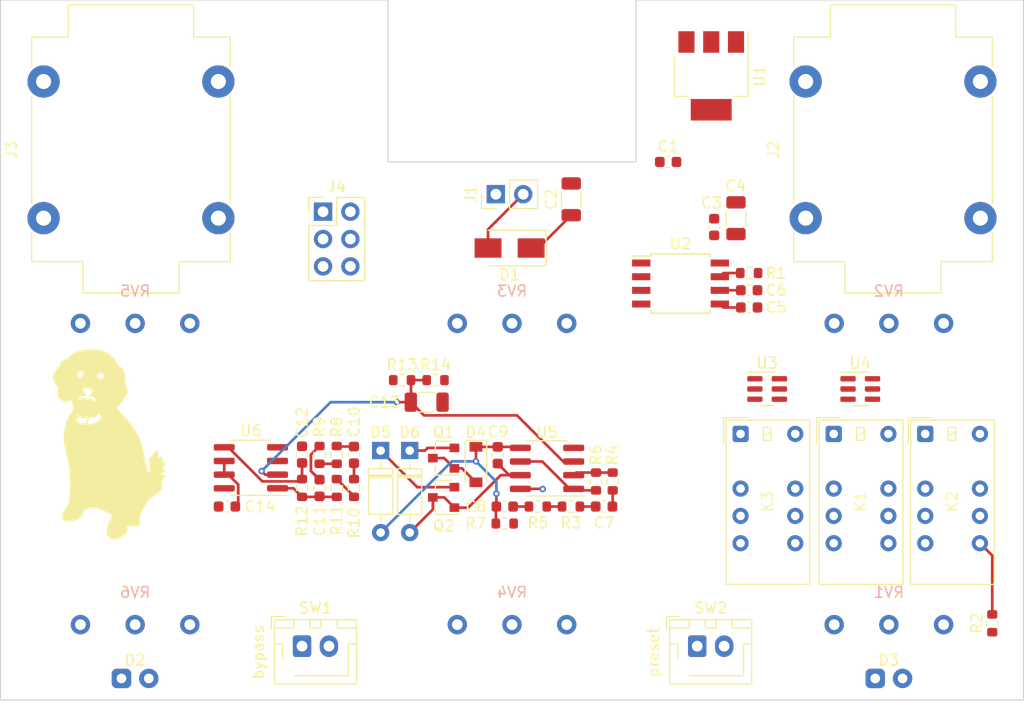
<source format=kicad_pcb>
(kicad_pcb (version 20171130) (host pcbnew "(5.1.9-0-10_14)")

  (general
    (thickness 1.6)
    (drawings 10)
    (tracks 102)
    (zones 0)
    (modules 58)
    (nets 53)
  )

  (page A4)
  (layers
    (0 F.Cu signal)
    (31 B.Cu signal)
    (32 B.Adhes user)
    (33 F.Adhes user)
    (34 B.Paste user)
    (35 F.Paste user)
    (36 B.SilkS user)
    (37 F.SilkS user)
    (38 B.Mask user)
    (39 F.Mask user)
    (40 Dwgs.User user hide)
    (41 Cmts.User user)
    (42 Eco1.User user)
    (43 Eco2.User user)
    (44 Edge.Cuts user)
    (45 Margin user)
    (46 B.CrtYd user)
    (47 F.CrtYd user)
    (48 B.Fab user)
    (49 F.Fab user)
  )

  (setup
    (last_trace_width 0.25)
    (trace_clearance 0.2)
    (zone_clearance 0.508)
    (zone_45_only no)
    (trace_min 0.2)
    (via_size 0.8)
    (via_drill 0.4)
    (via_min_size 0.4)
    (via_min_drill 0.3)
    (user_via 0.6 0.3)
    (uvia_size 0.3)
    (uvia_drill 0.1)
    (uvias_allowed no)
    (uvia_min_size 0.2)
    (uvia_min_drill 0.1)
    (edge_width 0.05)
    (segment_width 0.2)
    (pcb_text_width 0.3)
    (pcb_text_size 1.5 1.5)
    (mod_edge_width 0.12)
    (mod_text_size 1 1)
    (mod_text_width 0.15)
    (pad_size 1.524 1.524)
    (pad_drill 0.762)
    (pad_to_mask_clearance 0)
    (aux_axis_origin 0 0)
    (grid_origin 167.6 113.2)
    (visible_elements FFFFF77F)
    (pcbplotparams
      (layerselection 0x011fc_ffffffff)
      (usegerberextensions false)
      (usegerberattributes true)
      (usegerberadvancedattributes true)
      (creategerberjobfile true)
      (excludeedgelayer true)
      (linewidth 0.100000)
      (plotframeref false)
      (viasonmask false)
      (mode 1)
      (useauxorigin false)
      (hpglpennumber 1)
      (hpglpenspeed 20)
      (hpglpendiameter 15.000000)
      (psnegative false)
      (psa4output false)
      (plotreference true)
      (plotvalue true)
      (plotinvisibletext false)
      (padsonsilk false)
      (subtractmaskfromsilk false)
      (outputformat 1)
      (mirror false)
      (drillshape 0)
      (scaleselection 1)
      (outputdirectory ""))
  )

  (net 0 "")
  (net 1 GND)
  (net 2 /5V)
  (net 3 9V)
  (net 4 /bypass_switch)
  (net 5 /miso)
  (net 6 /send)
  (net 7 "Net-(C7-Pad1)")
  (net 8 "Net-(C8-Pad2)")
  (net 9 "Net-(C8-Pad1)")
  (net 10 /effect/gain_out)
  (net 11 "Net-(C10-Pad1)")
  (net 12 "Net-(C11-Pad2)")
  (net 13 "Net-(C11-Pad1)")
  (net 14 "Net-(C12-Pad2)")
  (net 15 /effect/Vref)
  (net 16 "Net-(C14-Pad2)")
  (net 17 /preset_3_in)
  (net 18 "Net-(D1-Pad2)")
  (net 19 "Net-(D2-Pad2)")
  (net 20 "Net-(D3-Pad2)")
  (net 21 "Net-(D4-Pad2)")
  (net 22 "Net-(D5-Pad1)")
  (net 23 "Net-(D6-Pad1)")
  (net 24 /in)
  (net 25 /out)
  (net 26 /rst)
  (net 27 /bypass_led)
  (net 28 /relay_1)
  (net 29 "Net-(K1-Pad10)")
  (net 30 /return)
  (net 31 /relay_2)
  (net 32 /preset_2_out_a)
  (net 33 /preset_2_in)
  (net 34 /preset_2_out_b)
  (net 35 /preset_1_out_b)
  (net 36 /preset_1_in)
  (net 37 /preset_1_out_a)
  (net 38 /relay_3)
  (net 39 /preset_led)
  (net 40 /preset_3_out_b)
  (net 41 /preset_3_out_a)
  (net 42 "Net-(R4-Pad1)")
  (net 43 "Net-(R6-Pad1)")
  (net 44 /effect/tone_pin_3)
  (net 45 "Net-(RV1-Pad3)")
  (net 46 "Net-(RV2-Pad3)")
  (net 47 /effect/tone_pin_2)
  (net 48 /preset_relay)
  (net 49 /bypass_relay)
  (net 50 "Net-(U3-Pad5)")
  (net 51 "Net-(U3-Pad3)")
  (net 52 "Net-(K2-Pad10)")

  (net_class Default "This is the default net class."
    (clearance 0.2)
    (trace_width 0.25)
    (via_dia 0.8)
    (via_drill 0.4)
    (uvia_dia 0.3)
    (uvia_drill 0.1)
    (add_net /5V)
    (add_net /bypass_led)
    (add_net /bypass_relay)
    (add_net /bypass_switch)
    (add_net /effect/Vref)
    (add_net /effect/gain_out)
    (add_net /effect/tone_pin_2)
    (add_net /effect/tone_pin_3)
    (add_net /in)
    (add_net /miso)
    (add_net /out)
    (add_net /preset_1_in)
    (add_net /preset_1_out_a)
    (add_net /preset_1_out_b)
    (add_net /preset_2_in)
    (add_net /preset_2_out_a)
    (add_net /preset_2_out_b)
    (add_net /preset_3_in)
    (add_net /preset_3_out_a)
    (add_net /preset_3_out_b)
    (add_net /preset_led)
    (add_net /preset_relay)
    (add_net /relay_1)
    (add_net /relay_2)
    (add_net /relay_3)
    (add_net /return)
    (add_net /rst)
    (add_net /send)
    (add_net 9V)
    (add_net GND)
    (add_net "Net-(C10-Pad1)")
    (add_net "Net-(C11-Pad1)")
    (add_net "Net-(C11-Pad2)")
    (add_net "Net-(C12-Pad2)")
    (add_net "Net-(C14-Pad2)")
    (add_net "Net-(C7-Pad1)")
    (add_net "Net-(C8-Pad1)")
    (add_net "Net-(C8-Pad2)")
    (add_net "Net-(D1-Pad2)")
    (add_net "Net-(D2-Pad2)")
    (add_net "Net-(D3-Pad2)")
    (add_net "Net-(D4-Pad2)")
    (add_net "Net-(D5-Pad1)")
    (add_net "Net-(D6-Pad1)")
    (add_net "Net-(K1-Pad10)")
    (add_net "Net-(K2-Pad10)")
    (add_net "Net-(R4-Pad1)")
    (add_net "Net-(R6-Pad1)")
    (add_net "Net-(RV1-Pad3)")
    (add_net "Net-(RV2-Pad3)")
    (add_net "Net-(U3-Pad3)")
    (add_net "Net-(U3-Pad5)")
  )

  (module dsp_dev_board:frankie (layer F.Cu) (tedit 0) (tstamp 60B536CC)
    (at 94.925 91.725)
    (fp_text reference G*** (at 0 0) (layer F.SilkS) hide
      (effects (font (size 1.524 1.524) (thickness 0.3)))
    )
    (fp_text value LOGO (at 0.75 0) (layer F.SilkS) hide
      (effects (font (size 1.524 1.524) (thickness 0.3)))
    )
    (fp_poly (pts (xy -1.163056 -9.306293) (xy -0.863796 -9.248983) (xy -0.52509 -9.167941) (xy -0.187885 -9.071364)
      (xy -0.084666 -9.037735) (xy 0.23932 -8.859792) (xy 0.548977 -8.574977) (xy 0.787768 -8.240406)
      (xy 0.85845 -8.084961) (xy 0.98309 -7.866242) (xy 1.147009 -7.718578) (xy 1.157675 -7.713386)
      (xy 1.429794 -7.49877) (xy 1.605975 -7.152629) (xy 1.681244 -6.686268) (xy 1.683314 -6.519333)
      (xy 1.708799 -6.06021) (xy 1.796064 -5.689963) (xy 1.813292 -5.647403) (xy 1.896336 -5.433744)
      (xy 1.901842 -5.293547) (xy 1.825242 -5.147468) (xy 1.780848 -5.084) (xy 1.665356 -4.906363)
      (xy 1.609596 -4.790257) (xy 1.608667 -4.78278) (xy 1.559401 -4.685467) (xy 1.437164 -4.509903)
      (xy 1.280298 -4.305443) (xy 1.127145 -4.121443) (xy 1.016048 -4.007257) (xy 0.995463 -3.993444)
      (xy 0.928864 -3.901663) (xy 0.987936 -3.734495) (xy 1.176902 -3.485179) (xy 1.499986 -3.146953)
      (xy 1.562179 -3.086292) (xy 1.834005 -2.807167) (xy 2.059093 -2.546222) (xy 2.207736 -2.339549)
      (xy 2.249251 -2.25156) (xy 2.344326 -2.053613) (xy 2.455334 -1.947333) (xy 2.59077 -1.806952)
      (xy 2.658874 -1.653233) (xy 2.722447 -1.493745) (xy 2.782755 -1.439333) (xy 2.869259 -1.358132)
      (xy 2.97553 -1.124956) (xy 3.097275 -0.755443) (xy 3.2302 -0.265233) (xy 3.370011 0.330034)
      (xy 3.512413 1.014719) (xy 3.632067 1.654096) (xy 3.707898 1.97914) (xy 3.784149 2.144802)
      (xy 3.852185 2.160789) (xy 3.903366 2.036811) (xy 3.929056 1.782574) (xy 3.920618 1.407789)
      (xy 3.919326 1.389945) (xy 5.171351 1.389945) (xy 5.186918 1.499759) (xy 5.21582 1.50107)
      (xy 5.236031 1.387753) (xy 5.222504 1.338792) (xy 5.184909 1.306722) (xy 5.171351 1.389945)
      (xy 3.919326 1.389945) (xy 3.915394 1.33564) (xy 3.870466 0.766279) (xy 4.211272 0.425473)
      (xy 4.467716 0.191053) (xy 4.633337 0.095024) (xy 4.714025 0.136777) (xy 4.71567 0.315703)
      (xy 4.705825 0.374398) (xy 4.696543 0.612887) (xy 4.767456 0.732096) (xy 4.902513 0.712839)
      (xy 4.956709 0.674255) (xy 5.04148 0.629563) (xy 5.075443 0.708004) (xy 5.08 0.838957)
      (xy 5.118876 1.054687) (xy 5.207 1.154716) (xy 5.302007 1.262259) (xy 5.331465 1.432696)
      (xy 5.290619 1.583013) (xy 5.234101 1.627855) (xy 5.175106 1.721728) (xy 5.19117 1.809611)
      (xy 5.274824 1.908852) (xy 5.333402 1.90537) (xy 5.41174 1.913984) (xy 5.418667 1.946741)
      (xy 5.347214 2.036905) (xy 5.174309 2.125927) (xy 5.164767 2.129319) (xy 4.989955 2.225045)
      (xy 4.977576 2.313432) (xy 5.122057 2.365998) (xy 5.211997 2.370667) (xy 5.368705 2.400286)
      (xy 5.418667 2.455334) (xy 5.354238 2.53754) (xy 5.334 2.54) (xy 5.257717 2.608058)
      (xy 5.249334 2.659945) (xy 5.206696 2.786448) (xy 5.177829 2.808111) (xy 5.113383 2.906762)
      (xy 5.066043 3.099289) (xy 5.045191 3.313281) (xy 5.060213 3.47633) (xy 5.085913 3.517321)
      (xy 5.104803 3.611657) (xy 5.012255 3.770268) (xy 4.837264 3.962814) (xy 4.608826 4.158953)
      (xy 4.355934 4.328344) (xy 4.264397 4.37698) (xy 3.98835 4.538328) (xy 3.805844 4.697755)
      (xy 3.759762 4.775459) (xy 3.68987 4.931944) (xy 3.555123 5.179885) (xy 3.3831 5.468859)
      (xy 3.361616 5.503334) (xy 3.184383 5.800004) (xy 3.08376 6.029645) (xy 3.044624 6.258131)
      (xy 3.05185 6.551338) (xy 3.070705 6.770438) (xy 3.016738 6.97273) (xy 2.838031 7.11305)
      (xy 2.573451 7.173087) (xy 2.284417 7.140832) (xy 1.999543 7.08738) (xy 1.847604 7.121211)
      (xy 1.813093 7.248133) (xy 1.825175 7.312812) (xy 1.826158 7.624889) (xy 1.662531 7.897706)
      (xy 1.334217 8.131378) (xy 1.24958 8.173056) (xy 0.848925 8.32961) (xy 0.542084 8.372154)
      (xy 0.297061 8.300016) (xy 0.114551 8.149167) (xy -0.005287 8.003038) (xy -0.061869 7.860254)
      (xy -0.068121 7.660548) (xy -0.044343 7.408334) (xy 0.003153 7.113641) (xy 0.037783 6.985)
      (xy 2.201334 6.985) (xy 2.243667 7.027334) (xy 2.286 6.985) (xy 2.243667 6.942667)
      (xy 2.201334 6.985) (xy 0.037783 6.985) (xy 0.06692 6.876768) (xy 0.117026 6.773334)
      (xy 0.227756 6.599417) (xy 0.337372 6.372042) (xy 0.41092 6.16857) (xy 0.423334 6.095415)
      (xy 0.349741 6.027787) (xy 0.164149 5.947503) (xy 0.0635 5.915778) (xy -0.190233 5.817292)
      (xy -0.385968 5.695898) (xy -0.423333 5.658882) (xy -0.579531 5.552584) (xy -0.849131 5.498018)
      (xy -1.016 5.487617) (xy -1.50368 5.482913) (xy -1.86744 5.506664) (xy -2.09343 5.556945)
      (xy -2.1678 5.631835) (xy -2.164304 5.647043) (xy -2.166028 5.74569) (xy -2.193407 5.757334)
      (xy -2.259997 5.829986) (xy -2.312493 5.990167) (xy -2.402484 6.261364) (xy -2.562713 6.43858)
      (xy -2.829896 6.550819) (xy -3.090333 6.604651) (xy -3.501504 6.667004) (xy -3.778801 6.689187)
      (xy -3.954522 6.663609) (xy -4.060963 6.582679) (xy -4.130422 6.438807) (xy -4.15752 6.353838)
      (xy -4.212572 6.117635) (xy -4.191948 5.953347) (xy -4.097418 5.792306) (xy -3.955094 5.583571)
      (xy -3.849028 5.416498) (xy -3.721439 5.225347) (xy -3.659621 5.145173) (xy -3.621083 5.023459)
      (xy -3.579959 4.770671) (xy -3.539779 4.424956) (xy -3.504076 4.024465) (xy -3.476379 3.607345)
      (xy -3.460218 3.211744) (xy -3.457696 2.963334) (xy -3.482001 2.375315) (xy -3.541333 1.763052)
      (xy -3.628159 1.18245) (xy -3.734949 0.689413) (xy -3.788507 0.508) (xy -3.943978 -0.095238)
      (xy -4.032993 -0.737405) (xy -4.050881 -1.35846) (xy -3.992973 -1.89836) (xy -3.980218 -1.956956)
      (xy -3.838746 -2.457316) (xy -3.696863 -2.828173) (xy -2.85635 -2.828173) (xy -2.845392 -2.744742)
      (xy -2.79981 -2.586773) (xy -2.794 -2.538186) (xy -2.71919 -2.483661) (xy -2.533699 -2.439516)
      (xy -2.4765 -2.432343) (xy -2.259919 -2.407986) (xy -2.127664 -2.389945) (xy -2.116666 -2.387656)
      (xy -2.057932 -2.448787) (xy -2.0136 -2.526784) (xy -1.83378 -2.526784) (xy -1.821165 -2.412258)
      (xy -1.773769 -2.368052) (xy -1.680644 -2.332818) (xy -1.555103 -2.345005) (xy -1.357961 -2.414613)
      (xy -1.050029 -2.551642) (xy -1.044732 -2.554092) (xy -0.776255 -2.704505) (xy -0.645147 -2.860041)
      (xy -0.622636 -3.058553) (xy -0.627986 -3.102387) (xy -0.692762 -3.220128) (xy -0.806052 -3.289983)
      (xy -0.90474 -3.286291) (xy -0.931333 -3.225716) (xy -0.99441 -3.1274) (xy -1.143593 -3.025126)
      (xy -1.318813 -2.947481) (xy -1.459999 -2.923054) (xy -1.506158 -2.952142) (xy -1.57587 -3.044118)
      (xy -1.665648 -2.971423) (xy -1.77025 -2.741219) (xy -1.83378 -2.526784) (xy -2.0136 -2.526784)
      (xy -1.963292 -2.615292) (xy -1.931759 -2.680155) (xy -1.789185 -2.984129) (xy -2.119448 -2.939831)
      (xy -2.340546 -2.929093) (xy -2.431236 -2.968784) (xy -2.431355 -2.98235) (xy -2.479124 -3.086005)
      (xy -2.518833 -3.107972) (xy -2.609485 -3.076122) (xy -2.624666 -3.012722) (xy -2.692985 -2.896581)
      (xy -2.760725 -2.878666) (xy -2.85635 -2.828173) (xy -3.696863 -2.828173) (xy -3.662766 -2.917295)
      (xy -3.617533 -3.005666) (xy -2.963333 -3.005666) (xy -2.921 -2.963333) (xy -2.878666 -3.005666)
      (xy -2.921 -3.048) (xy -2.963333 -3.005666) (xy -3.617533 -3.005666) (xy -3.535739 -3.165463)
      (xy -2.849563 -3.165463) (xy -2.836333 -3.132666) (xy -2.760251 -3.051896) (xy -2.74667 -3.048)
      (xy -2.710304 -3.113506) (xy -2.709333 -3.132666) (xy -2.774421 -3.21408) (xy -2.798997 -3.217333)
      (xy -2.849563 -3.165463) (xy -3.535739 -3.165463) (xy -3.47227 -3.289459) (xy -3.341868 -3.471333)
      (xy -3.229398 -3.629851) (xy -3.188075 -3.80497) (xy -3.203169 -4.066547) (xy -3.207981 -4.106333)
      (xy -3.24897 -4.358332) (xy -3.303806 -4.478938) (xy -3.393663 -4.505937) (xy -3.429512 -4.501616)
      (xy -3.780106 -4.444689) (xy -4.006419 -4.420228) (xy -4.151515 -4.434821) (xy -4.258457 -4.495056)
      (xy -4.370308 -4.607521) (xy -4.410595 -4.651703) (xy -4.496388 -4.785418) (xy -2.707612 -4.785418)
      (xy -2.601573 -4.746914) (xy -2.49267 -4.741333) (xy -2.340276 -4.768975) (xy -2.335757 -4.847166)
      (xy -2.361145 -4.910649) (xy -2.285965 -4.851314) (xy -2.281487 -4.847166) (xy -2.119458 -4.771796)
      (xy -1.897787 -4.741333) (xy -1.626031 -4.706644) (xy -1.346965 -4.623054) (xy -1.34322 -4.621488)
      (xy -1.121167 -4.539509) (xy -1.039702 -4.546673) (xy -1.091091 -4.650434) (xy -1.189175 -4.769881)
      (xy -1.346506 -4.913011) (xy -1.494243 -4.932065) (xy -1.575639 -4.907128) (xy -1.726301 -4.877992)
      (xy -1.746684 -4.951469) (xy -1.637257 -5.122573) (xy -1.545166 -5.230787) (xy -1.415162 -5.395013)
      (xy -1.355139 -5.508571) (xy -1.354666 -5.514083) (xy -1.436342 -5.589163) (xy -1.669761 -5.651584)
      (xy -1.989666 -5.692409) (xy -2.166361 -5.691239) (xy -2.224543 -5.617089) (xy -2.220365 -5.503333)
      (xy -2.136103 -5.288698) (xy -2.018709 -5.155887) (xy -1.924759 -5.075536) (xy -1.929276 -5.027633)
      (xy -2.056847 -4.99361) (xy -2.274844 -4.962471) (xy -2.527044 -4.910661) (xy -2.677035 -4.845821)
      (xy -2.707612 -4.785418) (xy -4.496388 -4.785418) (xy -4.599952 -4.946828) (xy -4.65508 -5.248121)
      (xy -4.579444 -5.494187) (xy -4.57585 -5.639688) (xy -4.688691 -5.890189) (xy -4.791533 -6.060252)
      (xy -4.951499 -6.327979) (xy -5.028938 -6.52788) (xy -5.042503 -6.727913) (xy -5.023729 -6.906241)
      (xy -5.000821 -7.01165) (xy -2.77111 -7.01165) (xy -2.756337 -6.872715) (xy -2.699155 -6.736467)
      (xy -2.609076 -6.697256) (xy -2.425404 -6.733108) (xy -2.393856 -6.741502) (xy -2.26272 -6.803485)
      (xy -2.268956 -6.867811) (xy -0.919907 -6.867811) (xy -0.880932 -6.70185) (xy -0.740833 -6.60694)
      (xy -0.527232 -6.550993) (xy -0.399928 -6.613476) (xy -0.330681 -6.750128) (xy -0.316828 -6.910484)
      (xy -0.437087 -7.042493) (xy -0.465929 -7.062053) (xy -0.622646 -7.146887) (xy -0.726953 -7.126651)
      (xy -0.7995 -7.062404) (xy -0.919907 -6.867811) (xy -2.268956 -6.867811) (xy -2.273717 -6.916906)
      (xy -2.29647 -6.96223) (xy -2.345405 -7.080198) (xy -2.294866 -7.075146) (xy -2.294447 -7.074887)
      (xy -2.214735 -7.088095) (xy -2.201333 -7.149336) (xy -2.265162 -7.255718) (xy -2.42148 -7.272783)
      (xy -2.617537 -7.19827) (xy -2.661194 -7.169049) (xy -2.77111 -7.01165) (xy -5.000821 -7.01165)
      (xy -4.964553 -7.17853) (xy -4.871958 -7.316686) (xy -4.808148 -7.346136) (xy -4.693453 -7.429098)
      (xy -4.691554 -7.504127) (xy -4.66701 -7.600146) (xy -4.569343 -7.62) (xy -4.449542 -7.661896)
      (xy -4.389881 -7.807804) (xy -4.378262 -8.088059) (xy -4.378518 -8.098412) (xy -4.307284 -8.182024)
      (xy -4.134266 -8.24518) (xy -3.948364 -8.327546) (xy -3.699757 -8.49563) (xy -3.446577 -8.709188)
      (xy -3.164878 -8.952286) (xy -2.908477 -9.106967) (xy -2.622229 -9.193622) (xy -2.250989 -9.232642)
      (xy -2.00892 -9.240818) (xy -1.738075 -9.256881) (xy -1.543752 -9.287851) (xy -1.479442 -9.316932)
      (xy -1.381921 -9.331675) (xy -1.163056 -9.306293)) (layer F.SilkS) (width 0.01))
    (fp_poly (pts (xy -0.592666 -6.985) (xy -0.635 -6.942666) (xy -0.677333 -6.985) (xy -0.635 -7.027333)
      (xy -0.592666 -6.985)) (layer F.SilkS) (width 0.01))
  )

  (module Potentiometer_THT:alpha_pot_16mm (layer B.Cu) (tedit 60B3CC14) (tstamp 60B3D7BA)
    (at 167.5 108 180)
    (path /60B9FFB7/60BBD07C)
    (fp_text reference RV1 (at 0 3) (layer B.SilkS)
      (effects (font (size 1 1) (thickness 0.15)) (justify mirror))
    )
    (fp_text value "gain 1 (a500k)" (at 0 6) (layer B.Fab)
      (effects (font (size 1 1) (thickness 0.15)) (justify mirror))
    )
    (fp_circle (center 0 16.802775) (end 8.5 16.802775) (layer Dwgs.User) (width 0.5))
    (fp_circle (center 0 16.802775) (end 3.175 16.802775) (layer Dwgs.User) (width 0.5))
    (pad 1 thru_hole circle (at -5.08 0 180) (size 1.8 1.8) (drill 1) (layers *.Cu *.Mask)
      (net 37 /preset_1_out_a))
    (pad 3 thru_hole circle (at 5.08 0 180) (size 1.8 1.8) (drill 1) (layers *.Cu *.Mask)
      (net 45 "Net-(RV1-Pad3)"))
    (pad 2 thru_hole circle (at 0 0 180) (size 1.8 1.8) (drill 1) (layers *.Cu *.Mask)
      (net 10 /effect/gain_out))
  )

  (module LED_THT:LED_D5.0mm_compact (layer F.Cu) (tedit 60B43C2D) (tstamp 60B3D55C)
    (at 167.48 113)
    (path /60C98901)
    (fp_text reference D3 (at 0 -1.7) (layer F.SilkS)
      (effects (font (size 1 1) (thickness 0.15)))
    )
    (fp_text value preset (at 0 1.85) (layer F.Fab)
      (effects (font (size 1 1) (thickness 0.15)))
    )
    (pad 2 thru_hole circle (at 1.29 0) (size 1.8 1.8) (drill 0.9) (layers *.Cu *.Mask)
      (net 20 "Net-(D3-Pad2)"))
    (pad 1 thru_hole roundrect (at -1.25 0) (size 1.8 1.8) (drill 0.9) (layers *.Cu *.Mask) (roundrect_rratio 0.25)
      (net 1 GND))
  )

  (module LED_THT:LED_D5.0mm_compact (layer F.Cu) (tedit 60B43C2D) (tstamp 60B3D54A)
    (at 97.48 113)
    (path /60C97C9C)
    (fp_text reference D2 (at 0 -1.7) (layer F.SilkS)
      (effects (font (size 1 1) (thickness 0.15)))
    )
    (fp_text value bypass (at 0 1.85) (layer F.Fab)
      (effects (font (size 1 1) (thickness 0.15)))
    )
    (pad 2 thru_hole circle (at 1.29 0) (size 1.8 1.8) (drill 0.9) (layers *.Cu *.Mask)
      (net 19 "Net-(D2-Pad2)"))
    (pad 1 thru_hole roundrect (at -1.25 0) (size 1.8 1.8) (drill 0.9) (layers *.Cu *.Mask) (roundrect_rratio 0.25)
      (net 1 GND))
  )

  (module Package_SO:SOIC-8_3.9x4.9mm_P1.27mm (layer F.Cu) (tedit 5D9F72B1) (tstamp 60B3D8D2)
    (at 108.25 93.425 180)
    (descr "SOIC, 8 Pin (JEDEC MS-012AA, https://www.analog.com/media/en/package-pcb-resources/package/pkg_pdf/soic_narrow-r/r_8.pdf), generated with kicad-footprint-generator ipc_gullwing_generator.py")
    (tags "SOIC SO")
    (path /60B9FFB7/60C594E9)
    (attr smd)
    (fp_text reference U6 (at 0 3.45) (layer F.SilkS)
      (effects (font (size 1 1) (thickness 0.15)))
    )
    (fp_text value TL072 (at 0 3.4) (layer F.Fab) hide
      (effects (font (size 1 1) (thickness 0.15)))
    )
    (fp_text user %R (at 0 0) (layer F.Fab)
      (effects (font (size 0.98 0.98) (thickness 0.15)))
    )
    (fp_line (start 0 2.56) (end 1.95 2.56) (layer F.SilkS) (width 0.12))
    (fp_line (start 0 2.56) (end -1.95 2.56) (layer F.SilkS) (width 0.12))
    (fp_line (start 0 -2.56) (end 1.95 -2.56) (layer F.SilkS) (width 0.12))
    (fp_line (start 0 -2.56) (end -3.45 -2.56) (layer F.SilkS) (width 0.12))
    (fp_line (start -0.975 -2.45) (end 1.95 -2.45) (layer F.Fab) (width 0.1))
    (fp_line (start 1.95 -2.45) (end 1.95 2.45) (layer F.Fab) (width 0.1))
    (fp_line (start 1.95 2.45) (end -1.95 2.45) (layer F.Fab) (width 0.1))
    (fp_line (start -1.95 2.45) (end -1.95 -1.475) (layer F.Fab) (width 0.1))
    (fp_line (start -1.95 -1.475) (end -0.975 -2.45) (layer F.Fab) (width 0.1))
    (fp_line (start -3.7 -2.7) (end -3.7 2.7) (layer F.CrtYd) (width 0.05))
    (fp_line (start -3.7 2.7) (end 3.7 2.7) (layer F.CrtYd) (width 0.05))
    (fp_line (start 3.7 2.7) (end 3.7 -2.7) (layer F.CrtYd) (width 0.05))
    (fp_line (start 3.7 -2.7) (end -3.7 -2.7) (layer F.CrtYd) (width 0.05))
    (pad 8 smd roundrect (at 2.475 -1.905 180) (size 1.95 0.6) (layers F.Cu F.Paste F.Mask) (roundrect_rratio 0.25)
      (net 3 9V))
    (pad 7 smd roundrect (at 2.475 -0.635 180) (size 1.95 0.6) (layers F.Cu F.Paste F.Mask) (roundrect_rratio 0.25)
      (net 16 "Net-(C14-Pad2)"))
    (pad 6 smd roundrect (at 2.475 0.635 180) (size 1.95 0.6) (layers F.Cu F.Paste F.Mask) (roundrect_rratio 0.25)
      (net 16 "Net-(C14-Pad2)"))
    (pad 5 smd roundrect (at 2.475 1.905 180) (size 1.95 0.6) (layers F.Cu F.Paste F.Mask) (roundrect_rratio 0.25)
      (net 14 "Net-(C12-Pad2)"))
    (pad 4 smd roundrect (at -2.475 1.905 180) (size 1.95 0.6) (layers F.Cu F.Paste F.Mask) (roundrect_rratio 0.25)
      (net 1 GND))
    (pad 3 smd roundrect (at -2.475 0.635 180) (size 1.95 0.6) (layers F.Cu F.Paste F.Mask) (roundrect_rratio 0.25)
      (net 47 /effect/tone_pin_2))
    (pad 2 smd roundrect (at -2.475 -0.635 180) (size 1.95 0.6) (layers F.Cu F.Paste F.Mask) (roundrect_rratio 0.25)
      (net 15 /effect/Vref))
    (pad 1 smd roundrect (at -2.475 -1.905 180) (size 1.95 0.6) (layers F.Cu F.Paste F.Mask) (roundrect_rratio 0.25)
      (net 13 "Net-(C11-Pad1)"))
    (model ${KISYS3DMOD}/Package_SO.3dshapes/SOIC-8_3.9x4.9mm_P1.27mm.wrl
      (at (xyz 0 0 0))
      (scale (xyz 1 1 1))
      (rotate (xyz 0 0 0))
    )
  )

  (module Package_SO:SOIC-8_3.9x4.9mm_P1.27mm (layer F.Cu) (tedit 5D9F72B1) (tstamp 60B41796)
    (at 135.75 93.475 180)
    (descr "SOIC, 8 Pin (JEDEC MS-012AA, https://www.analog.com/media/en/package-pcb-resources/package/pkg_pdf/soic_narrow-r/r_8.pdf), generated with kicad-footprint-generator ipc_gullwing_generator.py")
    (tags "SOIC SO")
    (path /60B9FFB7/60C5E124)
    (attr smd)
    (fp_text reference U5 (at 0 3.35) (layer F.SilkS)
      (effects (font (size 1 1) (thickness 0.15)))
    )
    (fp_text value TL072 (at 0 3.4) (layer F.Fab) hide
      (effects (font (size 1 1) (thickness 0.15)))
    )
    (fp_text user %R (at 0 0) (layer F.Fab)
      (effects (font (size 0.98 0.98) (thickness 0.15)))
    )
    (fp_line (start 0 2.56) (end 1.95 2.56) (layer F.SilkS) (width 0.12))
    (fp_line (start 0 2.56) (end -1.95 2.56) (layer F.SilkS) (width 0.12))
    (fp_line (start 0 -2.56) (end 1.95 -2.56) (layer F.SilkS) (width 0.12))
    (fp_line (start 0 -2.56) (end -3.45 -2.56) (layer F.SilkS) (width 0.12))
    (fp_line (start -0.975 -2.45) (end 1.95 -2.45) (layer F.Fab) (width 0.1))
    (fp_line (start 1.95 -2.45) (end 1.95 2.45) (layer F.Fab) (width 0.1))
    (fp_line (start 1.95 2.45) (end -1.95 2.45) (layer F.Fab) (width 0.1))
    (fp_line (start -1.95 2.45) (end -1.95 -1.475) (layer F.Fab) (width 0.1))
    (fp_line (start -1.95 -1.475) (end -0.975 -2.45) (layer F.Fab) (width 0.1))
    (fp_line (start -3.7 -2.7) (end -3.7 2.7) (layer F.CrtYd) (width 0.05))
    (fp_line (start -3.7 2.7) (end 3.7 2.7) (layer F.CrtYd) (width 0.05))
    (fp_line (start 3.7 2.7) (end 3.7 -2.7) (layer F.CrtYd) (width 0.05))
    (fp_line (start 3.7 -2.7) (end -3.7 -2.7) (layer F.CrtYd) (width 0.05))
    (pad 8 smd roundrect (at 2.475 -1.905 180) (size 1.95 0.6) (layers F.Cu F.Paste F.Mask) (roundrect_rratio 0.25)
      (net 3 9V))
    (pad 7 smd roundrect (at 2.475 -0.635 180) (size 1.95 0.6) (layers F.Cu F.Paste F.Mask) (roundrect_rratio 0.25)
      (net 10 /effect/gain_out))
    (pad 6 smd roundrect (at 2.475 0.635 180) (size 1.95 0.6) (layers F.Cu F.Paste F.Mask) (roundrect_rratio 0.25)
      (net 43 "Net-(R6-Pad1)"))
    (pad 5 smd roundrect (at 2.475 1.905 180) (size 1.95 0.6) (layers F.Cu F.Paste F.Mask) (roundrect_rratio 0.25)
      (net 9 "Net-(C8-Pad1)"))
    (pad 4 smd roundrect (at -2.475 1.905 180) (size 1.95 0.6) (layers F.Cu F.Paste F.Mask) (roundrect_rratio 0.25)
      (net 1 GND))
    (pad 3 smd roundrect (at -2.475 0.635 180) (size 1.95 0.6) (layers F.Cu F.Paste F.Mask) (roundrect_rratio 0.25)
      (net 15 /effect/Vref))
    (pad 2 smd roundrect (at -2.475 -0.635 180) (size 1.95 0.6) (layers F.Cu F.Paste F.Mask) (roundrect_rratio 0.25)
      (net 42 "Net-(R4-Pad1)"))
    (pad 1 smd roundrect (at -2.475 -1.905 180) (size 1.95 0.6) (layers F.Cu F.Paste F.Mask) (roundrect_rratio 0.25)
      (net 43 "Net-(R6-Pad1)"))
    (model ${KISYS3DMOD}/Package_SO.3dshapes/SOIC-8_3.9x4.9mm_P1.27mm.wrl
      (at (xyz 0 0 0))
      (scale (xyz 1 1 1))
      (rotate (xyz 0 0 0))
    )
  )

  (module Package_SO:SC-74-6_1.5x2.9mm_P0.95mm (layer F.Cu) (tedit 5D9F72B0) (tstamp 60B3D89E)
    (at 164.8425 86.1)
    (descr "SC-74, 6 Pin (https://www.nxp.com/docs/en/package-information/SOT457.pdf), generated with kicad-footprint-generator ipc_gullwing_generator.py")
    (tags "SC-74 SO")
    (path /60CB69FB)
    (attr smd)
    (fp_text reference U4 (at 0 -2.4) (layer F.SilkS)
      (effects (font (size 1 1) (thickness 0.15)))
    )
    (fp_text value NUD3124DMT1G (at 0 2.4) (layer F.Fab) hide
      (effects (font (size 1 1) (thickness 0.15)))
    )
    (fp_text user %R (at 0 0) (layer F.Fab)
      (effects (font (size 0.38 0.38) (thickness 0.06)))
    )
    (fp_line (start 0 1.56) (end 0.75 1.56) (layer F.SilkS) (width 0.12))
    (fp_line (start 0 1.56) (end -0.75 1.56) (layer F.SilkS) (width 0.12))
    (fp_line (start 0 -1.56) (end 0.75 -1.56) (layer F.SilkS) (width 0.12))
    (fp_line (start 0 -1.56) (end -1.85 -1.56) (layer F.SilkS) (width 0.12))
    (fp_line (start -0.375 -1.45) (end 0.75 -1.45) (layer F.Fab) (width 0.1))
    (fp_line (start 0.75 -1.45) (end 0.75 1.45) (layer F.Fab) (width 0.1))
    (fp_line (start 0.75 1.45) (end -0.75 1.45) (layer F.Fab) (width 0.1))
    (fp_line (start -0.75 1.45) (end -0.75 -1.075) (layer F.Fab) (width 0.1))
    (fp_line (start -0.75 -1.075) (end -0.375 -1.45) (layer F.Fab) (width 0.1))
    (fp_line (start -2.1 -1.7) (end -2.1 1.7) (layer F.CrtYd) (width 0.05))
    (fp_line (start -2.1 1.7) (end 2.1 1.7) (layer F.CrtYd) (width 0.05))
    (fp_line (start 2.1 1.7) (end 2.1 -1.7) (layer F.CrtYd) (width 0.05))
    (fp_line (start 2.1 -1.7) (end -2.1 -1.7) (layer F.CrtYd) (width 0.05))
    (pad 6 smd roundrect (at 1.1375 -0.95) (size 1.425 0.5) (layers F.Cu F.Paste F.Mask) (roundrect_rratio 0.25)
      (net 31 /relay_2))
    (pad 5 smd roundrect (at 1.1375 0) (size 1.425 0.5) (layers F.Cu F.Paste F.Mask) (roundrect_rratio 0.25)
      (net 48 /preset_relay))
    (pad 4 smd roundrect (at 1.1375 0.95) (size 1.425 0.5) (layers F.Cu F.Paste F.Mask) (roundrect_rratio 0.25)
      (net 1 GND))
    (pad 3 smd roundrect (at -1.1375 0.95) (size 1.425 0.5) (layers F.Cu F.Paste F.Mask) (roundrect_rratio 0.25)
      (net 38 /relay_3))
    (pad 2 smd roundrect (at -1.1375 0) (size 1.425 0.5) (layers F.Cu F.Paste F.Mask) (roundrect_rratio 0.25)
      (net 48 /preset_relay))
    (pad 1 smd roundrect (at -1.1375 -0.95) (size 1.425 0.5) (layers F.Cu F.Paste F.Mask) (roundrect_rratio 0.25)
      (net 1 GND))
    (model ${KISYS3DMOD}/Package_SO.3dshapes/SC-74-6_1.5x2.9mm_P0.95mm.wrl
      (at (xyz 0 0 0))
      (scale (xyz 1 1 1))
      (rotate (xyz 0 0 0))
    )
  )

  (module Package_SO:SC-74-6_1.5x2.9mm_P0.95mm (layer F.Cu) (tedit 5D9F72B0) (tstamp 60B3D886)
    (at 156.1925 86.1)
    (descr "SC-74, 6 Pin (https://www.nxp.com/docs/en/package-information/SOT457.pdf), generated with kicad-footprint-generator ipc_gullwing_generator.py")
    (tags "SC-74 SO")
    (path /60955F78)
    (attr smd)
    (fp_text reference U3 (at 0 -2.4) (layer F.SilkS)
      (effects (font (size 1 1) (thickness 0.15)))
    )
    (fp_text value NUD3124DMT1G (at 0 2.4) (layer F.Fab) hide
      (effects (font (size 1 1) (thickness 0.15)))
    )
    (fp_text user %R (at 0 0) (layer F.Fab)
      (effects (font (size 0.38 0.38) (thickness 0.06)))
    )
    (fp_line (start 0 1.56) (end 0.75 1.56) (layer F.SilkS) (width 0.12))
    (fp_line (start 0 1.56) (end -0.75 1.56) (layer F.SilkS) (width 0.12))
    (fp_line (start 0 -1.56) (end 0.75 -1.56) (layer F.SilkS) (width 0.12))
    (fp_line (start 0 -1.56) (end -1.85 -1.56) (layer F.SilkS) (width 0.12))
    (fp_line (start -0.375 -1.45) (end 0.75 -1.45) (layer F.Fab) (width 0.1))
    (fp_line (start 0.75 -1.45) (end 0.75 1.45) (layer F.Fab) (width 0.1))
    (fp_line (start 0.75 1.45) (end -0.75 1.45) (layer F.Fab) (width 0.1))
    (fp_line (start -0.75 1.45) (end -0.75 -1.075) (layer F.Fab) (width 0.1))
    (fp_line (start -0.75 -1.075) (end -0.375 -1.45) (layer F.Fab) (width 0.1))
    (fp_line (start -2.1 -1.7) (end -2.1 1.7) (layer F.CrtYd) (width 0.05))
    (fp_line (start -2.1 1.7) (end 2.1 1.7) (layer F.CrtYd) (width 0.05))
    (fp_line (start 2.1 1.7) (end 2.1 -1.7) (layer F.CrtYd) (width 0.05))
    (fp_line (start 2.1 -1.7) (end -2.1 -1.7) (layer F.CrtYd) (width 0.05))
    (pad 6 smd roundrect (at 1.1375 -0.95) (size 1.425 0.5) (layers F.Cu F.Paste F.Mask) (roundrect_rratio 0.25)
      (net 28 /relay_1))
    (pad 5 smd roundrect (at 1.1375 0) (size 1.425 0.5) (layers F.Cu F.Paste F.Mask) (roundrect_rratio 0.25)
      (net 50 "Net-(U3-Pad5)"))
    (pad 4 smd roundrect (at 1.1375 0.95) (size 1.425 0.5) (layers F.Cu F.Paste F.Mask) (roundrect_rratio 0.25)
      (net 1 GND))
    (pad 3 smd roundrect (at -1.1375 0.95) (size 1.425 0.5) (layers F.Cu F.Paste F.Mask) (roundrect_rratio 0.25)
      (net 51 "Net-(U3-Pad3)"))
    (pad 2 smd roundrect (at -1.1375 0) (size 1.425 0.5) (layers F.Cu F.Paste F.Mask) (roundrect_rratio 0.25)
      (net 49 /bypass_relay))
    (pad 1 smd roundrect (at -1.1375 -0.95) (size 1.425 0.5) (layers F.Cu F.Paste F.Mask) (roundrect_rratio 0.25)
      (net 1 GND))
    (model ${KISYS3DMOD}/Package_SO.3dshapes/SC-74-6_1.5x2.9mm_P0.95mm.wrl
      (at (xyz 0 0 0))
      (scale (xyz 1 1 1))
      (rotate (xyz 0 0 0))
    )
  )

  (module Package_SO:SOIJ-8_5.3x5.3mm_P1.27mm (layer F.Cu) (tedit 5A02F2D3) (tstamp 60B3D86E)
    (at 148.15 76.3)
    (descr "8-Lead Plastic Small Outline (SM) - Medium, 5.28 mm Body [SOIC] (see Microchip Packaging Specification 00000049BS.pdf)")
    (tags "SOIC 1.27")
    (path /60FD1067)
    (attr smd)
    (fp_text reference U2 (at 0 -3.68) (layer F.SilkS)
      (effects (font (size 1 1) (thickness 0.15)))
    )
    (fp_text value ATtiny85-20SU (at 0 3.68) (layer F.Fab) hide
      (effects (font (size 1 1) (thickness 0.15)))
    )
    (fp_text user %R (at 0 0) (layer F.Fab)
      (effects (font (size 1 1) (thickness 0.15)))
    )
    (fp_line (start -1.65 -2.65) (end 2.65 -2.65) (layer F.Fab) (width 0.15))
    (fp_line (start 2.65 -2.65) (end 2.65 2.65) (layer F.Fab) (width 0.15))
    (fp_line (start 2.65 2.65) (end -2.65 2.65) (layer F.Fab) (width 0.15))
    (fp_line (start -2.65 2.65) (end -2.65 -1.65) (layer F.Fab) (width 0.15))
    (fp_line (start -2.65 -1.65) (end -1.65 -2.65) (layer F.Fab) (width 0.15))
    (fp_line (start -4.75 -2.95) (end -4.75 2.95) (layer F.CrtYd) (width 0.05))
    (fp_line (start 4.75 -2.95) (end 4.75 2.95) (layer F.CrtYd) (width 0.05))
    (fp_line (start -4.75 -2.95) (end 4.75 -2.95) (layer F.CrtYd) (width 0.05))
    (fp_line (start -4.75 2.95) (end 4.75 2.95) (layer F.CrtYd) (width 0.05))
    (fp_line (start -2.75 -2.755) (end -2.75 -2.55) (layer F.SilkS) (width 0.15))
    (fp_line (start 2.75 -2.755) (end 2.75 -2.455) (layer F.SilkS) (width 0.15))
    (fp_line (start 2.75 2.755) (end 2.75 2.455) (layer F.SilkS) (width 0.15))
    (fp_line (start -2.75 2.755) (end -2.75 2.455) (layer F.SilkS) (width 0.15))
    (fp_line (start -2.75 -2.755) (end 2.75 -2.755) (layer F.SilkS) (width 0.15))
    (fp_line (start -2.75 2.755) (end 2.75 2.755) (layer F.SilkS) (width 0.15))
    (fp_line (start -2.75 -2.55) (end -4.5 -2.55) (layer F.SilkS) (width 0.15))
    (pad 8 smd rect (at 3.65 -1.905) (size 1.7 0.65) (layers F.Cu F.Paste F.Mask)
      (net 2 /5V))
    (pad 7 smd rect (at 3.65 -0.635) (size 1.7 0.65) (layers F.Cu F.Paste F.Mask)
      (net 27 /bypass_led))
    (pad 6 smd rect (at 3.65 0.635) (size 1.7 0.65) (layers F.Cu F.Paste F.Mask)
      (net 5 /miso))
    (pad 5 smd rect (at 3.65 1.905) (size 1.7 0.65) (layers F.Cu F.Paste F.Mask)
      (net 4 /bypass_switch))
    (pad 4 smd rect (at -3.65 1.905) (size 1.7 0.65) (layers F.Cu F.Paste F.Mask)
      (net 1 GND))
    (pad 3 smd rect (at -3.65 0.635) (size 1.7 0.65) (layers F.Cu F.Paste F.Mask)
      (net 48 /preset_relay))
    (pad 2 smd rect (at -3.65 -0.635) (size 1.7 0.65) (layers F.Cu F.Paste F.Mask)
      (net 49 /bypass_relay))
    (pad 1 smd rect (at -3.65 -1.905) (size 1.7 0.65) (layers F.Cu F.Paste F.Mask)
      (net 26 /rst))
    (model ${KISYS3DMOD}/Package_SO.3dshapes/SOIJ-8_5.3x5.3mm_P1.27mm.wrl
      (at (xyz 0 0 0))
      (scale (xyz 1 1 1))
      (rotate (xyz 0 0 0))
    )
  )

  (module Package_TO_SOT_SMD:SOT-223-3_TabPin2 (layer F.Cu) (tedit 5A02FF57) (tstamp 60B3D851)
    (at 151 57 270)
    (descr "module CMS SOT223 4 pins")
    (tags "CMS SOT")
    (path /60D6F4C9)
    (attr smd)
    (fp_text reference U1 (at 0 -4.5 90) (layer F.SilkS)
      (effects (font (size 1 1) (thickness 0.15)))
    )
    (fp_text value AMS1117-5.0 (at 0 4.5 90) (layer F.Fab) hide
      (effects (font (size 1 1) (thickness 0.15)))
    )
    (fp_text user %R (at 0 0) (layer F.Fab)
      (effects (font (size 0.8 0.8) (thickness 0.12)))
    )
    (fp_line (start 1.91 3.41) (end 1.91 2.15) (layer F.SilkS) (width 0.12))
    (fp_line (start 1.91 -3.41) (end 1.91 -2.15) (layer F.SilkS) (width 0.12))
    (fp_line (start 4.4 -3.6) (end -4.4 -3.6) (layer F.CrtYd) (width 0.05))
    (fp_line (start 4.4 3.6) (end 4.4 -3.6) (layer F.CrtYd) (width 0.05))
    (fp_line (start -4.4 3.6) (end 4.4 3.6) (layer F.CrtYd) (width 0.05))
    (fp_line (start -4.4 -3.6) (end -4.4 3.6) (layer F.CrtYd) (width 0.05))
    (fp_line (start -1.85 -2.35) (end -0.85 -3.35) (layer F.Fab) (width 0.1))
    (fp_line (start -1.85 -2.35) (end -1.85 3.35) (layer F.Fab) (width 0.1))
    (fp_line (start -1.85 3.41) (end 1.91 3.41) (layer F.SilkS) (width 0.12))
    (fp_line (start -0.85 -3.35) (end 1.85 -3.35) (layer F.Fab) (width 0.1))
    (fp_line (start -4.1 -3.41) (end 1.91 -3.41) (layer F.SilkS) (width 0.12))
    (fp_line (start -1.85 3.35) (end 1.85 3.35) (layer F.Fab) (width 0.1))
    (fp_line (start 1.85 -3.35) (end 1.85 3.35) (layer F.Fab) (width 0.1))
    (pad 1 smd rect (at -3.15 -2.3 270) (size 2 1.5) (layers F.Cu F.Paste F.Mask)
      (net 1 GND))
    (pad 3 smd rect (at -3.15 2.3 270) (size 2 1.5) (layers F.Cu F.Paste F.Mask)
      (net 3 9V))
    (pad 2 smd rect (at -3.15 0 270) (size 2 1.5) (layers F.Cu F.Paste F.Mask)
      (net 2 /5V))
    (pad 2 smd rect (at 3.15 0 270) (size 2 3.8) (layers F.Cu F.Paste F.Mask)
      (net 2 /5V))
    (model ${KISYS3DMOD}/Package_TO_SOT_SMD.3dshapes/SOT-223.wrl
      (at (xyz 0 0 0))
      (scale (xyz 1 1 1))
      (rotate (xyz 0 0 0))
    )
  )

  (module Connector_JST:JST_XH_B2B-XH-AM_1x02_P2.50mm_Vertical (layer F.Cu) (tedit 5C28146E) (tstamp 60B54DD5)
    (at 149.7 110)
    (descr "JST XH series connector, B2B-XH-AM, with boss (http://www.jst-mfg.com/product/pdf/eng/eXH.pdf), generated with kicad-footprint-generator")
    (tags "connector JST XH vertical boss")
    (path /60922E98)
    (fp_text reference SW2 (at 1.25 -3.55) (layer F.SilkS)
      (effects (font (size 1 1) (thickness 0.15)))
    )
    (fp_text value "preset switch" (at 1.1 5.825 180) (layer F.Fab)
      (effects (font (size 1 1) (thickness 0.15)))
    )
    (fp_text user %R (at 1.25 2.7) (layer F.Fab)
      (effects (font (size 1 1) (thickness 0.15)))
    )
    (fp_line (start -2.45 -2.35) (end -2.45 3.4) (layer F.Fab) (width 0.1))
    (fp_line (start -2.45 3.4) (end 4.95 3.4) (layer F.Fab) (width 0.1))
    (fp_line (start 4.95 3.4) (end 4.95 -2.35) (layer F.Fab) (width 0.1))
    (fp_line (start 4.95 -2.35) (end -2.45 -2.35) (layer F.Fab) (width 0.1))
    (fp_line (start -2.56 -2.46) (end -2.56 3.51) (layer F.SilkS) (width 0.12))
    (fp_line (start -2.56 3.51) (end 5.06 3.51) (layer F.SilkS) (width 0.12))
    (fp_line (start 5.06 3.51) (end 5.06 -2.46) (layer F.SilkS) (width 0.12))
    (fp_line (start 5.06 -2.46) (end -2.56 -2.46) (layer F.SilkS) (width 0.12))
    (fp_line (start -2.95 -2.85) (end -2.95 3.9) (layer F.CrtYd) (width 0.05))
    (fp_line (start -2.95 3.9) (end 5.45 3.9) (layer F.CrtYd) (width 0.05))
    (fp_line (start 5.45 3.9) (end 5.45 -2.85) (layer F.CrtYd) (width 0.05))
    (fp_line (start 5.45 -2.85) (end -2.95 -2.85) (layer F.CrtYd) (width 0.05))
    (fp_line (start -0.625 -2.35) (end 0 -1.35) (layer F.Fab) (width 0.1))
    (fp_line (start 0 -1.35) (end 0.625 -2.35) (layer F.Fab) (width 0.1))
    (fp_line (start 0.75 -2.45) (end 0.75 -1.7) (layer F.SilkS) (width 0.12))
    (fp_line (start 0.75 -1.7) (end 1.75 -1.7) (layer F.SilkS) (width 0.12))
    (fp_line (start 1.75 -1.7) (end 1.75 -2.45) (layer F.SilkS) (width 0.12))
    (fp_line (start 1.75 -2.45) (end 0.75 -2.45) (layer F.SilkS) (width 0.12))
    (fp_line (start -2.55 -2.45) (end -2.55 -1.7) (layer F.SilkS) (width 0.12))
    (fp_line (start -2.55 -1.7) (end -0.75 -1.7) (layer F.SilkS) (width 0.12))
    (fp_line (start -0.75 -1.7) (end -0.75 -2.45) (layer F.SilkS) (width 0.12))
    (fp_line (start -0.75 -2.45) (end -2.55 -2.45) (layer F.SilkS) (width 0.12))
    (fp_line (start 3.25 -2.45) (end 3.25 -1.7) (layer F.SilkS) (width 0.12))
    (fp_line (start 3.25 -1.7) (end 5.05 -1.7) (layer F.SilkS) (width 0.12))
    (fp_line (start 5.05 -1.7) (end 5.05 -2.45) (layer F.SilkS) (width 0.12))
    (fp_line (start 5.05 -2.45) (end 3.25 -2.45) (layer F.SilkS) (width 0.12))
    (fp_line (start -2.55 -0.2) (end -1.8 -0.2) (layer F.SilkS) (width 0.12))
    (fp_line (start -1.8 -0.2) (end -1.8 1.14) (layer F.SilkS) (width 0.12))
    (fp_line (start 1.25 2.75) (end -0.74 2.75) (layer F.SilkS) (width 0.12))
    (fp_line (start 5.05 -0.2) (end 4.3 -0.2) (layer F.SilkS) (width 0.12))
    (fp_line (start 4.3 -0.2) (end 4.3 2.75) (layer F.SilkS) (width 0.12))
    (fp_line (start 4.3 2.75) (end 1.25 2.75) (layer F.SilkS) (width 0.12))
    (fp_line (start -1.6 -2.75) (end -2.85 -2.75) (layer F.SilkS) (width 0.12))
    (fp_line (start -2.85 -2.75) (end -2.85 -1.5) (layer F.SilkS) (width 0.12))
    (pad "" np_thru_hole circle (at -1.6 2) (size 1.2 1.2) (drill 1.2) (layers *.Cu *.Mask))
    (pad 2 thru_hole oval (at 2.5 0) (size 1.7 2) (drill 1) (layers *.Cu *.Mask)
      (net 5 /miso))
    (pad 1 thru_hole roundrect (at 0 0) (size 1.7 2) (drill 1) (layers *.Cu *.Mask) (roundrect_rratio 0.1470588235294118)
      (net 1 GND))
    (model ${KISYS3DMOD}/Connector_JST.3dshapes/JST_XH_B2B-XH-AM_1x02_P2.50mm_Vertical.wrl
      (at (xyz 0 0 0))
      (scale (xyz 1 1 1))
      (rotate (xyz 0 0 0))
    )
  )

  (module Connector_JST:JST_XH_B2B-XH-AM_1x02_P2.50mm_Vertical (layer F.Cu) (tedit 5C28146E) (tstamp 60B54E50)
    (at 113 110)
    (descr "JST XH series connector, B2B-XH-AM, with boss (http://www.jst-mfg.com/product/pdf/eng/eXH.pdf), generated with kicad-footprint-generator")
    (tags "connector JST XH vertical boss")
    (path /6091F993)
    (fp_text reference SW1 (at 1.25 -3.55) (layer F.SilkS)
      (effects (font (size 1 1) (thickness 0.15)))
    )
    (fp_text value "bypass switch" (at 1.3 6.05) (layer F.Fab)
      (effects (font (size 1 1) (thickness 0.15)))
    )
    (fp_text user %R (at 1.25 2.7) (layer F.Fab)
      (effects (font (size 1 1) (thickness 0.15)))
    )
    (fp_line (start -2.45 -2.35) (end -2.45 3.4) (layer F.Fab) (width 0.1))
    (fp_line (start -2.45 3.4) (end 4.95 3.4) (layer F.Fab) (width 0.1))
    (fp_line (start 4.95 3.4) (end 4.95 -2.35) (layer F.Fab) (width 0.1))
    (fp_line (start 4.95 -2.35) (end -2.45 -2.35) (layer F.Fab) (width 0.1))
    (fp_line (start -2.56 -2.46) (end -2.56 3.51) (layer F.SilkS) (width 0.12))
    (fp_line (start -2.56 3.51) (end 5.06 3.51) (layer F.SilkS) (width 0.12))
    (fp_line (start 5.06 3.51) (end 5.06 -2.46) (layer F.SilkS) (width 0.12))
    (fp_line (start 5.06 -2.46) (end -2.56 -2.46) (layer F.SilkS) (width 0.12))
    (fp_line (start -2.95 -2.85) (end -2.95 3.9) (layer F.CrtYd) (width 0.05))
    (fp_line (start -2.95 3.9) (end 5.45 3.9) (layer F.CrtYd) (width 0.05))
    (fp_line (start 5.45 3.9) (end 5.45 -2.85) (layer F.CrtYd) (width 0.05))
    (fp_line (start 5.45 -2.85) (end -2.95 -2.85) (layer F.CrtYd) (width 0.05))
    (fp_line (start -0.625 -2.35) (end 0 -1.35) (layer F.Fab) (width 0.1))
    (fp_line (start 0 -1.35) (end 0.625 -2.35) (layer F.Fab) (width 0.1))
    (fp_line (start 0.75 -2.45) (end 0.75 -1.7) (layer F.SilkS) (width 0.12))
    (fp_line (start 0.75 -1.7) (end 1.75 -1.7) (layer F.SilkS) (width 0.12))
    (fp_line (start 1.75 -1.7) (end 1.75 -2.45) (layer F.SilkS) (width 0.12))
    (fp_line (start 1.75 -2.45) (end 0.75 -2.45) (layer F.SilkS) (width 0.12))
    (fp_line (start -2.55 -2.45) (end -2.55 -1.7) (layer F.SilkS) (width 0.12))
    (fp_line (start -2.55 -1.7) (end -0.75 -1.7) (layer F.SilkS) (width 0.12))
    (fp_line (start -0.75 -1.7) (end -0.75 -2.45) (layer F.SilkS) (width 0.12))
    (fp_line (start -0.75 -2.45) (end -2.55 -2.45) (layer F.SilkS) (width 0.12))
    (fp_line (start 3.25 -2.45) (end 3.25 -1.7) (layer F.SilkS) (width 0.12))
    (fp_line (start 3.25 -1.7) (end 5.05 -1.7) (layer F.SilkS) (width 0.12))
    (fp_line (start 5.05 -1.7) (end 5.05 -2.45) (layer F.SilkS) (width 0.12))
    (fp_line (start 5.05 -2.45) (end 3.25 -2.45) (layer F.SilkS) (width 0.12))
    (fp_line (start -2.55 -0.2) (end -1.8 -0.2) (layer F.SilkS) (width 0.12))
    (fp_line (start -1.8 -0.2) (end -1.8 1.14) (layer F.SilkS) (width 0.12))
    (fp_line (start 1.25 2.75) (end -0.74 2.75) (layer F.SilkS) (width 0.12))
    (fp_line (start 5.05 -0.2) (end 4.3 -0.2) (layer F.SilkS) (width 0.12))
    (fp_line (start 4.3 -0.2) (end 4.3 2.75) (layer F.SilkS) (width 0.12))
    (fp_line (start 4.3 2.75) (end 1.25 2.75) (layer F.SilkS) (width 0.12))
    (fp_line (start -1.6 -2.75) (end -2.85 -2.75) (layer F.SilkS) (width 0.12))
    (fp_line (start -2.85 -2.75) (end -2.85 -1.5) (layer F.SilkS) (width 0.12))
    (pad "" np_thru_hole circle (at -1.6 2) (size 1.2 1.2) (drill 1.2) (layers *.Cu *.Mask))
    (pad 2 thru_hole oval (at 2.5 0) (size 1.7 2) (drill 1) (layers *.Cu *.Mask)
      (net 4 /bypass_switch))
    (pad 1 thru_hole roundrect (at 0 0) (size 1.7 2) (drill 1) (layers *.Cu *.Mask) (roundrect_rratio 0.1470588235294118)
      (net 1 GND))
    (model ${KISYS3DMOD}/Connector_JST.3dshapes/JST_XH_B2B-XH-AM_1x02_P2.50mm_Vertical.wrl
      (at (xyz 0 0 0))
      (scale (xyz 1 1 1))
      (rotate (xyz 0 0 0))
    )
  )

  (module Potentiometer_THT:alpha_pot_16mm (layer B.Cu) (tedit 60B3CC14) (tstamp 60B3D7E7)
    (at 97.5 108 180)
    (path /60B9FFB7/60C27070)
    (fp_text reference RV6 (at 0 3) (layer B.SilkS)
      (effects (font (size 1 1) (thickness 0.15)) (justify mirror))
    )
    (fp_text value "volume 2 (a100k)" (at 0 6) (layer B.Fab)
      (effects (font (size 1 1) (thickness 0.15)) (justify mirror))
    )
    (fp_circle (center 0 16.802775) (end 8.5 16.802775) (layer Dwgs.User) (width 0.5))
    (fp_circle (center 0 16.802775) (end 3.175 16.802775) (layer Dwgs.User) (width 0.5))
    (pad 1 thru_hole circle (at -5.08 0 180) (size 1.8 1.8) (drill 1) (layers *.Cu *.Mask)
      (net 1 GND))
    (pad 3 thru_hole circle (at 5.08 0 180) (size 1.8 1.8) (drill 1) (layers *.Cu *.Mask)
      (net 40 /preset_3_out_b))
    (pad 2 thru_hole circle (at 0 0 180) (size 1.8 1.8) (drill 1) (layers *.Cu *.Mask)
      (net 30 /return))
  )

  (module Potentiometer_THT:alpha_pot_16mm (layer B.Cu) (tedit 60B3CC14) (tstamp 60B3F45A)
    (at 97.5 80 180)
    (path /60B9FFB7/60BBD12D)
    (fp_text reference RV5 (at 0 3) (layer B.SilkS)
      (effects (font (size 1 1) (thickness 0.15)) (justify mirror))
    )
    (fp_text value "volume 1 (a100k)" (at 0 6) (layer B.Fab)
      (effects (font (size 1 1) (thickness 0.15)) (justify mirror))
    )
    (fp_circle (center 0 16.802775) (end 8.5 16.802775) (layer Dwgs.User) (width 0.5))
    (fp_circle (center 0 16.802775) (end 3.175 16.802775) (layer Dwgs.User) (width 0.5))
    (pad 1 thru_hole circle (at -5.08 0 180) (size 1.8 1.8) (drill 1) (layers *.Cu *.Mask)
      (net 1 GND))
    (pad 3 thru_hole circle (at 5.08 0 180) (size 1.8 1.8) (drill 1) (layers *.Cu *.Mask)
      (net 41 /preset_3_out_a))
    (pad 2 thru_hole circle (at 0 0 180) (size 1.8 1.8) (drill 1) (layers *.Cu *.Mask)
      (net 30 /return))
  )

  (module Potentiometer_THT:alpha_pot_16mm (layer B.Cu) (tedit 60B3CC14) (tstamp 60B3D7D5)
    (at 132.5 108 180)
    (path /60B9FFB7/60BE2294)
    (fp_text reference RV4 (at 0 3 180) (layer B.SilkS)
      (effects (font (size 1 1) (thickness 0.15)) (justify mirror))
    )
    (fp_text value "tone 2 (b100k)" (at 0 6 180) (layer B.Fab)
      (effects (font (size 1 1) (thickness 0.15)) (justify mirror))
    )
    (fp_circle (center 0 16.802775) (end 8.5 16.802775) (layer Dwgs.User) (width 0.5))
    (fp_circle (center 0 16.802775) (end 3.175 16.802775) (layer Dwgs.User) (width 0.5))
    (pad 1 thru_hole circle (at -5.08 0 180) (size 1.8 1.8) (drill 1) (layers *.Cu *.Mask)
      (net 34 /preset_2_out_b))
    (pad 3 thru_hole circle (at 5.08 0 180) (size 1.8 1.8) (drill 1) (layers *.Cu *.Mask)
      (net 44 /effect/tone_pin_3))
    (pad 2 thru_hole circle (at 0 0 180) (size 1.8 1.8) (drill 1) (layers *.Cu *.Mask)
      (net 47 /effect/tone_pin_2))
  )

  (module Potentiometer_THT:alpha_pot_16mm (layer B.Cu) (tedit 60B3CC14) (tstamp 60B3F204)
    (at 132.5 80 180)
    (path /60B9FFB7/60BDFBA0)
    (fp_text reference RV3 (at 0 3) (layer B.SilkS)
      (effects (font (size 1 1) (thickness 0.15)) (justify mirror))
    )
    (fp_text value "tone 1 (b100k)" (at 0 6) (layer B.Fab)
      (effects (font (size 1 1) (thickness 0.15)) (justify mirror))
    )
    (fp_circle (center 0 16.802775) (end 8.5 16.802775) (layer Dwgs.User) (width 0.5))
    (fp_circle (center 0 16.802775) (end 3.175 16.802775) (layer Dwgs.User) (width 0.5))
    (pad 1 thru_hole circle (at -5.08 0 180) (size 1.8 1.8) (drill 1) (layers *.Cu *.Mask)
      (net 32 /preset_2_out_a))
    (pad 3 thru_hole circle (at 5.08 0 180) (size 1.8 1.8) (drill 1) (layers *.Cu *.Mask)
      (net 44 /effect/tone_pin_3))
    (pad 2 thru_hole circle (at 0 0 180) (size 1.8 1.8) (drill 1) (layers *.Cu *.Mask)
      (net 47 /effect/tone_pin_2))
  )

  (module Potentiometer_THT:alpha_pot_16mm (layer B.Cu) (tedit 60B3CC14) (tstamp 60B3D7C3)
    (at 167.5 80 180)
    (path /60B9FFB7/60BCBAEA)
    (fp_text reference RV2 (at 0 3) (layer B.SilkS)
      (effects (font (size 1 1) (thickness 0.15)) (justify mirror))
    )
    (fp_text value "gain 2 (a500k)" (at 0 6) (layer B.Fab)
      (effects (font (size 1 1) (thickness 0.15)) (justify mirror))
    )
    (fp_circle (center 0 16.802775) (end 8.5 16.802775) (layer Dwgs.User) (width 0.5))
    (fp_circle (center 0 16.802775) (end 3.175 16.802775) (layer Dwgs.User) (width 0.5))
    (pad 1 thru_hole circle (at -5.08 0 180) (size 1.8 1.8) (drill 1) (layers *.Cu *.Mask)
      (net 35 /preset_1_out_b))
    (pad 3 thru_hole circle (at 5.08 0 180) (size 1.8 1.8) (drill 1) (layers *.Cu *.Mask)
      (net 46 "Net-(RV2-Pad3)"))
    (pad 2 thru_hole circle (at 0 0 180) (size 1.8 1.8) (drill 1) (layers *.Cu *.Mask)
      (net 10 /effect/gain_out))
  )

  (module Resistor_SMD:R_0603_1608Metric (layer F.Cu) (tedit 5F68FEEE) (tstamp 60B3D7B1)
    (at 125.4 85.275)
    (descr "Resistor SMD 0603 (1608 Metric), square (rectangular) end terminal, IPC_7351 nominal, (Body size source: IPC-SM-782 page 72, https://www.pcb-3d.com/wordpress/wp-content/uploads/ipc-sm-782a_amendment_1_and_2.pdf), generated with kicad-footprint-generator")
    (tags resistor)
    (path /60B9FFB7/60C4B19A)
    (attr smd)
    (fp_text reference R14 (at 0 -1.43) (layer F.SilkS)
      (effects (font (size 1 1) (thickness 0.15)))
    )
    (fp_text value 10k (at 0 1.43) (layer F.Fab) hide
      (effects (font (size 1 1) (thickness 0.15)))
    )
    (fp_text user %R (at 0 0) (layer F.Fab)
      (effects (font (size 0.4 0.4) (thickness 0.06)))
    )
    (fp_line (start -0.8 0.4125) (end -0.8 -0.4125) (layer F.Fab) (width 0.1))
    (fp_line (start -0.8 -0.4125) (end 0.8 -0.4125) (layer F.Fab) (width 0.1))
    (fp_line (start 0.8 -0.4125) (end 0.8 0.4125) (layer F.Fab) (width 0.1))
    (fp_line (start 0.8 0.4125) (end -0.8 0.4125) (layer F.Fab) (width 0.1))
    (fp_line (start -0.237258 -0.5225) (end 0.237258 -0.5225) (layer F.SilkS) (width 0.12))
    (fp_line (start -0.237258 0.5225) (end 0.237258 0.5225) (layer F.SilkS) (width 0.12))
    (fp_line (start -1.48 0.73) (end -1.48 -0.73) (layer F.CrtYd) (width 0.05))
    (fp_line (start -1.48 -0.73) (end 1.48 -0.73) (layer F.CrtYd) (width 0.05))
    (fp_line (start 1.48 -0.73) (end 1.48 0.73) (layer F.CrtYd) (width 0.05))
    (fp_line (start 1.48 0.73) (end -1.48 0.73) (layer F.CrtYd) (width 0.05))
    (pad 2 smd roundrect (at 0.825 0) (size 0.8 0.95) (layers F.Cu F.Paste F.Mask) (roundrect_rratio 0.25)
      (net 1 GND))
    (pad 1 smd roundrect (at -0.825 0) (size 0.8 0.95) (layers F.Cu F.Paste F.Mask) (roundrect_rratio 0.25)
      (net 15 /effect/Vref))
    (model ${KISYS3DMOD}/Resistor_SMD.3dshapes/R_0603_1608Metric.wrl
      (at (xyz 0 0 0))
      (scale (xyz 1 1 1))
      (rotate (xyz 0 0 0))
    )
  )

  (module Resistor_SMD:R_0603_1608Metric (layer F.Cu) (tedit 5F68FEEE) (tstamp 60B3D7A0)
    (at 122.295 85.275)
    (descr "Resistor SMD 0603 (1608 Metric), square (rectangular) end terminal, IPC_7351 nominal, (Body size source: IPC-SM-782 page 72, https://www.pcb-3d.com/wordpress/wp-content/uploads/ipc-sm-782a_amendment_1_and_2.pdf), generated with kicad-footprint-generator")
    (tags resistor)
    (path /60B9FFB7/60C4AF08)
    (attr smd)
    (fp_text reference R13 (at 0 -1.43) (layer F.SilkS)
      (effects (font (size 1 1) (thickness 0.15)))
    )
    (fp_text value 10k (at 0 1.43) (layer F.Fab) hide
      (effects (font (size 1 1) (thickness 0.15)))
    )
    (fp_text user %R (at 0 0) (layer F.Fab)
      (effects (font (size 0.4 0.4) (thickness 0.06)))
    )
    (fp_line (start -0.8 0.4125) (end -0.8 -0.4125) (layer F.Fab) (width 0.1))
    (fp_line (start -0.8 -0.4125) (end 0.8 -0.4125) (layer F.Fab) (width 0.1))
    (fp_line (start 0.8 -0.4125) (end 0.8 0.4125) (layer F.Fab) (width 0.1))
    (fp_line (start 0.8 0.4125) (end -0.8 0.4125) (layer F.Fab) (width 0.1))
    (fp_line (start -0.237258 -0.5225) (end 0.237258 -0.5225) (layer F.SilkS) (width 0.12))
    (fp_line (start -0.237258 0.5225) (end 0.237258 0.5225) (layer F.SilkS) (width 0.12))
    (fp_line (start -1.48 0.73) (end -1.48 -0.73) (layer F.CrtYd) (width 0.05))
    (fp_line (start -1.48 -0.73) (end 1.48 -0.73) (layer F.CrtYd) (width 0.05))
    (fp_line (start 1.48 -0.73) (end 1.48 0.73) (layer F.CrtYd) (width 0.05))
    (fp_line (start 1.48 0.73) (end -1.48 0.73) (layer F.CrtYd) (width 0.05))
    (pad 2 smd roundrect (at 0.825 0) (size 0.8 0.95) (layers F.Cu F.Paste F.Mask) (roundrect_rratio 0.25)
      (net 15 /effect/Vref))
    (pad 1 smd roundrect (at -0.825 0) (size 0.8 0.95) (layers F.Cu F.Paste F.Mask) (roundrect_rratio 0.25)
      (net 3 9V))
    (model ${KISYS3DMOD}/Resistor_SMD.3dshapes/R_0603_1608Metric.wrl
      (at (xyz 0 0 0))
      (scale (xyz 1 1 1))
      (rotate (xyz 0 0 0))
    )
  )

  (module Resistor_SMD:R_0603_1608Metric (layer F.Cu) (tedit 5F68FEEE) (tstamp 60B3D78F)
    (at 113 95.3 270)
    (descr "Resistor SMD 0603 (1608 Metric), square (rectangular) end terminal, IPC_7351 nominal, (Body size source: IPC-SM-782 page 72, https://www.pcb-3d.com/wordpress/wp-content/uploads/ipc-sm-782a_amendment_1_and_2.pdf), generated with kicad-footprint-generator")
    (tags resistor)
    (path /60B9FFB7/60BBD102)
    (attr smd)
    (fp_text reference R12 (at 3.075 0 90) (layer F.SilkS)
      (effects (font (size 1 1) (thickness 0.15)))
    )
    (fp_text value 1k (at 0 1.43 90) (layer F.Fab) hide
      (effects (font (size 1 1) (thickness 0.15)))
    )
    (fp_text user %R (at 0 0 90) (layer F.Fab)
      (effects (font (size 0.4 0.4) (thickness 0.06)))
    )
    (fp_line (start -0.8 0.4125) (end -0.8 -0.4125) (layer F.Fab) (width 0.1))
    (fp_line (start -0.8 -0.4125) (end 0.8 -0.4125) (layer F.Fab) (width 0.1))
    (fp_line (start 0.8 -0.4125) (end 0.8 0.4125) (layer F.Fab) (width 0.1))
    (fp_line (start 0.8 0.4125) (end -0.8 0.4125) (layer F.Fab) (width 0.1))
    (fp_line (start -0.237258 -0.5225) (end 0.237258 -0.5225) (layer F.SilkS) (width 0.12))
    (fp_line (start -0.237258 0.5225) (end 0.237258 0.5225) (layer F.SilkS) (width 0.12))
    (fp_line (start -1.48 0.73) (end -1.48 -0.73) (layer F.CrtYd) (width 0.05))
    (fp_line (start -1.48 -0.73) (end 1.48 -0.73) (layer F.CrtYd) (width 0.05))
    (fp_line (start 1.48 -0.73) (end 1.48 0.73) (layer F.CrtYd) (width 0.05))
    (fp_line (start 1.48 0.73) (end -1.48 0.73) (layer F.CrtYd) (width 0.05))
    (pad 2 smd roundrect (at 0.825 0 270) (size 0.8 0.95) (layers F.Cu F.Paste F.Mask) (roundrect_rratio 0.25)
      (net 13 "Net-(C11-Pad1)"))
    (pad 1 smd roundrect (at -0.825 0 270) (size 0.8 0.95) (layers F.Cu F.Paste F.Mask) (roundrect_rratio 0.25)
      (net 14 "Net-(C12-Pad2)"))
    (model ${KISYS3DMOD}/Resistor_SMD.3dshapes/R_0603_1608Metric.wrl
      (at (xyz 0 0 0))
      (scale (xyz 1 1 1))
      (rotate (xyz 0 0 0))
    )
  )

  (module Resistor_SMD:R_0603_1608Metric (layer F.Cu) (tedit 5F68FEEE) (tstamp 60B48C13)
    (at 116.225 95.3 90)
    (descr "Resistor SMD 0603 (1608 Metric), square (rectangular) end terminal, IPC_7351 nominal, (Body size source: IPC-SM-782 page 72, https://www.pcb-3d.com/wordpress/wp-content/uploads/ipc-sm-782a_amendment_1_and_2.pdf), generated with kicad-footprint-generator")
    (tags resistor)
    (path /60B9FFB7/60BBD0E6)
    (attr smd)
    (fp_text reference R11 (at -3 0 90) (layer F.SilkS)
      (effects (font (size 1 1) (thickness 0.15)))
    )
    (fp_text value 100k (at 0 1.43 90) (layer F.Fab) hide
      (effects (font (size 1 1) (thickness 0.15)))
    )
    (fp_text user %R (at 0 0 90) (layer F.Fab)
      (effects (font (size 0.4 0.4) (thickness 0.06)))
    )
    (fp_line (start -0.8 0.4125) (end -0.8 -0.4125) (layer F.Fab) (width 0.1))
    (fp_line (start -0.8 -0.4125) (end 0.8 -0.4125) (layer F.Fab) (width 0.1))
    (fp_line (start 0.8 -0.4125) (end 0.8 0.4125) (layer F.Fab) (width 0.1))
    (fp_line (start 0.8 0.4125) (end -0.8 0.4125) (layer F.Fab) (width 0.1))
    (fp_line (start -0.237258 -0.5225) (end 0.237258 -0.5225) (layer F.SilkS) (width 0.12))
    (fp_line (start -0.237258 0.5225) (end 0.237258 0.5225) (layer F.SilkS) (width 0.12))
    (fp_line (start -1.48 0.73) (end -1.48 -0.73) (layer F.CrtYd) (width 0.05))
    (fp_line (start -1.48 -0.73) (end 1.48 -0.73) (layer F.CrtYd) (width 0.05))
    (fp_line (start 1.48 -0.73) (end 1.48 0.73) (layer F.CrtYd) (width 0.05))
    (fp_line (start 1.48 0.73) (end -1.48 0.73) (layer F.CrtYd) (width 0.05))
    (pad 2 smd roundrect (at 0.825 0 90) (size 0.8 0.95) (layers F.Cu F.Paste F.Mask) (roundrect_rratio 0.25)
      (net 44 /effect/tone_pin_3))
    (pad 1 smd roundrect (at -0.825 0 90) (size 0.8 0.95) (layers F.Cu F.Paste F.Mask) (roundrect_rratio 0.25)
      (net 13 "Net-(C11-Pad1)"))
    (model ${KISYS3DMOD}/Resistor_SMD.3dshapes/R_0603_1608Metric.wrl
      (at (xyz 0 0 0))
      (scale (xyz 1 1 1))
      (rotate (xyz 0 0 0))
    )
  )

  (module Resistor_SMD:R_0603_1608Metric (layer F.Cu) (tedit 5F68FEEE) (tstamp 60B3D76D)
    (at 117.825 95.3 90)
    (descr "Resistor SMD 0603 (1608 Metric), square (rectangular) end terminal, IPC_7351 nominal, (Body size source: IPC-SM-782 page 72, https://www.pcb-3d.com/wordpress/wp-content/uploads/ipc-sm-782a_amendment_1_and_2.pdf), generated with kicad-footprint-generator")
    (tags resistor)
    (path /60B9FFB7/60BBD0D4)
    (attr smd)
    (fp_text reference R10 (at -3.25 0 90) (layer F.SilkS)
      (effects (font (size 1 1) (thickness 0.15)))
    )
    (fp_text value 33k (at 0 1.43 90) (layer F.Fab) hide
      (effects (font (size 1 1) (thickness 0.15)))
    )
    (fp_text user %R (at 0 0 90) (layer F.Fab)
      (effects (font (size 0.4 0.4) (thickness 0.06)))
    )
    (fp_line (start -0.8 0.4125) (end -0.8 -0.4125) (layer F.Fab) (width 0.1))
    (fp_line (start -0.8 -0.4125) (end 0.8 -0.4125) (layer F.Fab) (width 0.1))
    (fp_line (start 0.8 -0.4125) (end 0.8 0.4125) (layer F.Fab) (width 0.1))
    (fp_line (start 0.8 0.4125) (end -0.8 0.4125) (layer F.Fab) (width 0.1))
    (fp_line (start -0.237258 -0.5225) (end 0.237258 -0.5225) (layer F.SilkS) (width 0.12))
    (fp_line (start -0.237258 0.5225) (end 0.237258 0.5225) (layer F.SilkS) (width 0.12))
    (fp_line (start -1.48 0.73) (end -1.48 -0.73) (layer F.CrtYd) (width 0.05))
    (fp_line (start -1.48 -0.73) (end 1.48 -0.73) (layer F.CrtYd) (width 0.05))
    (fp_line (start 1.48 -0.73) (end 1.48 0.73) (layer F.CrtYd) (width 0.05))
    (fp_line (start 1.48 0.73) (end -1.48 0.73) (layer F.CrtYd) (width 0.05))
    (pad 2 smd roundrect (at 0.825 0 90) (size 0.8 0.95) (layers F.Cu F.Paste F.Mask) (roundrect_rratio 0.25)
      (net 11 "Net-(C10-Pad1)"))
    (pad 1 smd roundrect (at -0.825 0 90) (size 0.8 0.95) (layers F.Cu F.Paste F.Mask) (roundrect_rratio 0.25)
      (net 44 /effect/tone_pin_3))
    (model ${KISYS3DMOD}/Resistor_SMD.3dshapes/R_0603_1608Metric.wrl
      (at (xyz 0 0 0))
      (scale (xyz 1 1 1))
      (rotate (xyz 0 0 0))
    )
  )

  (module Resistor_SMD:R_0603_1608Metric (layer F.Cu) (tedit 5F68FEEE) (tstamp 60B3D75C)
    (at 114.625 92.225 270)
    (descr "Resistor SMD 0603 (1608 Metric), square (rectangular) end terminal, IPC_7351 nominal, (Body size source: IPC-SM-782 page 72, https://www.pcb-3d.com/wordpress/wp-content/uploads/ipc-sm-782a_amendment_1_and_2.pdf), generated with kicad-footprint-generator")
    (tags resistor)
    (path /60B9FFB7/60BBD0DA)
    (attr smd)
    (fp_text reference R9 (at -2.598809 0 90) (layer F.SilkS)
      (effects (font (size 1 1) (thickness 0.15)))
    )
    (fp_text value 33k (at 0 1.43 90) (layer F.Fab) hide
      (effects (font (size 1 1) (thickness 0.15)))
    )
    (fp_text user %R (at 0 0 90) (layer F.Fab)
      (effects (font (size 0.4 0.4) (thickness 0.06)))
    )
    (fp_line (start -0.8 0.4125) (end -0.8 -0.4125) (layer F.Fab) (width 0.1))
    (fp_line (start -0.8 -0.4125) (end 0.8 -0.4125) (layer F.Fab) (width 0.1))
    (fp_line (start 0.8 -0.4125) (end 0.8 0.4125) (layer F.Fab) (width 0.1))
    (fp_line (start 0.8 0.4125) (end -0.8 0.4125) (layer F.Fab) (width 0.1))
    (fp_line (start -0.237258 -0.5225) (end 0.237258 -0.5225) (layer F.SilkS) (width 0.12))
    (fp_line (start -0.237258 0.5225) (end 0.237258 0.5225) (layer F.SilkS) (width 0.12))
    (fp_line (start -1.48 0.73) (end -1.48 -0.73) (layer F.CrtYd) (width 0.05))
    (fp_line (start -1.48 -0.73) (end 1.48 -0.73) (layer F.CrtYd) (width 0.05))
    (fp_line (start 1.48 -0.73) (end 1.48 0.73) (layer F.CrtYd) (width 0.05))
    (fp_line (start 1.48 0.73) (end -1.48 0.73) (layer F.CrtYd) (width 0.05))
    (pad 2 smd roundrect (at 0.825 0 270) (size 0.8 0.95) (layers F.Cu F.Paste F.Mask) (roundrect_rratio 0.25)
      (net 33 /preset_2_in))
    (pad 1 smd roundrect (at -0.825 0 270) (size 0.8 0.95) (layers F.Cu F.Paste F.Mask) (roundrect_rratio 0.25)
      (net 12 "Net-(C11-Pad2)"))
    (model ${KISYS3DMOD}/Resistor_SMD.3dshapes/R_0603_1608Metric.wrl
      (at (xyz 0 0 0))
      (scale (xyz 1 1 1))
      (rotate (xyz 0 0 0))
    )
  )

  (module Resistor_SMD:R_0603_1608Metric (layer F.Cu) (tedit 5F68FEEE) (tstamp 60B3D74B)
    (at 116.225 92.225 90)
    (descr "Resistor SMD 0603 (1608 Metric), square (rectangular) end terminal, IPC_7351 nominal, (Body size source: IPC-SM-782 page 72, https://www.pcb-3d.com/wordpress/wp-content/uploads/ipc-sm-782a_amendment_1_and_2.pdf), generated with kicad-footprint-generator")
    (tags resistor)
    (path /60B9FFB7/60BBD0C8)
    (attr smd)
    (fp_text reference R8 (at 2.598809 0 90) (layer F.SilkS)
      (effects (font (size 1 1) (thickness 0.15)))
    )
    (fp_text value 100k (at 0 1.43 90) (layer F.Fab) hide
      (effects (font (size 1 1) (thickness 0.15)))
    )
    (fp_text user %R (at 0 0 90) (layer F.Fab)
      (effects (font (size 0.4 0.4) (thickness 0.06)))
    )
    (fp_line (start -0.8 0.4125) (end -0.8 -0.4125) (layer F.Fab) (width 0.1))
    (fp_line (start -0.8 -0.4125) (end 0.8 -0.4125) (layer F.Fab) (width 0.1))
    (fp_line (start 0.8 -0.4125) (end 0.8 0.4125) (layer F.Fab) (width 0.1))
    (fp_line (start 0.8 0.4125) (end -0.8 0.4125) (layer F.Fab) (width 0.1))
    (fp_line (start -0.237258 -0.5225) (end 0.237258 -0.5225) (layer F.SilkS) (width 0.12))
    (fp_line (start -0.237258 0.5225) (end 0.237258 0.5225) (layer F.SilkS) (width 0.12))
    (fp_line (start -1.48 0.73) (end -1.48 -0.73) (layer F.CrtYd) (width 0.05))
    (fp_line (start -1.48 -0.73) (end 1.48 -0.73) (layer F.CrtYd) (width 0.05))
    (fp_line (start 1.48 -0.73) (end 1.48 0.73) (layer F.CrtYd) (width 0.05))
    (fp_line (start 1.48 0.73) (end -1.48 0.73) (layer F.CrtYd) (width 0.05))
    (pad 2 smd roundrect (at 0.825 0 90) (size 0.8 0.95) (layers F.Cu F.Paste F.Mask) (roundrect_rratio 0.25)
      (net 10 /effect/gain_out))
    (pad 1 smd roundrect (at -0.825 0 90) (size 0.8 0.95) (layers F.Cu F.Paste F.Mask) (roundrect_rratio 0.25)
      (net 33 /preset_2_in))
    (model ${KISYS3DMOD}/Resistor_SMD.3dshapes/R_0603_1608Metric.wrl
      (at (xyz 0 0 0))
      (scale (xyz 1 1 1))
      (rotate (xyz 0 0 0))
    )
  )

  (module Resistor_SMD:R_0603_1608Metric (layer F.Cu) (tedit 5F68FEEE) (tstamp 60B3D73A)
    (at 131.825 98.6 180)
    (descr "Resistor SMD 0603 (1608 Metric), square (rectangular) end terminal, IPC_7351 nominal, (Body size source: IPC-SM-782 page 72, https://www.pcb-3d.com/wordpress/wp-content/uploads/ipc-sm-782a_amendment_1_and_2.pdf), generated with kicad-footprint-generator")
    (tags resistor)
    (path /60B9FFB7/60BBD076)
    (attr smd)
    (fp_text reference R7 (at 2.7 0) (layer F.SilkS)
      (effects (font (size 1 1) (thickness 0.15)))
    )
    (fp_text value 51k (at 0 1.43) (layer F.Fab) hide
      (effects (font (size 1 1) (thickness 0.15)))
    )
    (fp_text user %R (at 0 0) (layer F.Fab)
      (effects (font (size 0.4 0.4) (thickness 0.06)))
    )
    (fp_line (start -0.8 0.4125) (end -0.8 -0.4125) (layer F.Fab) (width 0.1))
    (fp_line (start -0.8 -0.4125) (end 0.8 -0.4125) (layer F.Fab) (width 0.1))
    (fp_line (start 0.8 -0.4125) (end 0.8 0.4125) (layer F.Fab) (width 0.1))
    (fp_line (start 0.8 0.4125) (end -0.8 0.4125) (layer F.Fab) (width 0.1))
    (fp_line (start -0.237258 -0.5225) (end 0.237258 -0.5225) (layer F.SilkS) (width 0.12))
    (fp_line (start -0.237258 0.5225) (end 0.237258 0.5225) (layer F.SilkS) (width 0.12))
    (fp_line (start -1.48 0.73) (end -1.48 -0.73) (layer F.CrtYd) (width 0.05))
    (fp_line (start -1.48 -0.73) (end 1.48 -0.73) (layer F.CrtYd) (width 0.05))
    (fp_line (start 1.48 -0.73) (end 1.48 0.73) (layer F.CrtYd) (width 0.05))
    (fp_line (start 1.48 0.73) (end -1.48 0.73) (layer F.CrtYd) (width 0.05))
    (pad 2 smd roundrect (at 0.825 0 180) (size 0.8 0.95) (layers F.Cu F.Paste F.Mask) (roundrect_rratio 0.25)
      (net 9 "Net-(C8-Pad1)"))
    (pad 1 smd roundrect (at -0.825 0 180) (size 0.8 0.95) (layers F.Cu F.Paste F.Mask) (roundrect_rratio 0.25)
      (net 36 /preset_1_in))
    (model ${KISYS3DMOD}/Resistor_SMD.3dshapes/R_0603_1608Metric.wrl
      (at (xyz 0 0 0))
      (scale (xyz 1 1 1))
      (rotate (xyz 0 0 0))
    )
  )

  (module Resistor_SMD:R_0603_1608Metric (layer F.Cu) (tedit 5F68FEEE) (tstamp 60B418E0)
    (at 140.3 94.695 90)
    (descr "Resistor SMD 0603 (1608 Metric), square (rectangular) end terminal, IPC_7351 nominal, (Body size source: IPC-SM-782 page 72, https://www.pcb-3d.com/wordpress/wp-content/uploads/ipc-sm-782a_amendment_1_and_2.pdf), generated with kicad-footprint-generator")
    (tags resistor)
    (path /60B9FFB7/60E8BA13)
    (attr smd)
    (fp_text reference R6 (at 2.47 0 90) (layer F.SilkS)
      (effects (font (size 1 1) (thickness 0.15)))
    )
    (fp_text value 10k (at 0 1.43 90) (layer F.Fab) hide
      (effects (font (size 1 1) (thickness 0.15)))
    )
    (fp_text user %R (at 0 0 90) (layer F.Fab)
      (effects (font (size 0.4 0.4) (thickness 0.06)))
    )
    (fp_line (start -0.8 0.4125) (end -0.8 -0.4125) (layer F.Fab) (width 0.1))
    (fp_line (start -0.8 -0.4125) (end 0.8 -0.4125) (layer F.Fab) (width 0.1))
    (fp_line (start 0.8 -0.4125) (end 0.8 0.4125) (layer F.Fab) (width 0.1))
    (fp_line (start 0.8 0.4125) (end -0.8 0.4125) (layer F.Fab) (width 0.1))
    (fp_line (start -0.237258 -0.5225) (end 0.237258 -0.5225) (layer F.SilkS) (width 0.12))
    (fp_line (start -0.237258 0.5225) (end 0.237258 0.5225) (layer F.SilkS) (width 0.12))
    (fp_line (start -1.48 0.73) (end -1.48 -0.73) (layer F.CrtYd) (width 0.05))
    (fp_line (start -1.48 -0.73) (end 1.48 -0.73) (layer F.CrtYd) (width 0.05))
    (fp_line (start 1.48 -0.73) (end 1.48 0.73) (layer F.CrtYd) (width 0.05))
    (fp_line (start 1.48 0.73) (end -1.48 0.73) (layer F.CrtYd) (width 0.05))
    (pad 2 smd roundrect (at 0.825 0 90) (size 0.8 0.95) (layers F.Cu F.Paste F.Mask) (roundrect_rratio 0.25)
      (net 42 "Net-(R4-Pad1)"))
    (pad 1 smd roundrect (at -0.825 0 90) (size 0.8 0.95) (layers F.Cu F.Paste F.Mask) (roundrect_rratio 0.25)
      (net 43 "Net-(R6-Pad1)"))
    (model ${KISYS3DMOD}/Resistor_SMD.3dshapes/R_0603_1608Metric.wrl
      (at (xyz 0 0 0))
      (scale (xyz 1 1 1))
      (rotate (xyz 0 0 0))
    )
  )

  (module Resistor_SMD:R_0603_1608Metric (layer F.Cu) (tedit 5F68FEEE) (tstamp 60B3D718)
    (at 134.9 97.025)
    (descr "Resistor SMD 0603 (1608 Metric), square (rectangular) end terminal, IPC_7351 nominal, (Body size source: IPC-SM-782 page 72, https://www.pcb-3d.com/wordpress/wp-content/uploads/ipc-sm-782a_amendment_1_and_2.pdf), generated with kicad-footprint-generator")
    (tags resistor)
    (path /60B9FFB7/60BBD08D)
    (attr smd)
    (fp_text reference R5 (at 0 1.525) (layer F.SilkS)
      (effects (font (size 1 1) (thickness 0.15)))
    )
    (fp_text value 4.7k (at 0 1.43) (layer F.Fab) hide
      (effects (font (size 1 1) (thickness 0.15)))
    )
    (fp_text user %R (at 0 0) (layer F.Fab)
      (effects (font (size 0.4 0.4) (thickness 0.06)))
    )
    (fp_line (start -0.8 0.4125) (end -0.8 -0.4125) (layer F.Fab) (width 0.1))
    (fp_line (start -0.8 -0.4125) (end 0.8 -0.4125) (layer F.Fab) (width 0.1))
    (fp_line (start 0.8 -0.4125) (end 0.8 0.4125) (layer F.Fab) (width 0.1))
    (fp_line (start 0.8 0.4125) (end -0.8 0.4125) (layer F.Fab) (width 0.1))
    (fp_line (start -0.237258 -0.5225) (end 0.237258 -0.5225) (layer F.SilkS) (width 0.12))
    (fp_line (start -0.237258 0.5225) (end 0.237258 0.5225) (layer F.SilkS) (width 0.12))
    (fp_line (start -1.48 0.73) (end -1.48 -0.73) (layer F.CrtYd) (width 0.05))
    (fp_line (start -1.48 -0.73) (end 1.48 -0.73) (layer F.CrtYd) (width 0.05))
    (fp_line (start 1.48 -0.73) (end 1.48 0.73) (layer F.CrtYd) (width 0.05))
    (fp_line (start 1.48 0.73) (end -1.48 0.73) (layer F.CrtYd) (width 0.05))
    (pad 2 smd roundrect (at 0.825 0) (size 0.8 0.95) (layers F.Cu F.Paste F.Mask) (roundrect_rratio 0.25)
      (net 1 GND))
    (pad 1 smd roundrect (at -0.825 0) (size 0.8 0.95) (layers F.Cu F.Paste F.Mask) (roundrect_rratio 0.25)
      (net 8 "Net-(C8-Pad2)"))
    (model ${KISYS3DMOD}/Resistor_SMD.3dshapes/R_0603_1608Metric.wrl
      (at (xyz 0 0 0))
      (scale (xyz 1 1 1))
      (rotate (xyz 0 0 0))
    )
  )

  (module Resistor_SMD:R_0603_1608Metric (layer F.Cu) (tedit 5F68FEEE) (tstamp 60B3D707)
    (at 141.85 94.695 270)
    (descr "Resistor SMD 0603 (1608 Metric), square (rectangular) end terminal, IPC_7351 nominal, (Body size source: IPC-SM-782 page 72, https://www.pcb-3d.com/wordpress/wp-content/uploads/ipc-sm-782a_amendment_1_and_2.pdf), generated with kicad-footprint-generator")
    (tags resistor)
    (path /60B9FFB7/60E7B618)
    (attr smd)
    (fp_text reference R4 (at -2.47 0.05 90) (layer F.SilkS)
      (effects (font (size 1 1) (thickness 0.15)))
    )
    (fp_text value 10k (at 0 1.43 90) (layer F.Fab) hide
      (effects (font (size 1 1) (thickness 0.15)))
    )
    (fp_text user %R (at 0 0 90) (layer F.Fab)
      (effects (font (size 0.4 0.4) (thickness 0.06)))
    )
    (fp_line (start -0.8 0.4125) (end -0.8 -0.4125) (layer F.Fab) (width 0.1))
    (fp_line (start -0.8 -0.4125) (end 0.8 -0.4125) (layer F.Fab) (width 0.1))
    (fp_line (start 0.8 -0.4125) (end 0.8 0.4125) (layer F.Fab) (width 0.1))
    (fp_line (start 0.8 0.4125) (end -0.8 0.4125) (layer F.Fab) (width 0.1))
    (fp_line (start -0.237258 -0.5225) (end 0.237258 -0.5225) (layer F.SilkS) (width 0.12))
    (fp_line (start -0.237258 0.5225) (end 0.237258 0.5225) (layer F.SilkS) (width 0.12))
    (fp_line (start -1.48 0.73) (end -1.48 -0.73) (layer F.CrtYd) (width 0.05))
    (fp_line (start -1.48 -0.73) (end 1.48 -0.73) (layer F.CrtYd) (width 0.05))
    (fp_line (start 1.48 -0.73) (end 1.48 0.73) (layer F.CrtYd) (width 0.05))
    (fp_line (start 1.48 0.73) (end -1.48 0.73) (layer F.CrtYd) (width 0.05))
    (pad 2 smd roundrect (at 0.825 0 270) (size 0.8 0.95) (layers F.Cu F.Paste F.Mask) (roundrect_rratio 0.25)
      (net 7 "Net-(C7-Pad1)"))
    (pad 1 smd roundrect (at -0.825 0 270) (size 0.8 0.95) (layers F.Cu F.Paste F.Mask) (roundrect_rratio 0.25)
      (net 42 "Net-(R4-Pad1)"))
    (model ${KISYS3DMOD}/Resistor_SMD.3dshapes/R_0603_1608Metric.wrl
      (at (xyz 0 0 0))
      (scale (xyz 1 1 1))
      (rotate (xyz 0 0 0))
    )
  )

  (module Resistor_SMD:R_0603_1608Metric (layer F.Cu) (tedit 5F68FEEE) (tstamp 60B41B33)
    (at 137.975 97.025 180)
    (descr "Resistor SMD 0603 (1608 Metric), square (rectangular) end terminal, IPC_7351 nominal, (Body size source: IPC-SM-782 page 72, https://www.pcb-3d.com/wordpress/wp-content/uploads/ipc-sm-782a_amendment_1_and_2.pdf), generated with kicad-footprint-generator")
    (tags resistor)
    (path /60B9FFB7/60BBD09A)
    (attr smd)
    (fp_text reference R3 (at 0 -1.525) (layer F.SilkS)
      (effects (font (size 1 1) (thickness 0.15)))
    )
    (fp_text value 1M (at 0 1.43) (layer F.Fab) hide
      (effects (font (size 1 1) (thickness 0.15)))
    )
    (fp_line (start 1.48 0.73) (end -1.48 0.73) (layer F.CrtYd) (width 0.05))
    (fp_line (start 1.48 -0.73) (end 1.48 0.73) (layer F.CrtYd) (width 0.05))
    (fp_line (start -1.48 -0.73) (end 1.48 -0.73) (layer F.CrtYd) (width 0.05))
    (fp_line (start -1.48 0.73) (end -1.48 -0.73) (layer F.CrtYd) (width 0.05))
    (fp_line (start -0.237258 0.5225) (end 0.237258 0.5225) (layer F.SilkS) (width 0.12))
    (fp_line (start -0.237258 -0.5225) (end 0.237258 -0.5225) (layer F.SilkS) (width 0.12))
    (fp_line (start 0.8 0.4125) (end -0.8 0.4125) (layer F.Fab) (width 0.1))
    (fp_line (start 0.8 -0.4125) (end 0.8 0.4125) (layer F.Fab) (width 0.1))
    (fp_line (start -0.8 -0.4125) (end 0.8 -0.4125) (layer F.Fab) (width 0.1))
    (fp_line (start -0.8 0.4125) (end -0.8 -0.4125) (layer F.Fab) (width 0.1))
    (fp_text user %R (at 0 0) (layer F.Fab)
      (effects (font (size 0.4 0.4) (thickness 0.06)))
    )
    (pad 1 smd roundrect (at -0.825 0 180) (size 0.8 0.95) (layers F.Cu F.Paste F.Mask) (roundrect_rratio 0.25)
      (net 6 /send))
    (pad 2 smd roundrect (at 0.825 0 180) (size 0.8 0.95) (layers F.Cu F.Paste F.Mask) (roundrect_rratio 0.25)
      (net 1 GND))
    (model ${KISYS3DMOD}/Resistor_SMD.3dshapes/R_0603_1608Metric.wrl
      (at (xyz 0 0 0))
      (scale (xyz 1 1 1))
      (rotate (xyz 0 0 0))
    )
  )

  (module Resistor_SMD:R_0603_1608Metric (layer F.Cu) (tedit 5F68FEEE) (tstamp 60B545AD)
    (at 177.1 107.875 90)
    (descr "Resistor SMD 0603 (1608 Metric), square (rectangular) end terminal, IPC_7351 nominal, (Body size source: IPC-SM-782 page 72, https://www.pcb-3d.com/wordpress/wp-content/uploads/ipc-sm-782a_amendment_1_and_2.pdf), generated with kicad-footprint-generator")
    (tags resistor)
    (path /60C972E0)
    (attr smd)
    (fp_text reference R2 (at 0 -1.43 90) (layer F.SilkS)
      (effects (font (size 1 1) (thickness 0.15)))
    )
    (fp_text value 220 (at 0 1.43 90) (layer F.Fab) hide
      (effects (font (size 1 1) (thickness 0.15)))
    )
    (fp_text user %R (at 0 0 90) (layer F.Fab)
      (effects (font (size 0.4 0.4) (thickness 0.06)))
    )
    (fp_line (start -0.8 0.4125) (end -0.8 -0.4125) (layer F.Fab) (width 0.1))
    (fp_line (start -0.8 -0.4125) (end 0.8 -0.4125) (layer F.Fab) (width 0.1))
    (fp_line (start 0.8 -0.4125) (end 0.8 0.4125) (layer F.Fab) (width 0.1))
    (fp_line (start 0.8 0.4125) (end -0.8 0.4125) (layer F.Fab) (width 0.1))
    (fp_line (start -0.237258 -0.5225) (end 0.237258 -0.5225) (layer F.SilkS) (width 0.12))
    (fp_line (start -0.237258 0.5225) (end 0.237258 0.5225) (layer F.SilkS) (width 0.12))
    (fp_line (start -1.48 0.73) (end -1.48 -0.73) (layer F.CrtYd) (width 0.05))
    (fp_line (start -1.48 -0.73) (end 1.48 -0.73) (layer F.CrtYd) (width 0.05))
    (fp_line (start 1.48 -0.73) (end 1.48 0.73) (layer F.CrtYd) (width 0.05))
    (fp_line (start 1.48 0.73) (end -1.48 0.73) (layer F.CrtYd) (width 0.05))
    (pad 2 smd roundrect (at 0.825 0 90) (size 0.8 0.95) (layers F.Cu F.Paste F.Mask) (roundrect_rratio 0.25)
      (net 39 /preset_led))
    (pad 1 smd roundrect (at -0.825 0 90) (size 0.8 0.95) (layers F.Cu F.Paste F.Mask) (roundrect_rratio 0.25)
      (net 20 "Net-(D3-Pad2)"))
    (model ${KISYS3DMOD}/Resistor_SMD.3dshapes/R_0603_1608Metric.wrl
      (at (xyz 0 0 0))
      (scale (xyz 1 1 1))
      (rotate (xyz 0 0 0))
    )
  )

  (module Resistor_SMD:R_0603_1608Metric (layer F.Cu) (tedit 5F68FEEE) (tstamp 60B3D6D4)
    (at 154.525 75.325 180)
    (descr "Resistor SMD 0603 (1608 Metric), square (rectangular) end terminal, IPC_7351 nominal, (Body size source: IPC-SM-782 page 72, https://www.pcb-3d.com/wordpress/wp-content/uploads/ipc-sm-782a_amendment_1_and_2.pdf), generated with kicad-footprint-generator")
    (tags resistor)
    (path /60C96F8E)
    (attr smd)
    (fp_text reference R1 (at -2.5 0) (layer F.SilkS)
      (effects (font (size 1 1) (thickness 0.15)))
    )
    (fp_text value 220 (at 0 1.43) (layer F.Fab) hide
      (effects (font (size 1 1) (thickness 0.15)))
    )
    (fp_text user %R (at 0 0) (layer F.Fab)
      (effects (font (size 0.4 0.4) (thickness 0.06)))
    )
    (fp_line (start -0.8 0.4125) (end -0.8 -0.4125) (layer F.Fab) (width 0.1))
    (fp_line (start -0.8 -0.4125) (end 0.8 -0.4125) (layer F.Fab) (width 0.1))
    (fp_line (start 0.8 -0.4125) (end 0.8 0.4125) (layer F.Fab) (width 0.1))
    (fp_line (start 0.8 0.4125) (end -0.8 0.4125) (layer F.Fab) (width 0.1))
    (fp_line (start -0.237258 -0.5225) (end 0.237258 -0.5225) (layer F.SilkS) (width 0.12))
    (fp_line (start -0.237258 0.5225) (end 0.237258 0.5225) (layer F.SilkS) (width 0.12))
    (fp_line (start -1.48 0.73) (end -1.48 -0.73) (layer F.CrtYd) (width 0.05))
    (fp_line (start -1.48 -0.73) (end 1.48 -0.73) (layer F.CrtYd) (width 0.05))
    (fp_line (start 1.48 -0.73) (end 1.48 0.73) (layer F.CrtYd) (width 0.05))
    (fp_line (start 1.48 0.73) (end -1.48 0.73) (layer F.CrtYd) (width 0.05))
    (pad 2 smd roundrect (at 0.825 0 180) (size 0.8 0.95) (layers F.Cu F.Paste F.Mask) (roundrect_rratio 0.25)
      (net 27 /bypass_led))
    (pad 1 smd roundrect (at -0.825 0 180) (size 0.8 0.95) (layers F.Cu F.Paste F.Mask) (roundrect_rratio 0.25)
      (net 19 "Net-(D2-Pad2)"))
    (model ${KISYS3DMOD}/Resistor_SMD.3dshapes/R_0603_1608Metric.wrl
      (at (xyz 0 0 0))
      (scale (xyz 1 1 1))
      (rotate (xyz 0 0 0))
    )
  )

  (module Package_TO_SOT_SMD:SOT-23 (layer F.Cu) (tedit 5A02FF57) (tstamp 60B3D6C3)
    (at 126.15 96.175 180)
    (descr "SOT-23, Standard")
    (tags SOT-23)
    (path /60B9FFB7/60EDE1F5)
    (attr smd)
    (fp_text reference Q2 (at 0 -2.65) (layer F.SilkS)
      (effects (font (size 1 1) (thickness 0.15)))
    )
    (fp_text value 2N7002 (at 0 2.5) (layer F.Fab) hide
      (effects (font (size 1 1) (thickness 0.15)))
    )
    (fp_text user %R (at 0 0 90) (layer F.Fab)
      (effects (font (size 0.5 0.5) (thickness 0.075)))
    )
    (fp_line (start -0.7 -0.95) (end -0.7 1.5) (layer F.Fab) (width 0.1))
    (fp_line (start -0.15 -1.52) (end 0.7 -1.52) (layer F.Fab) (width 0.1))
    (fp_line (start -0.7 -0.95) (end -0.15 -1.52) (layer F.Fab) (width 0.1))
    (fp_line (start 0.7 -1.52) (end 0.7 1.52) (layer F.Fab) (width 0.1))
    (fp_line (start -0.7 1.52) (end 0.7 1.52) (layer F.Fab) (width 0.1))
    (fp_line (start 0.76 1.58) (end 0.76 0.65) (layer F.SilkS) (width 0.12))
    (fp_line (start 0.76 -1.58) (end 0.76 -0.65) (layer F.SilkS) (width 0.12))
    (fp_line (start -1.7 -1.75) (end 1.7 -1.75) (layer F.CrtYd) (width 0.05))
    (fp_line (start 1.7 -1.75) (end 1.7 1.75) (layer F.CrtYd) (width 0.05))
    (fp_line (start 1.7 1.75) (end -1.7 1.75) (layer F.CrtYd) (width 0.05))
    (fp_line (start -1.7 1.75) (end -1.7 -1.75) (layer F.CrtYd) (width 0.05))
    (fp_line (start 0.76 -1.58) (end -1.4 -1.58) (layer F.SilkS) (width 0.12))
    (fp_line (start 0.76 1.58) (end -0.7 1.58) (layer F.SilkS) (width 0.12))
    (pad 3 smd rect (at 1 0 180) (size 0.9 0.8) (layers F.Cu F.Paste F.Mask)
      (net 10 /effect/gain_out))
    (pad 2 smd rect (at -1 0.95 180) (size 0.9 0.8) (layers F.Cu F.Paste F.Mask)
      (net 22 "Net-(D5-Pad1)"))
    (pad 1 smd rect (at -1 -0.95 180) (size 0.9 0.8) (layers F.Cu F.Paste F.Mask)
      (net 10 /effect/gain_out))
    (model ${KISYS3DMOD}/Package_TO_SOT_SMD.3dshapes/SOT-23.wrl
      (at (xyz 0 0 0))
      (scale (xyz 1 1 1))
      (rotate (xyz 0 0 0))
    )
  )

  (module Package_TO_SOT_SMD:SOT-23 (layer F.Cu) (tedit 5A02FF57) (tstamp 60B3D6AE)
    (at 126.15 92.525 180)
    (descr "SOT-23, Standard")
    (tags SOT-23)
    (path /60B9FFB7/60ED8C47)
    (attr smd)
    (fp_text reference Q1 (at 0 2.4) (layer F.SilkS)
      (effects (font (size 1 1) (thickness 0.15)))
    )
    (fp_text value 2N7002 (at 0 2.5) (layer F.Fab) hide
      (effects (font (size 1 1) (thickness 0.15)))
    )
    (fp_line (start 0.76 1.58) (end -0.7 1.58) (layer F.SilkS) (width 0.12))
    (fp_line (start 0.76 -1.58) (end -1.4 -1.58) (layer F.SilkS) (width 0.12))
    (fp_line (start -1.7 1.75) (end -1.7 -1.75) (layer F.CrtYd) (width 0.05))
    (fp_line (start 1.7 1.75) (end -1.7 1.75) (layer F.CrtYd) (width 0.05))
    (fp_line (start 1.7 -1.75) (end 1.7 1.75) (layer F.CrtYd) (width 0.05))
    (fp_line (start -1.7 -1.75) (end 1.7 -1.75) (layer F.CrtYd) (width 0.05))
    (fp_line (start 0.76 -1.58) (end 0.76 -0.65) (layer F.SilkS) (width 0.12))
    (fp_line (start 0.76 1.58) (end 0.76 0.65) (layer F.SilkS) (width 0.12))
    (fp_line (start -0.7 1.52) (end 0.7 1.52) (layer F.Fab) (width 0.1))
    (fp_line (start 0.7 -1.52) (end 0.7 1.52) (layer F.Fab) (width 0.1))
    (fp_line (start -0.7 -0.95) (end -0.15 -1.52) (layer F.Fab) (width 0.1))
    (fp_line (start -0.15 -1.52) (end 0.7 -1.52) (layer F.Fab) (width 0.1))
    (fp_line (start -0.7 -0.95) (end -0.7 1.5) (layer F.Fab) (width 0.1))
    (fp_text user %R (at 0 0 90) (layer F.Fab)
      (effects (font (size 0.5 0.5) (thickness 0.075)))
    )
    (pad 1 smd rect (at -1 -0.95 180) (size 0.9 0.8) (layers F.Cu F.Paste F.Mask)
      (net 21 "Net-(D4-Pad2)"))
    (pad 2 smd rect (at -1 0.95 180) (size 0.9 0.8) (layers F.Cu F.Paste F.Mask)
      (net 23 "Net-(D6-Pad1)"))
    (pad 3 smd rect (at 1 0 180) (size 0.9 0.8) (layers F.Cu F.Paste F.Mask)
      (net 21 "Net-(D4-Pad2)"))
    (model ${KISYS3DMOD}/Package_TO_SOT_SMD.3dshapes/SOT-23.wrl
      (at (xyz 0 0 0))
      (scale (xyz 1 1 1))
      (rotate (xyz 0 0 0))
    )
  )

  (module Relay_THT:Relay_DPDT_Kemet_EC2 (layer F.Cu) (tedit 5EAD21AB) (tstamp 60B3D699)
    (at 153.725 90.275)
    (descr "Kemet signal relay, DPDT, non-latching, single coil latching, https://content.kemet.com/datasheets/KEM_R7002_EC2_EE2.pdf")
    (tags "Kemet EC2 signal relay DPDT non single coil latching through hole THT")
    (path /60C7B297)
    (fp_text reference K3 (at 2.5 6.3 270) (layer F.SilkS)
      (effects (font (size 1 1) (thickness 0.15)))
    )
    (fp_text value EC2-5NU (at -2.55 6.29 90) (layer F.Fab) hide
      (effects (font (size 1 1) (thickness 0.15)))
    )
    (fp_text user %R (at 2.54 6.35 90) (layer F.Fab)
      (effects (font (size 1 1) (thickness 0.15)))
    )
    (fp_line (start -1.21 -0.15) (end -0.21 -1.15) (layer F.Fab) (width 0.1))
    (fp_line (start 6.43 -1.29) (end 6.43 13.99) (layer F.SilkS) (width 0.12))
    (fp_line (start -1.35 -1.27) (end -1.35 13.99) (layer F.SilkS) (width 0.12))
    (fp_line (start 6.43 13.99) (end -1.35 13.99) (layer F.SilkS) (width 0.12))
    (fp_line (start 6.43 -1.29) (end -1.35 -1.29) (layer F.SilkS) (width 0.12))
    (fp_line (start -1.21 -0.15) (end -1.21 13.85) (layer F.Fab) (width 0.1))
    (fp_line (start -1.57 -1.51) (end 0.62 -1.51) (layer F.SilkS) (width 0.12))
    (fp_line (start -1.57 0.83) (end -1.57 -1.51) (layer F.SilkS) (width 0.12))
    (fp_line (start 2.13 0.6) (end 2.83 0.6) (layer F.SilkS) (width 0.12))
    (fp_line (start 2.13 -0.6) (end 2.13 0.6) (layer F.SilkS) (width 0.12))
    (fp_line (start 2.83 -0.6) (end 2.13 -0.6) (layer F.SilkS) (width 0.12))
    (fp_line (start 2.83 0.6) (end 2.83 -0.6) (layer F.SilkS) (width 0.12))
    (fp_line (start 2.13 0.2) (end 2.83 -0.2) (layer F.SilkS) (width 0.12))
    (fp_line (start 1.27 0) (end 3.81 0) (layer F.Fab) (width 0.1))
    (fp_line (start 6.29 -1.15) (end 6.29 13.85) (layer F.Fab) (width 0.1))
    (fp_line (start 6.29 13.85) (end -1.21 13.85) (layer F.Fab) (width 0.1))
    (fp_line (start -1.46 -1.4) (end -1.46 14.1) (layer F.CrtYd) (width 0.05))
    (fp_line (start 6.29 -1.15) (end -0.21 -1.15) (layer F.Fab) (width 0.1))
    (fp_line (start 6.54 -1.4) (end 6.54 14.1) (layer F.CrtYd) (width 0.05))
    (fp_line (start 6.54 -1.4) (end -1.46 -1.4) (layer F.CrtYd) (width 0.05))
    (fp_line (start -1.46 14.1) (end 6.54 14.1) (layer F.CrtYd) (width 0.05))
    (pad 12 thru_hole circle (at 5.08 0) (size 1.5 1.5) (drill 0.8) (layers *.Cu *.Mask)
      (net 38 /relay_3))
    (pad 10 thru_hole circle (at 5.08 5.08) (size 1.5 1.5) (drill 0.8) (layers *.Cu *.Mask)
      (net 32 /preset_2_out_a))
    (pad 9 thru_hole circle (at 5.08 7.62) (size 1.5 1.5) (drill 0.8) (layers *.Cu *.Mask)
      (net 33 /preset_2_in))
    (pad 8 thru_hole circle (at 5.08 10.16) (size 1.5 1.5) (drill 0.8) (layers *.Cu *.Mask)
      (net 34 /preset_2_out_b))
    (pad 5 thru_hole circle (at 0 10.16) (size 1.5 1.5) (drill 0.8) (layers *.Cu *.Mask)
      (net 40 /preset_3_out_b))
    (pad 4 thru_hole circle (at 0 7.62) (size 1.5 1.5) (drill 0.8) (layers *.Cu *.Mask)
      (net 17 /preset_3_in))
    (pad 3 thru_hole circle (at 0 5.08) (size 1.5 1.5) (drill 0.8) (layers *.Cu *.Mask)
      (net 41 /preset_3_out_a))
    (pad 1 thru_hole roundrect (at 0 0) (size 1.5 1.5) (drill 0.8) (layers *.Cu *.Mask) (roundrect_rratio 0.167)
      (net 2 /5V))
    (model ${KISYS3DMOD}/Relay_THT.3dshapes/Relay_DPDT_Kemet_EC2.wrl
      (at (xyz 0 0 0))
      (scale (xyz 1 1 1))
      (rotate (xyz 0 0 0))
    )
  )

  (module Relay_THT:Relay_DPDT_Kemet_EC2 (layer F.Cu) (tedit 5EAD21AB) (tstamp 60B3D677)
    (at 170.875 90.275)
    (descr "Kemet signal relay, DPDT, non-latching, single coil latching, https://content.kemet.com/datasheets/KEM_R7002_EC2_EE2.pdf")
    (tags "Kemet EC2 signal relay DPDT non single coil latching through hole THT")
    (path /60C7367E)
    (fp_text reference K2 (at 2.5 6.3 270) (layer F.SilkS)
      (effects (font (size 1 1) (thickness 0.15)))
    )
    (fp_text value EC2-5NU (at -2.55 6.29 90) (layer F.Fab) hide
      (effects (font (size 1 1) (thickness 0.15)))
    )
    (fp_text user %R (at 2.54 6.35 90) (layer F.Fab)
      (effects (font (size 1 1) (thickness 0.15)))
    )
    (fp_line (start -1.21 -0.15) (end -0.21 -1.15) (layer F.Fab) (width 0.1))
    (fp_line (start 6.43 -1.29) (end 6.43 13.99) (layer F.SilkS) (width 0.12))
    (fp_line (start -1.35 -1.27) (end -1.35 13.99) (layer F.SilkS) (width 0.12))
    (fp_line (start 6.43 13.99) (end -1.35 13.99) (layer F.SilkS) (width 0.12))
    (fp_line (start 6.43 -1.29) (end -1.35 -1.29) (layer F.SilkS) (width 0.12))
    (fp_line (start -1.21 -0.15) (end -1.21 13.85) (layer F.Fab) (width 0.1))
    (fp_line (start -1.57 -1.51) (end 0.62 -1.51) (layer F.SilkS) (width 0.12))
    (fp_line (start -1.57 0.83) (end -1.57 -1.51) (layer F.SilkS) (width 0.12))
    (fp_line (start 2.13 0.6) (end 2.83 0.6) (layer F.SilkS) (width 0.12))
    (fp_line (start 2.13 -0.6) (end 2.13 0.6) (layer F.SilkS) (width 0.12))
    (fp_line (start 2.83 -0.6) (end 2.13 -0.6) (layer F.SilkS) (width 0.12))
    (fp_line (start 2.83 0.6) (end 2.83 -0.6) (layer F.SilkS) (width 0.12))
    (fp_line (start 2.13 0.2) (end 2.83 -0.2) (layer F.SilkS) (width 0.12))
    (fp_line (start 1.27 0) (end 3.81 0) (layer F.Fab) (width 0.1))
    (fp_line (start 6.29 -1.15) (end 6.29 13.85) (layer F.Fab) (width 0.1))
    (fp_line (start 6.29 13.85) (end -1.21 13.85) (layer F.Fab) (width 0.1))
    (fp_line (start -1.46 -1.4) (end -1.46 14.1) (layer F.CrtYd) (width 0.05))
    (fp_line (start 6.29 -1.15) (end -0.21 -1.15) (layer F.Fab) (width 0.1))
    (fp_line (start 6.54 -1.4) (end 6.54 14.1) (layer F.CrtYd) (width 0.05))
    (fp_line (start 6.54 -1.4) (end -1.46 -1.4) (layer F.CrtYd) (width 0.05))
    (fp_line (start -1.46 14.1) (end 6.54 14.1) (layer F.CrtYd) (width 0.05))
    (pad 12 thru_hole circle (at 5.08 0) (size 1.5 1.5) (drill 0.8) (layers *.Cu *.Mask)
      (net 31 /relay_2))
    (pad 10 thru_hole circle (at 5.08 5.08) (size 1.5 1.5) (drill 0.8) (layers *.Cu *.Mask)
      (net 52 "Net-(K2-Pad10)"))
    (pad 9 thru_hole circle (at 5.08 7.62) (size 1.5 1.5) (drill 0.8) (layers *.Cu *.Mask)
      (net 2 /5V))
    (pad 8 thru_hole circle (at 5.08 10.16) (size 1.5 1.5) (drill 0.8) (layers *.Cu *.Mask)
      (net 39 /preset_led))
    (pad 5 thru_hole circle (at 0 10.16) (size 1.5 1.5) (drill 0.8) (layers *.Cu *.Mask)
      (net 35 /preset_1_out_b))
    (pad 4 thru_hole circle (at 0 7.62) (size 1.5 1.5) (drill 0.8) (layers *.Cu *.Mask)
      (net 36 /preset_1_in))
    (pad 3 thru_hole circle (at 0 5.08) (size 1.5 1.5) (drill 0.8) (layers *.Cu *.Mask)
      (net 37 /preset_1_out_a))
    (pad 1 thru_hole roundrect (at 0 0) (size 1.5 1.5) (drill 0.8) (layers *.Cu *.Mask) (roundrect_rratio 0.167)
      (net 2 /5V))
    (model ${KISYS3DMOD}/Relay_THT.3dshapes/Relay_DPDT_Kemet_EC2.wrl
      (at (xyz 0 0 0))
      (scale (xyz 1 1 1))
      (rotate (xyz 0 0 0))
    )
  )

  (module Relay_THT:Relay_DPDT_Kemet_EC2 (layer F.Cu) (tedit 5EAD21AB) (tstamp 60B3D655)
    (at 162.375 90.275)
    (descr "Kemet signal relay, DPDT, non-latching, single coil latching, https://content.kemet.com/datasheets/KEM_R7002_EC2_EE2.pdf")
    (tags "Kemet EC2 signal relay DPDT non single coil latching through hole THT")
    (path /60953665)
    (fp_text reference K1 (at 2.5 6.3 270) (layer F.SilkS)
      (effects (font (size 1 1) (thickness 0.15)))
    )
    (fp_text value EC2-5NU (at -2.55 6.29 90) (layer F.Fab) hide
      (effects (font (size 1 1) (thickness 0.15)))
    )
    (fp_text user %R (at 2.54 6.35 90) (layer F.Fab)
      (effects (font (size 1 1) (thickness 0.15)))
    )
    (fp_line (start -1.21 -0.15) (end -0.21 -1.15) (layer F.Fab) (width 0.1))
    (fp_line (start 6.43 -1.29) (end 6.43 13.99) (layer F.SilkS) (width 0.12))
    (fp_line (start -1.35 -1.27) (end -1.35 13.99) (layer F.SilkS) (width 0.12))
    (fp_line (start 6.43 13.99) (end -1.35 13.99) (layer F.SilkS) (width 0.12))
    (fp_line (start 6.43 -1.29) (end -1.35 -1.29) (layer F.SilkS) (width 0.12))
    (fp_line (start -1.21 -0.15) (end -1.21 13.85) (layer F.Fab) (width 0.1))
    (fp_line (start -1.57 -1.51) (end 0.62 -1.51) (layer F.SilkS) (width 0.12))
    (fp_line (start -1.57 0.83) (end -1.57 -1.51) (layer F.SilkS) (width 0.12))
    (fp_line (start 2.13 0.6) (end 2.83 0.6) (layer F.SilkS) (width 0.12))
    (fp_line (start 2.13 -0.6) (end 2.13 0.6) (layer F.SilkS) (width 0.12))
    (fp_line (start 2.83 -0.6) (end 2.13 -0.6) (layer F.SilkS) (width 0.12))
    (fp_line (start 2.83 0.6) (end 2.83 -0.6) (layer F.SilkS) (width 0.12))
    (fp_line (start 2.13 0.2) (end 2.83 -0.2) (layer F.SilkS) (width 0.12))
    (fp_line (start 1.27 0) (end 3.81 0) (layer F.Fab) (width 0.1))
    (fp_line (start 6.29 -1.15) (end 6.29 13.85) (layer F.Fab) (width 0.1))
    (fp_line (start 6.29 13.85) (end -1.21 13.85) (layer F.Fab) (width 0.1))
    (fp_line (start -1.46 -1.4) (end -1.46 14.1) (layer F.CrtYd) (width 0.05))
    (fp_line (start 6.29 -1.15) (end -0.21 -1.15) (layer F.Fab) (width 0.1))
    (fp_line (start 6.54 -1.4) (end 6.54 14.1) (layer F.CrtYd) (width 0.05))
    (fp_line (start 6.54 -1.4) (end -1.46 -1.4) (layer F.CrtYd) (width 0.05))
    (fp_line (start -1.46 14.1) (end 6.54 14.1) (layer F.CrtYd) (width 0.05))
    (pad 12 thru_hole circle (at 5.08 0) (size 1.5 1.5) (drill 0.8) (layers *.Cu *.Mask)
      (net 28 /relay_1))
    (pad 10 thru_hole circle (at 5.08 5.08) (size 1.5 1.5) (drill 0.8) (layers *.Cu *.Mask)
      (net 29 "Net-(K1-Pad10)"))
    (pad 9 thru_hole circle (at 5.08 7.62) (size 1.5 1.5) (drill 0.8) (layers *.Cu *.Mask)
      (net 25 /out))
    (pad 8 thru_hole circle (at 5.08 10.16) (size 1.5 1.5) (drill 0.8) (layers *.Cu *.Mask)
      (net 30 /return))
    (pad 5 thru_hole circle (at 0 10.16) (size 1.5 1.5) (drill 0.8) (layers *.Cu *.Mask)
      (net 6 /send))
    (pad 4 thru_hole circle (at 0 7.62) (size 1.5 1.5) (drill 0.8) (layers *.Cu *.Mask)
      (net 24 /in))
    (pad 3 thru_hole circle (at 0 5.08) (size 1.5 1.5) (drill 0.8) (layers *.Cu *.Mask)
      (net 29 "Net-(K1-Pad10)"))
    (pad 1 thru_hole roundrect (at 0 0) (size 1.5 1.5) (drill 0.8) (layers *.Cu *.Mask) (roundrect_rratio 0.167)
      (net 2 /5V))
    (model ${KISYS3DMOD}/Relay_THT.3dshapes/Relay_DPDT_Kemet_EC2.wrl
      (at (xyz 0 0 0))
      (scale (xyz 1 1 1))
      (rotate (xyz 0 0 0))
    )
  )

  (module Connector_PinHeader_2.54mm:PinHeader_2x03_P2.54mm_Vertical (layer F.Cu) (tedit 59FED5CC) (tstamp 60B3D633)
    (at 114.95 69.625)
    (descr "Through hole straight pin header, 2x03, 2.54mm pitch, double rows")
    (tags "Through hole pin header THT 2x03 2.54mm double row")
    (path /60CDCA78)
    (fp_text reference J4 (at 1.27 -2.33) (layer F.SilkS)
      (effects (font (size 1 1) (thickness 0.15)))
    )
    (fp_text value isp (at 1.27 7.41) (layer F.Fab)
      (effects (font (size 1 1) (thickness 0.15)))
    )
    (fp_text user %R (at 1.27 2.54 90) (layer F.Fab)
      (effects (font (size 1 1) (thickness 0.15)))
    )
    (fp_line (start 0 -1.27) (end 3.81 -1.27) (layer F.Fab) (width 0.1))
    (fp_line (start 3.81 -1.27) (end 3.81 6.35) (layer F.Fab) (width 0.1))
    (fp_line (start 3.81 6.35) (end -1.27 6.35) (layer F.Fab) (width 0.1))
    (fp_line (start -1.27 6.35) (end -1.27 0) (layer F.Fab) (width 0.1))
    (fp_line (start -1.27 0) (end 0 -1.27) (layer F.Fab) (width 0.1))
    (fp_line (start -1.33 6.41) (end 3.87 6.41) (layer F.SilkS) (width 0.12))
    (fp_line (start -1.33 1.27) (end -1.33 6.41) (layer F.SilkS) (width 0.12))
    (fp_line (start 3.87 -1.33) (end 3.87 6.41) (layer F.SilkS) (width 0.12))
    (fp_line (start -1.33 1.27) (end 1.27 1.27) (layer F.SilkS) (width 0.12))
    (fp_line (start 1.27 1.27) (end 1.27 -1.33) (layer F.SilkS) (width 0.12))
    (fp_line (start 1.27 -1.33) (end 3.87 -1.33) (layer F.SilkS) (width 0.12))
    (fp_line (start -1.33 0) (end -1.33 -1.33) (layer F.SilkS) (width 0.12))
    (fp_line (start -1.33 -1.33) (end 0 -1.33) (layer F.SilkS) (width 0.12))
    (fp_line (start -1.8 -1.8) (end -1.8 6.85) (layer F.CrtYd) (width 0.05))
    (fp_line (start -1.8 6.85) (end 4.35 6.85) (layer F.CrtYd) (width 0.05))
    (fp_line (start 4.35 6.85) (end 4.35 -1.8) (layer F.CrtYd) (width 0.05))
    (fp_line (start 4.35 -1.8) (end -1.8 -1.8) (layer F.CrtYd) (width 0.05))
    (pad 6 thru_hole oval (at 2.54 5.08) (size 1.7 1.7) (drill 1) (layers *.Cu *.Mask)
      (net 1 GND))
    (pad 5 thru_hole oval (at 0 5.08) (size 1.7 1.7) (drill 1) (layers *.Cu *.Mask)
      (net 26 /rst))
    (pad 4 thru_hole oval (at 2.54 2.54) (size 1.7 1.7) (drill 1) (layers *.Cu *.Mask)
      (net 4 /bypass_switch))
    (pad 3 thru_hole oval (at 0 2.54) (size 1.7 1.7) (drill 1) (layers *.Cu *.Mask)
      (net 27 /bypass_led))
    (pad 2 thru_hole oval (at 2.54 0) (size 1.7 1.7) (drill 1) (layers *.Cu *.Mask)
      (net 2 /5V))
    (pad 1 thru_hole rect (at 0 0) (size 1.7 1.7) (drill 1) (layers *.Cu *.Mask)
      (net 5 /miso))
    (model ${KISYS3DMOD}/Connector_PinHeader_2.54mm.3dshapes/PinHeader_2x03_P2.54mm_Vertical.wrl
      (at (xyz 0 0 0))
      (scale (xyz 1 1 1))
      (rotate (xyz 0 0 0))
    )
  )

  (module Connector_Audio:Jack_6.35mm_Neutrik_NMJ4HCD2_Horizontal (layer F.Cu) (tedit 5C194AA7) (tstamp 60B3D617)
    (at 89 70.225001 90)
    (descr "M Series, 6.35mm (1/4in) mono jack, switched, with chrome ferrule and straight PCB pins, https://www.neutrik.com/en/product/nmj4hcd2")
    (tags "neutrik jack m")
    (path /60CC824C)
    (fp_text reference J3 (at 6.35 -3 90) (layer F.SilkS)
      (effects (font (size 1 1) (thickness 0.15)))
    )
    (fp_text value output (at 6.35 19 90) (layer F.Fab)
      (effects (font (size 1 1) (thickness 0.15)))
    )
    (fp_text user %R (at 6.35 8.115 90) (layer F.Fab)
      (effects (font (size 1 1) (thickness 0.15)))
    )
    (fp_line (start -7.33 18.23) (end 20.2 18.23) (layer F.CrtYd) (width 0.05))
    (fp_line (start 20.2 18.23) (end 20.2 -2) (layer F.CrtYd) (width 0.05))
    (fp_line (start 20.2 -2) (end -7.33 -2) (layer F.CrtYd) (width 0.05))
    (fp_line (start -7.33 18.23) (end -7.33 -2) (layer F.CrtYd) (width 0.05))
    (fp_line (start 16.82 2.295) (end 19.82 2.295) (layer F.SilkS) (width 0.12))
    (fp_line (start 19.82 13.935) (end 19.82 2.295) (layer F.SilkS) (width 0.12))
    (fp_line (start 16.82 13.935) (end 19.82 13.935) (layer F.SilkS) (width 0.12))
    (fp_line (start -6.95 12.585) (end -4.03 12.585) (layer F.SilkS) (width 0.12))
    (fp_line (start 16.82 17.335) (end 16.82 13.935) (layer F.SilkS) (width 0.12))
    (fp_line (start 16.82 -1.105) (end 14.1 -1.105) (layer F.SilkS) (width 0.12))
    (fp_line (start 16.82 17.335) (end 14.1 17.335) (layer F.SilkS) (width 0.12))
    (fp_line (start -1.4 17.335) (end -4.03 17.335) (layer F.SilkS) (width 0.12))
    (fp_line (start 11.3 17.335) (end 1.4 17.335) (layer F.SilkS) (width 0.12))
    (fp_line (start 1.4 -1.105) (end 11.3 -1.105) (layer F.SilkS) (width 0.12))
    (fp_line (start -4.03 -1.105) (end -1.4 -1.105) (layer F.SilkS) (width 0.12))
    (fp_line (start -4.03 17.335) (end -4.03 12.585) (layer F.SilkS) (width 0.12))
    (fp_line (start 16.7 17.215) (end -3.91 17.215) (layer F.Fab) (width 0.1))
    (fp_line (start 16.7 17.215) (end 16.7 -0.985) (layer F.Fab) (width 0.1))
    (fp_line (start 16.7 -0.985) (end -3.91 -0.985) (layer F.Fab) (width 0.1))
    (fp_line (start -6.83 12.465) (end -6.83 3.765) (layer F.Fab) (width 0.1))
    (fp_line (start -3.91 17.215) (end -3.91 -0.985) (layer F.Fab) (width 0.1))
    (fp_line (start 19.7 13.815) (end 19.7 2.415) (layer F.Fab) (width 0.1))
    (fp_line (start 19.7 13.815) (end 16.7 13.815) (layer F.Fab) (width 0.1))
    (fp_line (start 19.7 2.415) (end 16.7 2.415) (layer F.Fab) (width 0.1))
    (fp_line (start -6.83 12.465) (end -3.91 12.465) (layer F.Fab) (width 0.1))
    (fp_line (start -6.83 3.765) (end -3.91 3.765) (layer F.Fab) (width 0.1))
    (fp_line (start -6.95 12.545) (end -6.95 3.645) (layer F.SilkS) (width 0.12))
    (fp_line (start -6.95 3.645) (end -4.03 3.645) (layer F.SilkS) (width 0.12))
    (fp_line (start -4.03 3.645) (end -4.03 -1.105) (layer F.SilkS) (width 0.12))
    (fp_line (start 16.82 2.295) (end 16.82 -1.105) (layer F.SilkS) (width 0.12))
    (pad TN thru_hole circle (at 0 16.23 90) (size 3 3) (drill 1.4) (layers *.Cu *.Mask))
    (pad SN thru_hole circle (at 12.7 16.23 90) (size 3 3) (drill 1.4) (layers *.Cu *.Mask))
    (pad T thru_hole circle (at 0 0 90) (size 3 3) (drill 1.4) (layers *.Cu *.Mask)
      (net 25 /out))
    (pad S thru_hole circle (at 12.7 0 90) (size 3 3) (drill 1.4) (layers *.Cu *.Mask)
      (net 1 GND))
    (model ${KISYS3DMOD}/Connector_Audio.3dshapes/Jack_6.35mm_Neutrik_NMJ4HCD2_Horizontal.wrl
      (at (xyz 0 0 0))
      (scale (xyz 1 1 1))
      (rotate (xyz 0 0 0))
    )
  )

  (module Connector_Audio:Jack_6.35mm_Neutrik_NMJ4HCD2_Horizontal (layer F.Cu) (tedit 5C194AA7) (tstamp 60B3EBD5)
    (at 159.77 70.225001 90)
    (descr "M Series, 6.35mm (1/4in) mono jack, switched, with chrome ferrule and straight PCB pins, https://www.neutrik.com/en/product/nmj4hcd2")
    (tags "neutrik jack m")
    (path /60CBEC11)
    (fp_text reference J2 (at 6.35 -3 90) (layer F.SilkS)
      (effects (font (size 1 1) (thickness 0.15)))
    )
    (fp_text value input (at 6.35 19 90) (layer F.Fab)
      (effects (font (size 1 1) (thickness 0.15)))
    )
    (fp_text user %R (at 6.35 8.115 90) (layer F.Fab)
      (effects (font (size 1 1) (thickness 0.15)))
    )
    (fp_line (start -7.33 18.23) (end 20.2 18.23) (layer F.CrtYd) (width 0.05))
    (fp_line (start 20.2 18.23) (end 20.2 -2) (layer F.CrtYd) (width 0.05))
    (fp_line (start 20.2 -2) (end -7.33 -2) (layer F.CrtYd) (width 0.05))
    (fp_line (start -7.33 18.23) (end -7.33 -2) (layer F.CrtYd) (width 0.05))
    (fp_line (start 16.82 2.295) (end 19.82 2.295) (layer F.SilkS) (width 0.12))
    (fp_line (start 19.82 13.935) (end 19.82 2.295) (layer F.SilkS) (width 0.12))
    (fp_line (start 16.82 13.935) (end 19.82 13.935) (layer F.SilkS) (width 0.12))
    (fp_line (start -6.95 12.585) (end -4.03 12.585) (layer F.SilkS) (width 0.12))
    (fp_line (start 16.82 17.335) (end 16.82 13.935) (layer F.SilkS) (width 0.12))
    (fp_line (start 16.82 -1.105) (end 14.1 -1.105) (layer F.SilkS) (width 0.12))
    (fp_line (start 16.82 17.335) (end 14.1 17.335) (layer F.SilkS) (width 0.12))
    (fp_line (start -1.4 17.335) (end -4.03 17.335) (layer F.SilkS) (width 0.12))
    (fp_line (start 11.3 17.335) (end 1.4 17.335) (layer F.SilkS) (width 0.12))
    (fp_line (start 1.4 -1.105) (end 11.3 -1.105) (layer F.SilkS) (width 0.12))
    (fp_line (start -4.03 -1.105) (end -1.4 -1.105) (layer F.SilkS) (width 0.12))
    (fp_line (start -4.03 17.335) (end -4.03 12.585) (layer F.SilkS) (width 0.12))
    (fp_line (start 16.7 17.215) (end -3.91 17.215) (layer F.Fab) (width 0.1))
    (fp_line (start 16.7 17.215) (end 16.7 -0.985) (layer F.Fab) (width 0.1))
    (fp_line (start 16.7 -0.985) (end -3.91 -0.985) (layer F.Fab) (width 0.1))
    (fp_line (start -6.83 12.465) (end -6.83 3.765) (layer F.Fab) (width 0.1))
    (fp_line (start -3.91 17.215) (end -3.91 -0.985) (layer F.Fab) (width 0.1))
    (fp_line (start 19.7 13.815) (end 19.7 2.415) (layer F.Fab) (width 0.1))
    (fp_line (start 19.7 13.815) (end 16.7 13.815) (layer F.Fab) (width 0.1))
    (fp_line (start 19.7 2.415) (end 16.7 2.415) (layer F.Fab) (width 0.1))
    (fp_line (start -6.83 12.465) (end -3.91 12.465) (layer F.Fab) (width 0.1))
    (fp_line (start -6.83 3.765) (end -3.91 3.765) (layer F.Fab) (width 0.1))
    (fp_line (start -6.95 12.545) (end -6.95 3.645) (layer F.SilkS) (width 0.12))
    (fp_line (start -6.95 3.645) (end -4.03 3.645) (layer F.SilkS) (width 0.12))
    (fp_line (start -4.03 3.645) (end -4.03 -1.105) (layer F.SilkS) (width 0.12))
    (fp_line (start 16.82 2.295) (end 16.82 -1.105) (layer F.SilkS) (width 0.12))
    (pad TN thru_hole circle (at 0 16.23 90) (size 3 3) (drill 1.4) (layers *.Cu *.Mask))
    (pad SN thru_hole circle (at 12.7 16.23 90) (size 3 3) (drill 1.4) (layers *.Cu *.Mask))
    (pad T thru_hole circle (at 0 0 90) (size 3 3) (drill 1.4) (layers *.Cu *.Mask)
      (net 24 /in))
    (pad S thru_hole circle (at 12.7 0 90) (size 3 3) (drill 1.4) (layers *.Cu *.Mask)
      (net 1 GND))
    (model ${KISYS3DMOD}/Connector_Audio.3dshapes/Jack_6.35mm_Neutrik_NMJ4HCD2_Horizontal.wrl
      (at (xyz 0 0 0))
      (scale (xyz 1 1 1))
      (rotate (xyz 0 0 0))
    )
  )

  (module Connector_PinHeader_2.54mm:PinHeader_1x02_P2.54mm_Vertical (layer F.Cu) (tedit 59FED5CC) (tstamp 60B3D5C9)
    (at 131 68 90)
    (descr "Through hole straight pin header, 1x02, 2.54mm pitch, single row")
    (tags "Through hole pin header THT 1x02 2.54mm single row")
    (path /60CCF8C8)
    (fp_text reference J1 (at 0 -2.33 90) (layer F.SilkS)
      (effects (font (size 1 1) (thickness 0.15)))
    )
    (fp_text value power (at 0 4.87 90) (layer F.Fab)
      (effects (font (size 1 1) (thickness 0.15)))
    )
    (fp_text user %R (at 0 1.27) (layer F.Fab)
      (effects (font (size 1 1) (thickness 0.15)))
    )
    (fp_line (start -0.635 -1.27) (end 1.27 -1.27) (layer F.Fab) (width 0.1))
    (fp_line (start 1.27 -1.27) (end 1.27 3.81) (layer F.Fab) (width 0.1))
    (fp_line (start 1.27 3.81) (end -1.27 3.81) (layer F.Fab) (width 0.1))
    (fp_line (start -1.27 3.81) (end -1.27 -0.635) (layer F.Fab) (width 0.1))
    (fp_line (start -1.27 -0.635) (end -0.635 -1.27) (layer F.Fab) (width 0.1))
    (fp_line (start -1.33 3.87) (end 1.33 3.87) (layer F.SilkS) (width 0.12))
    (fp_line (start -1.33 1.27) (end -1.33 3.87) (layer F.SilkS) (width 0.12))
    (fp_line (start 1.33 1.27) (end 1.33 3.87) (layer F.SilkS) (width 0.12))
    (fp_line (start -1.33 1.27) (end 1.33 1.27) (layer F.SilkS) (width 0.12))
    (fp_line (start -1.33 0) (end -1.33 -1.33) (layer F.SilkS) (width 0.12))
    (fp_line (start -1.33 -1.33) (end 0 -1.33) (layer F.SilkS) (width 0.12))
    (fp_line (start -1.8 -1.8) (end -1.8 4.35) (layer F.CrtYd) (width 0.05))
    (fp_line (start -1.8 4.35) (end 1.8 4.35) (layer F.CrtYd) (width 0.05))
    (fp_line (start 1.8 4.35) (end 1.8 -1.8) (layer F.CrtYd) (width 0.05))
    (fp_line (start 1.8 -1.8) (end -1.8 -1.8) (layer F.CrtYd) (width 0.05))
    (pad 2 thru_hole oval (at 0 2.54 90) (size 1.7 1.7) (drill 1) (layers *.Cu *.Mask)
      (net 18 "Net-(D1-Pad2)"))
    (pad 1 thru_hole rect (at 0 0 90) (size 1.7 1.7) (drill 1) (layers *.Cu *.Mask)
      (net 1 GND))
    (model ${KISYS3DMOD}/Connector_PinHeader_2.54mm.3dshapes/PinHeader_1x02_P2.54mm_Vertical.wrl
      (at (xyz 0 0 0))
      (scale (xyz 1 1 1))
      (rotate (xyz 0 0 0))
    )
  )

  (module Diode_THT:D_DO-35_SOD27_P7.62mm_Horizontal (layer F.Cu) (tedit 5AE50CD5) (tstamp 60B3D5B3)
    (at 123 91.825 270)
    (descr "Diode, DO-35_SOD27 series, Axial, Horizontal, pin pitch=7.62mm, , length*diameter=4*2mm^2, , http://www.diodes.com/_files/packages/DO-35.pdf")
    (tags "Diode DO-35_SOD27 series Axial Horizontal pin pitch 7.62mm  length 4mm diameter 2mm")
    (path /60B9FFB7/60DA1E49)
    (fp_text reference D6 (at -1.7 0 180) (layer F.SilkS)
      (effects (font (size 1 1) (thickness 0.15)))
    )
    (fp_text value BAT41 (at 3.81 2.12 90) (layer F.Fab) hide
      (effects (font (size 1 1) (thickness 0.15)))
    )
    (fp_text user %R (at 4.11 0 90) (layer F.Fab)
      (effects (font (size 0.8 0.8) (thickness 0.12)))
    )
    (fp_line (start 1.81 -1) (end 1.81 1) (layer F.Fab) (width 0.1))
    (fp_line (start 1.81 1) (end 5.81 1) (layer F.Fab) (width 0.1))
    (fp_line (start 5.81 1) (end 5.81 -1) (layer F.Fab) (width 0.1))
    (fp_line (start 5.81 -1) (end 1.81 -1) (layer F.Fab) (width 0.1))
    (fp_line (start 0 0) (end 1.81 0) (layer F.Fab) (width 0.1))
    (fp_line (start 7.62 0) (end 5.81 0) (layer F.Fab) (width 0.1))
    (fp_line (start 2.41 -1) (end 2.41 1) (layer F.Fab) (width 0.1))
    (fp_line (start 2.51 -1) (end 2.51 1) (layer F.Fab) (width 0.1))
    (fp_line (start 2.31 -1) (end 2.31 1) (layer F.Fab) (width 0.1))
    (fp_line (start 1.69 -1.12) (end 1.69 1.12) (layer F.SilkS) (width 0.12))
    (fp_line (start 1.69 1.12) (end 5.93 1.12) (layer F.SilkS) (width 0.12))
    (fp_line (start 5.93 1.12) (end 5.93 -1.12) (layer F.SilkS) (width 0.12))
    (fp_line (start 5.93 -1.12) (end 1.69 -1.12) (layer F.SilkS) (width 0.12))
    (fp_line (start 1.04 0) (end 1.69 0) (layer F.SilkS) (width 0.12))
    (fp_line (start 6.58 0) (end 5.93 0) (layer F.SilkS) (width 0.12))
    (fp_line (start 2.41 -1.12) (end 2.41 1.12) (layer F.SilkS) (width 0.12))
    (fp_line (start 2.53 -1.12) (end 2.53 1.12) (layer F.SilkS) (width 0.12))
    (fp_line (start 2.29 -1.12) (end 2.29 1.12) (layer F.SilkS) (width 0.12))
    (fp_line (start -1.05 -1.25) (end -1.05 1.25) (layer F.CrtYd) (width 0.05))
    (fp_line (start -1.05 1.25) (end 8.67 1.25) (layer F.CrtYd) (width 0.05))
    (fp_line (start 8.67 1.25) (end 8.67 -1.25) (layer F.CrtYd) (width 0.05))
    (fp_line (start 8.67 -1.25) (end -1.05 -1.25) (layer F.CrtYd) (width 0.05))
    (pad 2 thru_hole oval (at 7.62 0 270) (size 1.6 1.6) (drill 0.8) (layers *.Cu *.Mask)
      (net 10 /effect/gain_out))
    (pad 1 thru_hole rect (at 0 0 270) (size 1.6 1.6) (drill 0.8) (layers *.Cu *.Mask)
      (net 23 "Net-(D6-Pad1)"))
    (model ${KISYS3DMOD}/Diode_THT.3dshapes/D_DO-35_SOD27_P7.62mm_Horizontal.wrl
      (at (xyz 0 0 0))
      (scale (xyz 1 1 1))
      (rotate (xyz 0 0 0))
    )
  )

  (module Diode_THT:D_DO-35_SOD27_P7.62mm_Horizontal (layer F.Cu) (tedit 5AE50CD5) (tstamp 60B3D594)
    (at 120.3 91.825 270)
    (descr "Diode, DO-35_SOD27 series, Axial, Horizontal, pin pitch=7.62mm, , length*diameter=4*2mm^2, , http://www.diodes.com/_files/packages/DO-35.pdf")
    (tags "Diode DO-35_SOD27 series Axial Horizontal pin pitch 7.62mm  length 4mm diameter 2mm")
    (path /60B9FFB7/60D93F29)
    (fp_text reference D5 (at -1.7 0 180) (layer F.SilkS)
      (effects (font (size 1 1) (thickness 0.15)))
    )
    (fp_text value BAT41 (at 3.81 2.12 90) (layer F.Fab) hide
      (effects (font (size 1 1) (thickness 0.15)))
    )
    (fp_text user K (at 0 -1.8 90) (layer F.Fab) hide
      (effects (font (size 1 1) (thickness 0.15)))
    )
    (fp_text user %R (at 4.11 0 90) (layer F.Fab)
      (effects (font (size 0.8 0.8) (thickness 0.12)))
    )
    (fp_line (start 1.81 -1) (end 1.81 1) (layer F.Fab) (width 0.1))
    (fp_line (start 1.81 1) (end 5.81 1) (layer F.Fab) (width 0.1))
    (fp_line (start 5.81 1) (end 5.81 -1) (layer F.Fab) (width 0.1))
    (fp_line (start 5.81 -1) (end 1.81 -1) (layer F.Fab) (width 0.1))
    (fp_line (start 0 0) (end 1.81 0) (layer F.Fab) (width 0.1))
    (fp_line (start 7.62 0) (end 5.81 0) (layer F.Fab) (width 0.1))
    (fp_line (start 2.41 -1) (end 2.41 1) (layer F.Fab) (width 0.1))
    (fp_line (start 2.51 -1) (end 2.51 1) (layer F.Fab) (width 0.1))
    (fp_line (start 2.31 -1) (end 2.31 1) (layer F.Fab) (width 0.1))
    (fp_line (start 1.69 -1.12) (end 1.69 1.12) (layer F.SilkS) (width 0.12))
    (fp_line (start 1.69 1.12) (end 5.93 1.12) (layer F.SilkS) (width 0.12))
    (fp_line (start 5.93 1.12) (end 5.93 -1.12) (layer F.SilkS) (width 0.12))
    (fp_line (start 5.93 -1.12) (end 1.69 -1.12) (layer F.SilkS) (width 0.12))
    (fp_line (start 1.04 0) (end 1.69 0) (layer F.SilkS) (width 0.12))
    (fp_line (start 6.58 0) (end 5.93 0) (layer F.SilkS) (width 0.12))
    (fp_line (start 2.41 -1.12) (end 2.41 1.12) (layer F.SilkS) (width 0.12))
    (fp_line (start 2.53 -1.12) (end 2.53 1.12) (layer F.SilkS) (width 0.12))
    (fp_line (start 2.29 -1.12) (end 2.29 1.12) (layer F.SilkS) (width 0.12))
    (fp_line (start -1.05 -1.25) (end -1.05 1.25) (layer F.CrtYd) (width 0.05))
    (fp_line (start -1.05 1.25) (end 8.67 1.25) (layer F.CrtYd) (width 0.05))
    (fp_line (start 8.67 1.25) (end 8.67 -1.25) (layer F.CrtYd) (width 0.05))
    (fp_line (start 8.67 -1.25) (end -1.05 -1.25) (layer F.CrtYd) (width 0.05))
    (pad 2 thru_hole oval (at 7.62 0 270) (size 1.6 1.6) (drill 0.8) (layers *.Cu *.Mask)
      (net 9 "Net-(C8-Pad1)"))
    (pad 1 thru_hole rect (at 0 0 270) (size 1.6 1.6) (drill 0.8) (layers *.Cu *.Mask)
      (net 22 "Net-(D5-Pad1)"))
    (model ${KISYS3DMOD}/Diode_THT.3dshapes/D_DO-35_SOD27_P7.62mm_Horizontal.wrl
      (at (xyz 0 0 0))
      (scale (xyz 1 1 1))
      (rotate (xyz 0 0 0))
    )
  )

  (module Diode_SMD:D_SOD-123 (layer F.Cu) (tedit 58645DC7) (tstamp 60B3D575)
    (at 129.15 93.125 270)
    (descr SOD-123)
    (tags SOD-123)
    (path /60B9FFB7/60FC72F8)
    (attr smd)
    (fp_text reference D4 (at -3 0 180) (layer F.SilkS)
      (effects (font (size 1 1) (thickness 0.15)))
    )
    (fp_text value 1N4148W (at 0 2.1 90) (layer F.Fab) hide
      (effects (font (size 1 1) (thickness 0.15)))
    )
    (fp_line (start -2.25 -1) (end -2.25 1) (layer F.SilkS) (width 0.12))
    (fp_line (start 0.25 0) (end 0.75 0) (layer F.Fab) (width 0.1))
    (fp_line (start 0.25 0.4) (end -0.35 0) (layer F.Fab) (width 0.1))
    (fp_line (start 0.25 -0.4) (end 0.25 0.4) (layer F.Fab) (width 0.1))
    (fp_line (start -0.35 0) (end 0.25 -0.4) (layer F.Fab) (width 0.1))
    (fp_line (start -0.35 0) (end -0.35 0.55) (layer F.Fab) (width 0.1))
    (fp_line (start -0.35 0) (end -0.35 -0.55) (layer F.Fab) (width 0.1))
    (fp_line (start -0.75 0) (end -0.35 0) (layer F.Fab) (width 0.1))
    (fp_line (start -1.4 0.9) (end -1.4 -0.9) (layer F.Fab) (width 0.1))
    (fp_line (start 1.4 0.9) (end -1.4 0.9) (layer F.Fab) (width 0.1))
    (fp_line (start 1.4 -0.9) (end 1.4 0.9) (layer F.Fab) (width 0.1))
    (fp_line (start -1.4 -0.9) (end 1.4 -0.9) (layer F.Fab) (width 0.1))
    (fp_line (start -2.35 -1.15) (end 2.35 -1.15) (layer F.CrtYd) (width 0.05))
    (fp_line (start 2.35 -1.15) (end 2.35 1.15) (layer F.CrtYd) (width 0.05))
    (fp_line (start 2.35 1.15) (end -2.35 1.15) (layer F.CrtYd) (width 0.05))
    (fp_line (start -2.35 -1.15) (end -2.35 1.15) (layer F.CrtYd) (width 0.05))
    (fp_line (start -2.25 1) (end 1.65 1) (layer F.SilkS) (width 0.12))
    (fp_line (start -2.25 -1) (end 1.65 -1) (layer F.SilkS) (width 0.12))
    (pad 2 smd rect (at 1.65 0 270) (size 0.9 1.2) (layers F.Cu F.Paste F.Mask)
      (net 21 "Net-(D4-Pad2)"))
    (pad 1 smd rect (at -1.65 0 270) (size 0.9 1.2) (layers F.Cu F.Paste F.Mask)
      (net 9 "Net-(C8-Pad1)"))
    (model ${KISYS3DMOD}/Diode_SMD.3dshapes/D_SOD-123.wrl
      (at (xyz 0 0 0))
      (scale (xyz 1 1 1))
      (rotate (xyz 0 0 0))
    )
  )

  (module Diode_SMD:D_SMA (layer F.Cu) (tedit 586432E5) (tstamp 60B3D538)
    (at 132.275 73 180)
    (descr "Diode SMA (DO-214AC)")
    (tags "Diode SMA (DO-214AC)")
    (path /60EE548D)
    (attr smd)
    (fp_text reference D1 (at 0 -2.5) (layer F.SilkS)
      (effects (font (size 1 1) (thickness 0.15)))
    )
    (fp_text value ss14 (at 0 2.6) (layer F.Fab) hide
      (effects (font (size 1 1) (thickness 0.15)))
    )
    (fp_text user %R (at 0 -2.5) (layer F.Fab)
      (effects (font (size 1 1) (thickness 0.15)))
    )
    (fp_line (start -3.4 -1.65) (end -3.4 1.65) (layer F.SilkS) (width 0.12))
    (fp_line (start 2.3 1.5) (end -2.3 1.5) (layer F.Fab) (width 0.1))
    (fp_line (start -2.3 1.5) (end -2.3 -1.5) (layer F.Fab) (width 0.1))
    (fp_line (start 2.3 -1.5) (end 2.3 1.5) (layer F.Fab) (width 0.1))
    (fp_line (start 2.3 -1.5) (end -2.3 -1.5) (layer F.Fab) (width 0.1))
    (fp_line (start -3.5 -1.75) (end 3.5 -1.75) (layer F.CrtYd) (width 0.05))
    (fp_line (start 3.5 -1.75) (end 3.5 1.75) (layer F.CrtYd) (width 0.05))
    (fp_line (start 3.5 1.75) (end -3.5 1.75) (layer F.CrtYd) (width 0.05))
    (fp_line (start -3.5 1.75) (end -3.5 -1.75) (layer F.CrtYd) (width 0.05))
    (fp_line (start -0.64944 0.00102) (end -1.55114 0.00102) (layer F.Fab) (width 0.1))
    (fp_line (start 0.50118 0.00102) (end 1.4994 0.00102) (layer F.Fab) (width 0.1))
    (fp_line (start -0.64944 -0.79908) (end -0.64944 0.80112) (layer F.Fab) (width 0.1))
    (fp_line (start 0.50118 0.75032) (end 0.50118 -0.79908) (layer F.Fab) (width 0.1))
    (fp_line (start -0.64944 0.00102) (end 0.50118 0.75032) (layer F.Fab) (width 0.1))
    (fp_line (start -0.64944 0.00102) (end 0.50118 -0.79908) (layer F.Fab) (width 0.1))
    (fp_line (start -3.4 1.65) (end 2 1.65) (layer F.SilkS) (width 0.12))
    (fp_line (start -3.4 -1.65) (end 2 -1.65) (layer F.SilkS) (width 0.12))
    (pad 2 smd rect (at 2 0 180) (size 2.5 1.8) (layers F.Cu F.Paste F.Mask)
      (net 18 "Net-(D1-Pad2)"))
    (pad 1 smd rect (at -2 0 180) (size 2.5 1.8) (layers F.Cu F.Paste F.Mask)
      (net 3 9V))
    (model ${KISYS3DMOD}/Diode_SMD.3dshapes/D_SMA.wrl
      (at (xyz 0 0 0))
      (scale (xyz 1 1 1))
      (rotate (xyz 0 0 0))
    )
  )

  (module Capacitor_SMD:C_0603_1608Metric (layer F.Cu) (tedit 5F68FEEE) (tstamp 60B3D520)
    (at 106.03 97.025)
    (descr "Capacitor SMD 0603 (1608 Metric), square (rectangular) end terminal, IPC_7351 nominal, (Body size source: IPC-SM-782 page 76, https://www.pcb-3d.com/wordpress/wp-content/uploads/ipc-sm-782a_amendment_1_and_2.pdf), generated with kicad-footprint-generator")
    (tags capacitor)
    (path /60B9FFB7/60BBD133)
    (attr smd)
    (fp_text reference C14 (at 3.07 0) (layer F.SilkS)
      (effects (font (size 1 1) (thickness 0.15)))
    )
    (fp_text value 1u (at 0 1.43) (layer F.Fab) hide
      (effects (font (size 1 1) (thickness 0.15)))
    )
    (fp_text user %R (at 0 0) (layer F.Fab)
      (effects (font (size 0.4 0.4) (thickness 0.06)))
    )
    (fp_line (start -0.8 0.4) (end -0.8 -0.4) (layer F.Fab) (width 0.1))
    (fp_line (start -0.8 -0.4) (end 0.8 -0.4) (layer F.Fab) (width 0.1))
    (fp_line (start 0.8 -0.4) (end 0.8 0.4) (layer F.Fab) (width 0.1))
    (fp_line (start 0.8 0.4) (end -0.8 0.4) (layer F.Fab) (width 0.1))
    (fp_line (start -0.14058 -0.51) (end 0.14058 -0.51) (layer F.SilkS) (width 0.12))
    (fp_line (start -0.14058 0.51) (end 0.14058 0.51) (layer F.SilkS) (width 0.12))
    (fp_line (start -1.48 0.73) (end -1.48 -0.73) (layer F.CrtYd) (width 0.05))
    (fp_line (start -1.48 -0.73) (end 1.48 -0.73) (layer F.CrtYd) (width 0.05))
    (fp_line (start 1.48 -0.73) (end 1.48 0.73) (layer F.CrtYd) (width 0.05))
    (fp_line (start 1.48 0.73) (end -1.48 0.73) (layer F.CrtYd) (width 0.05))
    (pad 2 smd roundrect (at 0.775 0) (size 0.9 0.95) (layers F.Cu F.Paste F.Mask) (roundrect_rratio 0.25)
      (net 16 "Net-(C14-Pad2)"))
    (pad 1 smd roundrect (at -0.775 0) (size 0.9 0.95) (layers F.Cu F.Paste F.Mask) (roundrect_rratio 0.25)
      (net 17 /preset_3_in))
    (model ${KISYS3DMOD}/Capacitor_SMD.3dshapes/C_0603_1608Metric.wrl
      (at (xyz 0 0 0))
      (scale (xyz 1 1 1))
      (rotate (xyz 0 0 0))
    )
  )

  (module Capacitor_SMD:C_1206_3216Metric (layer F.Cu) (tedit 5F68FEEE) (tstamp 60B3D50F)
    (at 124.575 87.325)
    (descr "Capacitor SMD 1206 (3216 Metric), square (rectangular) end terminal, IPC_7351 nominal, (Body size source: IPC-SM-782 page 76, https://www.pcb-3d.com/wordpress/wp-content/uploads/ipc-sm-782a_amendment_1_and_2.pdf), generated with kicad-footprint-generator")
    (tags capacitor)
    (path /60B9FFB7/60E2FADA)
    (attr smd)
    (fp_text reference C13 (at -3.925 0) (layer F.SilkS)
      (effects (font (size 1 1) (thickness 0.15)))
    )
    (fp_text value 47u (at 0 1.85) (layer F.Fab) hide
      (effects (font (size 1 1) (thickness 0.15)))
    )
    (fp_text user %R (at 0 0) (layer F.Fab)
      (effects (font (size 0.8 0.8) (thickness 0.12)))
    )
    (fp_line (start -1.6 0.8) (end -1.6 -0.8) (layer F.Fab) (width 0.1))
    (fp_line (start -1.6 -0.8) (end 1.6 -0.8) (layer F.Fab) (width 0.1))
    (fp_line (start 1.6 -0.8) (end 1.6 0.8) (layer F.Fab) (width 0.1))
    (fp_line (start 1.6 0.8) (end -1.6 0.8) (layer F.Fab) (width 0.1))
    (fp_line (start -0.711252 -0.91) (end 0.711252 -0.91) (layer F.SilkS) (width 0.12))
    (fp_line (start -0.711252 0.91) (end 0.711252 0.91) (layer F.SilkS) (width 0.12))
    (fp_line (start -2.3 1.15) (end -2.3 -1.15) (layer F.CrtYd) (width 0.05))
    (fp_line (start -2.3 -1.15) (end 2.3 -1.15) (layer F.CrtYd) (width 0.05))
    (fp_line (start 2.3 -1.15) (end 2.3 1.15) (layer F.CrtYd) (width 0.05))
    (fp_line (start 2.3 1.15) (end -2.3 1.15) (layer F.CrtYd) (width 0.05))
    (pad 2 smd roundrect (at 1.475 0) (size 1.15 1.8) (layers F.Cu F.Paste F.Mask) (roundrect_rratio 0.2173904347826087)
      (net 1 GND))
    (pad 1 smd roundrect (at -1.475 0) (size 1.15 1.8) (layers F.Cu F.Paste F.Mask) (roundrect_rratio 0.2173904347826087)
      (net 15 /effect/Vref))
    (model ${KISYS3DMOD}/Capacitor_SMD.3dshapes/C_1206_3216Metric.wrl
      (at (xyz 0 0 0))
      (scale (xyz 1 1 1))
      (rotate (xyz 0 0 0))
    )
  )

  (module Capacitor_SMD:C_0603_1608Metric (layer F.Cu) (tedit 5F68FEEE) (tstamp 60B3D4FE)
    (at 113 92.2 270)
    (descr "Capacitor SMD 0603 (1608 Metric), square (rectangular) end terminal, IPC_7351 nominal, (Body size source: IPC-SM-782 page 76, https://www.pcb-3d.com/wordpress/wp-content/uploads/ipc-sm-782a_amendment_1_and_2.pdf), generated with kicad-footprint-generator")
    (tags capacitor)
    (path /60B9FFB7/60BBD109)
    (attr smd)
    (fp_text reference C12 (at -2.975 0 90) (layer F.SilkS)
      (effects (font (size 1 1) (thickness 0.15)))
    )
    (fp_text value 47n (at 0 1.43 90) (layer F.Fab) hide
      (effects (font (size 1 1) (thickness 0.15)))
    )
    (fp_text user %R (at 0 0 90) (layer F.Fab)
      (effects (font (size 0.4 0.4) (thickness 0.06)))
    )
    (fp_line (start -0.8 0.4) (end -0.8 -0.4) (layer F.Fab) (width 0.1))
    (fp_line (start -0.8 -0.4) (end 0.8 -0.4) (layer F.Fab) (width 0.1))
    (fp_line (start 0.8 -0.4) (end 0.8 0.4) (layer F.Fab) (width 0.1))
    (fp_line (start 0.8 0.4) (end -0.8 0.4) (layer F.Fab) (width 0.1))
    (fp_line (start -0.14058 -0.51) (end 0.14058 -0.51) (layer F.SilkS) (width 0.12))
    (fp_line (start -0.14058 0.51) (end 0.14058 0.51) (layer F.SilkS) (width 0.12))
    (fp_line (start -1.48 0.73) (end -1.48 -0.73) (layer F.CrtYd) (width 0.05))
    (fp_line (start -1.48 -0.73) (end 1.48 -0.73) (layer F.CrtYd) (width 0.05))
    (fp_line (start 1.48 -0.73) (end 1.48 0.73) (layer F.CrtYd) (width 0.05))
    (fp_line (start 1.48 0.73) (end -1.48 0.73) (layer F.CrtYd) (width 0.05))
    (pad 2 smd roundrect (at 0.775 0 270) (size 0.9 0.95) (layers F.Cu F.Paste F.Mask) (roundrect_rratio 0.25)
      (net 14 "Net-(C12-Pad2)"))
    (pad 1 smd roundrect (at -0.775 0 270) (size 0.9 0.95) (layers F.Cu F.Paste F.Mask) (roundrect_rratio 0.25)
      (net 1 GND))
    (model ${KISYS3DMOD}/Capacitor_SMD.3dshapes/C_0603_1608Metric.wrl
      (at (xyz 0 0 0))
      (scale (xyz 1 1 1))
      (rotate (xyz 0 0 0))
    )
  )

  (module Capacitor_SMD:C_0603_1608Metric (layer F.Cu) (tedit 5F68FEEE) (tstamp 60B3D4ED)
    (at 114.625 95.3 90)
    (descr "Capacitor SMD 0603 (1608 Metric), square (rectangular) end terminal, IPC_7351 nominal, (Body size source: IPC-SM-782 page 76, https://www.pcb-3d.com/wordpress/wp-content/uploads/ipc-sm-782a_amendment_1_and_2.pdf), generated with kicad-footprint-generator")
    (tags capacitor)
    (path /60B9FFB7/60BBD0EC)
    (attr smd)
    (fp_text reference C11 (at -3.05 0 90) (layer F.SilkS)
      (effects (font (size 1 1) (thickness 0.15)))
    )
    (fp_text value 3.3n (at 0 1.43 90) (layer F.Fab) hide
      (effects (font (size 1 1) (thickness 0.15)))
    )
    (fp_text user %R (at 0 0 90) (layer F.Fab)
      (effects (font (size 0.4 0.4) (thickness 0.06)))
    )
    (fp_line (start -0.8 0.4) (end -0.8 -0.4) (layer F.Fab) (width 0.1))
    (fp_line (start -0.8 -0.4) (end 0.8 -0.4) (layer F.Fab) (width 0.1))
    (fp_line (start 0.8 -0.4) (end 0.8 0.4) (layer F.Fab) (width 0.1))
    (fp_line (start 0.8 0.4) (end -0.8 0.4) (layer F.Fab) (width 0.1))
    (fp_line (start -0.14058 -0.51) (end 0.14058 -0.51) (layer F.SilkS) (width 0.12))
    (fp_line (start -0.14058 0.51) (end 0.14058 0.51) (layer F.SilkS) (width 0.12))
    (fp_line (start -1.48 0.73) (end -1.48 -0.73) (layer F.CrtYd) (width 0.05))
    (fp_line (start -1.48 -0.73) (end 1.48 -0.73) (layer F.CrtYd) (width 0.05))
    (fp_line (start 1.48 -0.73) (end 1.48 0.73) (layer F.CrtYd) (width 0.05))
    (fp_line (start 1.48 0.73) (end -1.48 0.73) (layer F.CrtYd) (width 0.05))
    (pad 2 smd roundrect (at 0.775 0 90) (size 0.9 0.95) (layers F.Cu F.Paste F.Mask) (roundrect_rratio 0.25)
      (net 12 "Net-(C11-Pad2)"))
    (pad 1 smd roundrect (at -0.775 0 90) (size 0.9 0.95) (layers F.Cu F.Paste F.Mask) (roundrect_rratio 0.25)
      (net 13 "Net-(C11-Pad1)"))
    (model ${KISYS3DMOD}/Capacitor_SMD.3dshapes/C_0603_1608Metric.wrl
      (at (xyz 0 0 0))
      (scale (xyz 1 1 1))
      (rotate (xyz 0 0 0))
    )
  )

  (module Capacitor_SMD:C_0603_1608Metric (layer F.Cu) (tedit 5F68FEEE) (tstamp 60B3D4DC)
    (at 117.825 92.225 90)
    (descr "Capacitor SMD 0603 (1608 Metric), square (rectangular) end terminal, IPC_7351 nominal, (Body size source: IPC-SM-782 page 76, https://www.pcb-3d.com/wordpress/wp-content/uploads/ipc-sm-782a_amendment_1_and_2.pdf), generated with kicad-footprint-generator")
    (tags capacitor)
    (path /60B9FFB7/60BBD0C2)
    (attr smd)
    (fp_text reference C10 (at 3.075 0 90) (layer F.SilkS)
      (effects (font (size 1 1) (thickness 0.15)))
    )
    (fp_text value 3.3n (at 0 1.43 90) (layer F.Fab) hide
      (effects (font (size 1 1) (thickness 0.15)))
    )
    (fp_text user %R (at 0 0 90) (layer F.Fab)
      (effects (font (size 0.4 0.4) (thickness 0.06)))
    )
    (fp_line (start -0.8 0.4) (end -0.8 -0.4) (layer F.Fab) (width 0.1))
    (fp_line (start -0.8 -0.4) (end 0.8 -0.4) (layer F.Fab) (width 0.1))
    (fp_line (start 0.8 -0.4) (end 0.8 0.4) (layer F.Fab) (width 0.1))
    (fp_line (start 0.8 0.4) (end -0.8 0.4) (layer F.Fab) (width 0.1))
    (fp_line (start -0.14058 -0.51) (end 0.14058 -0.51) (layer F.SilkS) (width 0.12))
    (fp_line (start -0.14058 0.51) (end 0.14058 0.51) (layer F.SilkS) (width 0.12))
    (fp_line (start -1.48 0.73) (end -1.48 -0.73) (layer F.CrtYd) (width 0.05))
    (fp_line (start -1.48 -0.73) (end 1.48 -0.73) (layer F.CrtYd) (width 0.05))
    (fp_line (start 1.48 -0.73) (end 1.48 0.73) (layer F.CrtYd) (width 0.05))
    (fp_line (start 1.48 0.73) (end -1.48 0.73) (layer F.CrtYd) (width 0.05))
    (pad 2 smd roundrect (at 0.775 0 90) (size 0.9 0.95) (layers F.Cu F.Paste F.Mask) (roundrect_rratio 0.25)
      (net 10 /effect/gain_out))
    (pad 1 smd roundrect (at -0.775 0 90) (size 0.9 0.95) (layers F.Cu F.Paste F.Mask) (roundrect_rratio 0.25)
      (net 11 "Net-(C10-Pad1)"))
    (model ${KISYS3DMOD}/Capacitor_SMD.3dshapes/C_0603_1608Metric.wrl
      (at (xyz 0 0 0))
      (scale (xyz 1 1 1))
      (rotate (xyz 0 0 0))
    )
  )

  (module Capacitor_SMD:C_0603_1608Metric (layer F.Cu) (tedit 5F68FEEE) (tstamp 60B3D4CB)
    (at 131.175 92.255 90)
    (descr "Capacitor SMD 0603 (1608 Metric), square (rectangular) end terminal, IPC_7351 nominal, (Body size source: IPC-SM-782 page 76, https://www.pcb-3d.com/wordpress/wp-content/uploads/ipc-sm-782a_amendment_1_and_2.pdf), generated with kicad-footprint-generator")
    (tags capacitor)
    (path /60B9FFB7/60BBD0A9)
    (attr smd)
    (fp_text reference C9 (at 2.18 0.025 180) (layer F.SilkS)
      (effects (font (size 1 1) (thickness 0.15)))
    )
    (fp_text value 56p (at 0 1.43 90) (layer F.Fab) hide
      (effects (font (size 1 1) (thickness 0.15)))
    )
    (fp_text user %R (at 0 0 90) (layer F.Fab)
      (effects (font (size 0.4 0.4) (thickness 0.06)))
    )
    (fp_line (start -0.8 0.4) (end -0.8 -0.4) (layer F.Fab) (width 0.1))
    (fp_line (start -0.8 -0.4) (end 0.8 -0.4) (layer F.Fab) (width 0.1))
    (fp_line (start 0.8 -0.4) (end 0.8 0.4) (layer F.Fab) (width 0.1))
    (fp_line (start 0.8 0.4) (end -0.8 0.4) (layer F.Fab) (width 0.1))
    (fp_line (start -0.14058 -0.51) (end 0.14058 -0.51) (layer F.SilkS) (width 0.12))
    (fp_line (start -0.14058 0.51) (end 0.14058 0.51) (layer F.SilkS) (width 0.12))
    (fp_line (start -1.48 0.73) (end -1.48 -0.73) (layer F.CrtYd) (width 0.05))
    (fp_line (start -1.48 -0.73) (end 1.48 -0.73) (layer F.CrtYd) (width 0.05))
    (fp_line (start 1.48 -0.73) (end 1.48 0.73) (layer F.CrtYd) (width 0.05))
    (fp_line (start 1.48 0.73) (end -1.48 0.73) (layer F.CrtYd) (width 0.05))
    (pad 2 smd roundrect (at 0.775 0 90) (size 0.9 0.95) (layers F.Cu F.Paste F.Mask) (roundrect_rratio 0.25)
      (net 9 "Net-(C8-Pad1)"))
    (pad 1 smd roundrect (at -0.775 0 90) (size 0.9 0.95) (layers F.Cu F.Paste F.Mask) (roundrect_rratio 0.25)
      (net 10 /effect/gain_out))
    (model ${KISYS3DMOD}/Capacitor_SMD.3dshapes/C_0603_1608Metric.wrl
      (at (xyz 0 0 0))
      (scale (xyz 1 1 1))
      (rotate (xyz 0 0 0))
    )
  )

  (module Capacitor_SMD:C_0603_1608Metric (layer F.Cu) (tedit 5F68FEEE) (tstamp 60B3D4BA)
    (at 131.825 97.025)
    (descr "Capacitor SMD 0603 (1608 Metric), square (rectangular) end terminal, IPC_7351 nominal, (Body size source: IPC-SM-782 page 76, https://www.pcb-3d.com/wordpress/wp-content/uploads/ipc-sm-782a_amendment_1_and_2.pdf), generated with kicad-footprint-generator")
    (tags capacitor)
    (path /60B9FFB7/60BBD087)
    (attr smd)
    (fp_text reference C8 (at -2.675 0) (layer F.SilkS)
      (effects (font (size 1 1) (thickness 0.15)))
    )
    (fp_text value 47n (at 0 1.43) (layer F.Fab) hide
      (effects (font (size 1 1) (thickness 0.15)))
    )
    (fp_text user %R (at 0 0) (layer F.Fab)
      (effects (font (size 0.4 0.4) (thickness 0.06)))
    )
    (fp_line (start -0.8 0.4) (end -0.8 -0.4) (layer F.Fab) (width 0.1))
    (fp_line (start -0.8 -0.4) (end 0.8 -0.4) (layer F.Fab) (width 0.1))
    (fp_line (start 0.8 -0.4) (end 0.8 0.4) (layer F.Fab) (width 0.1))
    (fp_line (start 0.8 0.4) (end -0.8 0.4) (layer F.Fab) (width 0.1))
    (fp_line (start -0.14058 -0.51) (end 0.14058 -0.51) (layer F.SilkS) (width 0.12))
    (fp_line (start -0.14058 0.51) (end 0.14058 0.51) (layer F.SilkS) (width 0.12))
    (fp_line (start -1.48 0.73) (end -1.48 -0.73) (layer F.CrtYd) (width 0.05))
    (fp_line (start -1.48 -0.73) (end 1.48 -0.73) (layer F.CrtYd) (width 0.05))
    (fp_line (start 1.48 -0.73) (end 1.48 0.73) (layer F.CrtYd) (width 0.05))
    (fp_line (start 1.48 0.73) (end -1.48 0.73) (layer F.CrtYd) (width 0.05))
    (pad 2 smd roundrect (at 0.775 0) (size 0.9 0.95) (layers F.Cu F.Paste F.Mask) (roundrect_rratio 0.25)
      (net 8 "Net-(C8-Pad2)"))
    (pad 1 smd roundrect (at -0.775 0) (size 0.9 0.95) (layers F.Cu F.Paste F.Mask) (roundrect_rratio 0.25)
      (net 9 "Net-(C8-Pad1)"))
    (model ${KISYS3DMOD}/Capacitor_SMD.3dshapes/C_0603_1608Metric.wrl
      (at (xyz 0 0 0))
      (scale (xyz 1 1 1))
      (rotate (xyz 0 0 0))
    )
  )

  (module Capacitor_SMD:C_0603_1608Metric (layer F.Cu) (tedit 5F68FEEE) (tstamp 60B3D4A9)
    (at 141.05 97.025 180)
    (descr "Capacitor SMD 0603 (1608 Metric), square (rectangular) end terminal, IPC_7351 nominal, (Body size source: IPC-SM-782 page 76, https://www.pcb-3d.com/wordpress/wp-content/uploads/ipc-sm-782a_amendment_1_and_2.pdf), generated with kicad-footprint-generator")
    (tags capacitor)
    (path /60B9FFB7/60BBD050)
    (attr smd)
    (fp_text reference C7 (at 0 -1.525) (layer F.SilkS)
      (effects (font (size 1 1) (thickness 0.15)))
    )
    (fp_text value 47n (at 0 1.43) (layer F.Fab) hide
      (effects (font (size 1 1) (thickness 0.15)))
    )
    (fp_line (start 1.48 0.73) (end -1.48 0.73) (layer F.CrtYd) (width 0.05))
    (fp_line (start 1.48 -0.73) (end 1.48 0.73) (layer F.CrtYd) (width 0.05))
    (fp_line (start -1.48 -0.73) (end 1.48 -0.73) (layer F.CrtYd) (width 0.05))
    (fp_line (start -1.48 0.73) (end -1.48 -0.73) (layer F.CrtYd) (width 0.05))
    (fp_line (start -0.14058 0.51) (end 0.14058 0.51) (layer F.SilkS) (width 0.12))
    (fp_line (start -0.14058 -0.51) (end 0.14058 -0.51) (layer F.SilkS) (width 0.12))
    (fp_line (start 0.8 0.4) (end -0.8 0.4) (layer F.Fab) (width 0.1))
    (fp_line (start 0.8 -0.4) (end 0.8 0.4) (layer F.Fab) (width 0.1))
    (fp_line (start -0.8 -0.4) (end 0.8 -0.4) (layer F.Fab) (width 0.1))
    (fp_line (start -0.8 0.4) (end -0.8 -0.4) (layer F.Fab) (width 0.1))
    (fp_text user %R (at 0 0) (layer F.Fab)
      (effects (font (size 0.4 0.4) (thickness 0.06)))
    )
    (pad 1 smd roundrect (at -0.775 0 180) (size 0.9 0.95) (layers F.Cu F.Paste F.Mask) (roundrect_rratio 0.25)
      (net 7 "Net-(C7-Pad1)"))
    (pad 2 smd roundrect (at 0.775 0 180) (size 0.9 0.95) (layers F.Cu F.Paste F.Mask) (roundrect_rratio 0.25)
      (net 6 /send))
    (model ${KISYS3DMOD}/Capacitor_SMD.3dshapes/C_0603_1608Metric.wrl
      (at (xyz 0 0 0))
      (scale (xyz 1 1 1))
      (rotate (xyz 0 0 0))
    )
  )

  (module Capacitor_SMD:C_0603_1608Metric (layer F.Cu) (tedit 5F68FEEE) (tstamp 60B3D498)
    (at 154.525 76.925)
    (descr "Capacitor SMD 0603 (1608 Metric), square (rectangular) end terminal, IPC_7351 nominal, (Body size source: IPC-SM-782 page 76, https://www.pcb-3d.com/wordpress/wp-content/uploads/ipc-sm-782a_amendment_1_and_2.pdf), generated with kicad-footprint-generator")
    (tags capacitor)
    (path /60948325)
    (attr smd)
    (fp_text reference C6 (at 2.5 0) (layer F.SilkS)
      (effects (font (size 1 1) (thickness 0.15)))
    )
    (fp_text value 100n (at 0 1.43) (layer F.Fab) hide
      (effects (font (size 1 1) (thickness 0.15)))
    )
    (fp_text user %R (at 0 0) (layer F.Fab)
      (effects (font (size 0.4 0.4) (thickness 0.06)))
    )
    (fp_line (start -0.8 0.4) (end -0.8 -0.4) (layer F.Fab) (width 0.1))
    (fp_line (start -0.8 -0.4) (end 0.8 -0.4) (layer F.Fab) (width 0.1))
    (fp_line (start 0.8 -0.4) (end 0.8 0.4) (layer F.Fab) (width 0.1))
    (fp_line (start 0.8 0.4) (end -0.8 0.4) (layer F.Fab) (width 0.1))
    (fp_line (start -0.14058 -0.51) (end 0.14058 -0.51) (layer F.SilkS) (width 0.12))
    (fp_line (start -0.14058 0.51) (end 0.14058 0.51) (layer F.SilkS) (width 0.12))
    (fp_line (start -1.48 0.73) (end -1.48 -0.73) (layer F.CrtYd) (width 0.05))
    (fp_line (start -1.48 -0.73) (end 1.48 -0.73) (layer F.CrtYd) (width 0.05))
    (fp_line (start 1.48 -0.73) (end 1.48 0.73) (layer F.CrtYd) (width 0.05))
    (fp_line (start 1.48 0.73) (end -1.48 0.73) (layer F.CrtYd) (width 0.05))
    (pad 2 smd roundrect (at 0.775 0) (size 0.9 0.95) (layers F.Cu F.Paste F.Mask) (roundrect_rratio 0.25)
      (net 1 GND))
    (pad 1 smd roundrect (at -0.775 0) (size 0.9 0.95) (layers F.Cu F.Paste F.Mask) (roundrect_rratio 0.25)
      (net 5 /miso))
    (model ${KISYS3DMOD}/Capacitor_SMD.3dshapes/C_0603_1608Metric.wrl
      (at (xyz 0 0 0))
      (scale (xyz 1 1 1))
      (rotate (xyz 0 0 0))
    )
  )

  (module Capacitor_SMD:C_0603_1608Metric (layer F.Cu) (tedit 5F68FEEE) (tstamp 60B5413D)
    (at 154.525 78.525)
    (descr "Capacitor SMD 0603 (1608 Metric), square (rectangular) end terminal, IPC_7351 nominal, (Body size source: IPC-SM-782 page 76, https://www.pcb-3d.com/wordpress/wp-content/uploads/ipc-sm-782a_amendment_1_and_2.pdf), generated with kicad-footprint-generator")
    (tags capacitor)
    (path /60942239)
    (attr smd)
    (fp_text reference C5 (at 2.5 0) (layer F.SilkS)
      (effects (font (size 1 1) (thickness 0.15)))
    )
    (fp_text value 100n (at 0 1.43) (layer F.Fab) hide
      (effects (font (size 1 1) (thickness 0.15)))
    )
    (fp_text user %R (at 0 0) (layer F.Fab)
      (effects (font (size 0.4 0.4) (thickness 0.06)))
    )
    (fp_line (start -0.8 0.4) (end -0.8 -0.4) (layer F.Fab) (width 0.1))
    (fp_line (start -0.8 -0.4) (end 0.8 -0.4) (layer F.Fab) (width 0.1))
    (fp_line (start 0.8 -0.4) (end 0.8 0.4) (layer F.Fab) (width 0.1))
    (fp_line (start 0.8 0.4) (end -0.8 0.4) (layer F.Fab) (width 0.1))
    (fp_line (start -0.14058 -0.51) (end 0.14058 -0.51) (layer F.SilkS) (width 0.12))
    (fp_line (start -0.14058 0.51) (end 0.14058 0.51) (layer F.SilkS) (width 0.12))
    (fp_line (start -1.48 0.73) (end -1.48 -0.73) (layer F.CrtYd) (width 0.05))
    (fp_line (start -1.48 -0.73) (end 1.48 -0.73) (layer F.CrtYd) (width 0.05))
    (fp_line (start 1.48 -0.73) (end 1.48 0.73) (layer F.CrtYd) (width 0.05))
    (fp_line (start 1.48 0.73) (end -1.48 0.73) (layer F.CrtYd) (width 0.05))
    (pad 2 smd roundrect (at 0.775 0) (size 0.9 0.95) (layers F.Cu F.Paste F.Mask) (roundrect_rratio 0.25)
      (net 1 GND))
    (pad 1 smd roundrect (at -0.775 0) (size 0.9 0.95) (layers F.Cu F.Paste F.Mask) (roundrect_rratio 0.25)
      (net 4 /bypass_switch))
    (model ${KISYS3DMOD}/Capacitor_SMD.3dshapes/C_0603_1608Metric.wrl
      (at (xyz 0 0 0))
      (scale (xyz 1 1 1))
      (rotate (xyz 0 0 0))
    )
  )

  (module Capacitor_SMD:C_1206_3216Metric (layer F.Cu) (tedit 5F68FEEE) (tstamp 60B3D476)
    (at 153.3 70.23 90)
    (descr "Capacitor SMD 1206 (3216 Metric), square (rectangular) end terminal, IPC_7351 nominal, (Body size source: IPC-SM-782 page 76, https://www.pcb-3d.com/wordpress/wp-content/uploads/ipc-sm-782a_amendment_1_and_2.pdf), generated with kicad-footprint-generator")
    (tags capacitor)
    (path /60E28EBF)
    (attr smd)
    (fp_text reference C4 (at 3 -0.025 180) (layer F.SilkS)
      (effects (font (size 1 1) (thickness 0.15)))
    )
    (fp_text value 10u (at 0 1.85 90) (layer F.Fab) hide
      (effects (font (size 1 1) (thickness 0.15)))
    )
    (fp_text user %R (at 0 0 90) (layer F.Fab)
      (effects (font (size 0.8 0.8) (thickness 0.12)))
    )
    (fp_line (start -1.6 0.8) (end -1.6 -0.8) (layer F.Fab) (width 0.1))
    (fp_line (start -1.6 -0.8) (end 1.6 -0.8) (layer F.Fab) (width 0.1))
    (fp_line (start 1.6 -0.8) (end 1.6 0.8) (layer F.Fab) (width 0.1))
    (fp_line (start 1.6 0.8) (end -1.6 0.8) (layer F.Fab) (width 0.1))
    (fp_line (start -0.711252 -0.91) (end 0.711252 -0.91) (layer F.SilkS) (width 0.12))
    (fp_line (start -0.711252 0.91) (end 0.711252 0.91) (layer F.SilkS) (width 0.12))
    (fp_line (start -2.3 1.15) (end -2.3 -1.15) (layer F.CrtYd) (width 0.05))
    (fp_line (start -2.3 -1.15) (end 2.3 -1.15) (layer F.CrtYd) (width 0.05))
    (fp_line (start 2.3 -1.15) (end 2.3 1.15) (layer F.CrtYd) (width 0.05))
    (fp_line (start 2.3 1.15) (end -2.3 1.15) (layer F.CrtYd) (width 0.05))
    (pad 2 smd roundrect (at 1.475 0 90) (size 1.15 1.8) (layers F.Cu F.Paste F.Mask) (roundrect_rratio 0.2173904347826087)
      (net 1 GND))
    (pad 1 smd roundrect (at -1.475 0 90) (size 1.15 1.8) (layers F.Cu F.Paste F.Mask) (roundrect_rratio 0.2173904347826087)
      (net 2 /5V))
    (model ${KISYS3DMOD}/Capacitor_SMD.3dshapes/C_1206_3216Metric.wrl
      (at (xyz 0 0 0))
      (scale (xyz 1 1 1))
      (rotate (xyz 0 0 0))
    )
  )

  (module Capacitor_SMD:C_0603_1608Metric (layer F.Cu) (tedit 5F68FEEE) (tstamp 60B3D465)
    (at 151.275 71.05 90)
    (descr "Capacitor SMD 0603 (1608 Metric), square (rectangular) end terminal, IPC_7351 nominal, (Body size source: IPC-SM-782 page 76, https://www.pcb-3d.com/wordpress/wp-content/uploads/ipc-sm-782a_amendment_1_and_2.pdf), generated with kicad-footprint-generator")
    (tags capacitor)
    (path /60D400E3)
    (attr smd)
    (fp_text reference C3 (at 2.25 -0.25 180) (layer F.SilkS)
      (effects (font (size 1 1) (thickness 0.15)))
    )
    (fp_text value 100n (at 0 1.43 90) (layer F.Fab) hide
      (effects (font (size 1 1) (thickness 0.15)))
    )
    (fp_text user %R (at 0 0 90) (layer F.Fab)
      (effects (font (size 0.4 0.4) (thickness 0.06)))
    )
    (fp_line (start -0.8 0.4) (end -0.8 -0.4) (layer F.Fab) (width 0.1))
    (fp_line (start -0.8 -0.4) (end 0.8 -0.4) (layer F.Fab) (width 0.1))
    (fp_line (start 0.8 -0.4) (end 0.8 0.4) (layer F.Fab) (width 0.1))
    (fp_line (start 0.8 0.4) (end -0.8 0.4) (layer F.Fab) (width 0.1))
    (fp_line (start -0.14058 -0.51) (end 0.14058 -0.51) (layer F.SilkS) (width 0.12))
    (fp_line (start -0.14058 0.51) (end 0.14058 0.51) (layer F.SilkS) (width 0.12))
    (fp_line (start -1.48 0.73) (end -1.48 -0.73) (layer F.CrtYd) (width 0.05))
    (fp_line (start -1.48 -0.73) (end 1.48 -0.73) (layer F.CrtYd) (width 0.05))
    (fp_line (start 1.48 -0.73) (end 1.48 0.73) (layer F.CrtYd) (width 0.05))
    (fp_line (start 1.48 0.73) (end -1.48 0.73) (layer F.CrtYd) (width 0.05))
    (pad 2 smd roundrect (at 0.775 0 90) (size 0.9 0.95) (layers F.Cu F.Paste F.Mask) (roundrect_rratio 0.25)
      (net 1 GND))
    (pad 1 smd roundrect (at -0.775 0 90) (size 0.9 0.95) (layers F.Cu F.Paste F.Mask) (roundrect_rratio 0.25)
      (net 2 /5V))
    (model ${KISYS3DMOD}/Capacitor_SMD.3dshapes/C_0603_1608Metric.wrl
      (at (xyz 0 0 0))
      (scale (xyz 1 1 1))
      (rotate (xyz 0 0 0))
    )
  )

  (module Capacitor_SMD:C_1206_3216Metric (layer F.Cu) (tedit 5F68FEEE) (tstamp 60B3D454)
    (at 138 68.475 90)
    (descr "Capacitor SMD 1206 (3216 Metric), square (rectangular) end terminal, IPC_7351 nominal, (Body size source: IPC-SM-782 page 76, https://www.pcb-3d.com/wordpress/wp-content/uploads/ipc-sm-782a_amendment_1_and_2.pdf), generated with kicad-footprint-generator")
    (tags capacitor)
    (path /60E30D9E)
    (attr smd)
    (fp_text reference C2 (at 0 -1.85 90) (layer F.SilkS)
      (effects (font (size 1 1) (thickness 0.15)))
    )
    (fp_text value 10u (at 0 1.85 90) (layer F.Fab) hide
      (effects (font (size 1 1) (thickness 0.15)))
    )
    (fp_text user %R (at 0 0 90) (layer F.Fab)
      (effects (font (size 0.8 0.8) (thickness 0.12)))
    )
    (fp_line (start -1.6 0.8) (end -1.6 -0.8) (layer F.Fab) (width 0.1))
    (fp_line (start -1.6 -0.8) (end 1.6 -0.8) (layer F.Fab) (width 0.1))
    (fp_line (start 1.6 -0.8) (end 1.6 0.8) (layer F.Fab) (width 0.1))
    (fp_line (start 1.6 0.8) (end -1.6 0.8) (layer F.Fab) (width 0.1))
    (fp_line (start -0.711252 -0.91) (end 0.711252 -0.91) (layer F.SilkS) (width 0.12))
    (fp_line (start -0.711252 0.91) (end 0.711252 0.91) (layer F.SilkS) (width 0.12))
    (fp_line (start -2.3 1.15) (end -2.3 -1.15) (layer F.CrtYd) (width 0.05))
    (fp_line (start -2.3 -1.15) (end 2.3 -1.15) (layer F.CrtYd) (width 0.05))
    (fp_line (start 2.3 -1.15) (end 2.3 1.15) (layer F.CrtYd) (width 0.05))
    (fp_line (start 2.3 1.15) (end -2.3 1.15) (layer F.CrtYd) (width 0.05))
    (pad 2 smd roundrect (at 1.475 0 90) (size 1.15 1.8) (layers F.Cu F.Paste F.Mask) (roundrect_rratio 0.2173904347826087)
      (net 1 GND))
    (pad 1 smd roundrect (at -1.475 0 90) (size 1.15 1.8) (layers F.Cu F.Paste F.Mask) (roundrect_rratio 0.2173904347826087)
      (net 3 9V))
    (model ${KISYS3DMOD}/Capacitor_SMD.3dshapes/C_1206_3216Metric.wrl
      (at (xyz 0 0 0))
      (scale (xyz 1 1 1))
      (rotate (xyz 0 0 0))
    )
  )

  (module Capacitor_SMD:C_0603_1608Metric (layer F.Cu) (tedit 5F68FEEE) (tstamp 60B3D443)
    (at 147 65)
    (descr "Capacitor SMD 0603 (1608 Metric), square (rectangular) end terminal, IPC_7351 nominal, (Body size source: IPC-SM-782 page 76, https://www.pcb-3d.com/wordpress/wp-content/uploads/ipc-sm-782a_amendment_1_and_2.pdf), generated with kicad-footprint-generator")
    (tags capacitor)
    (path /60D7FDEB)
    (attr smd)
    (fp_text reference C1 (at 0 -1.43) (layer F.SilkS)
      (effects (font (size 1 1) (thickness 0.15)))
    )
    (fp_text value 100n (at 0 1.43) (layer F.Fab) hide
      (effects (font (size 1 1) (thickness 0.15)))
    )
    (fp_text user %R (at 0 0) (layer F.Fab)
      (effects (font (size 0.4 0.4) (thickness 0.06)))
    )
    (fp_line (start -0.8 0.4) (end -0.8 -0.4) (layer F.Fab) (width 0.1))
    (fp_line (start -0.8 -0.4) (end 0.8 -0.4) (layer F.Fab) (width 0.1))
    (fp_line (start 0.8 -0.4) (end 0.8 0.4) (layer F.Fab) (width 0.1))
    (fp_line (start 0.8 0.4) (end -0.8 0.4) (layer F.Fab) (width 0.1))
    (fp_line (start -0.14058 -0.51) (end 0.14058 -0.51) (layer F.SilkS) (width 0.12))
    (fp_line (start -0.14058 0.51) (end 0.14058 0.51) (layer F.SilkS) (width 0.12))
    (fp_line (start -1.48 0.73) (end -1.48 -0.73) (layer F.CrtYd) (width 0.05))
    (fp_line (start -1.48 -0.73) (end 1.48 -0.73) (layer F.CrtYd) (width 0.05))
    (fp_line (start 1.48 -0.73) (end 1.48 0.73) (layer F.CrtYd) (width 0.05))
    (fp_line (start 1.48 0.73) (end -1.48 0.73) (layer F.CrtYd) (width 0.05))
    (pad 2 smd roundrect (at 0.775 0) (size 0.9 0.95) (layers F.Cu F.Paste F.Mask) (roundrect_rratio 0.25)
      (net 1 GND))
    (pad 1 smd roundrect (at -0.775 0) (size 0.9 0.95) (layers F.Cu F.Paste F.Mask) (roundrect_rratio 0.25)
      (net 2 /5V))
    (model ${KISYS3DMOD}/Capacitor_SMD.3dshapes/C_0603_1608Metric.wrl
      (at (xyz 0 0 0))
      (scale (xyz 1 1 1))
      (rotate (xyz 0 0 0))
    )
  )

  (gr_text preset (at 145.65 110.575 90) (layer F.SilkS)
    (effects (font (size 1 1) (thickness 0.15)))
  )
  (gr_text bypass (at 108.95 110.55 90) (layer F.SilkS)
    (effects (font (size 1 1) (thickness 0.15)))
  )
  (gr_line (start 144 50) (end 180 50) (layer Edge.Cuts) (width 0.05) (tstamp 60B3F79C))
  (gr_line (start 85 50) (end 121 50) (layer Edge.Cuts) (width 0.05) (tstamp 60B3F79B))
  (gr_line (start 144 50) (end 144 65) (layer Edge.Cuts) (width 0.1))
  (gr_line (start 121 65) (end 121 50) (layer Edge.Cuts) (width 0.1))
  (gr_line (start 144 65) (end 121 65) (layer Edge.Cuts) (width 0.1))
  (gr_line (start 180 50) (end 180 115) (layer Edge.Cuts) (width 0.1))
  (gr_line (start 85 115) (end 85 50) (layer Edge.Cuts) (width 0.1))
  (gr_line (start 180 115) (end 85 115) (layer Edge.Cuts) (width 0.1))

  (segment (start 135.725 97.025) (end 137.15 97.025) (width 0.25) (layer F.Cu) (net 1))
  (segment (start 140.275 96.975) (end 140.3 96.95) (width 0.25) (layer F.Cu) (net 6))
  (segment (start 134.95 73) (end 134.275 73) (width 0.25) (layer F.Cu) (net 3))
  (segment (start 138 69.95) (end 134.95 73) (width 0.25) (layer F.Cu) (net 3))
  (via (at 135.35 95.4) (size 0.6) (drill 0.3) (layers F.Cu B.Cu) (net 3))
  (segment (start 135.33 95.38) (end 135.35 95.4) (width 0.25) (layer F.Cu) (net 3))
  (segment (start 133.275 95.38) (end 135.33 95.38) (width 0.25) (layer F.Cu) (net 3))
  (segment (start 152.12 78.525) (end 151.8 78.205) (width 0.25) (layer F.Cu) (net 4))
  (segment (start 153.75 78.525) (end 152.12 78.525) (width 0.25) (layer F.Cu) (net 4))
  (segment (start 151.81 76.925) (end 151.8 76.935) (width 0.25) (layer F.Cu) (net 5))
  (segment (start 153.75 76.925) (end 151.81 76.925) (width 0.25) (layer F.Cu) (net 5))
  (segment (start 140.275 97.025) (end 138.8 97.025) (width 0.25) (layer F.Cu) (net 6))
  (segment (start 141.85 97) (end 141.825 97.025) (width 0.25) (layer F.Cu) (net 7))
  (segment (start 141.85 95.52) (end 141.85 97) (width 0.25) (layer F.Cu) (net 7))
  (segment (start 132.6 97.025) (end 134.075 97.025) (width 0.25) (layer F.Cu) (net 8))
  (segment (start 133.155 91.45) (end 133.275 91.57) (width 0.25) (layer F.Cu) (net 9))
  (segment (start 133.185 91.48) (end 133.275 91.57) (width 0.25) (layer F.Cu) (net 9))
  (segment (start 131.175 91.48) (end 133.185 91.48) (width 0.25) (layer F.Cu) (net 9))
  (segment (start 129.155 91.48) (end 129.15 91.475) (width 0.25) (layer F.Cu) (net 9))
  (segment (start 131.175 91.48) (end 129.155 91.48) (width 0.25) (layer F.Cu) (net 9))
  (via (at 129.15 92.825) (size 0.6) (drill 0.3) (layers F.Cu B.Cu) (net 9))
  (segment (start 126.92 92.825) (end 129.15 92.825) (width 0.25) (layer B.Cu) (net 9))
  (segment (start 120.3 99.445) (end 126.92 92.825) (width 0.25) (layer B.Cu) (net 9))
  (segment (start 129.15 92.825) (end 129.15 91.475) (width 0.25) (layer F.Cu) (net 9))
  (via (at 131.05 95.825) (size 0.6) (drill 0.3) (layers F.Cu B.Cu) (net 9))
  (segment (start 131.05 97.025) (end 131.05 95.825) (width 0.25) (layer F.Cu) (net 9))
  (segment (start 131.05 94.725) (end 129.15 92.825) (width 0.25) (layer B.Cu) (net 9))
  (segment (start 131.05 95.825) (end 131.05 94.725) (width 0.25) (layer B.Cu) (net 9))
  (segment (start 131 97.075) (end 131.05 97.025) (width 0.25) (layer F.Cu) (net 9))
  (segment (start 131 98.6) (end 131 97.075) (width 0.25) (layer F.Cu) (net 9))
  (segment (start 132.255 94.11) (end 133.275 94.11) (width 0.25) (layer F.Cu) (net 10))
  (segment (start 131.175 93.03) (end 132.255 94.11) (width 0.25) (layer F.Cu) (net 10))
  (segment (start 131.450002 94.11) (end 133.275 94.11) (width 0.25) (layer F.Cu) (net 10))
  (segment (start 128.435002 97.125) (end 131.450002 94.11) (width 0.25) (layer F.Cu) (net 10))
  (segment (start 127.15 97.125) (end 128.435002 97.125) (width 0.25) (layer F.Cu) (net 10))
  (segment (start 126.2 96.175) (end 127.15 97.125) (width 0.25) (layer F.Cu) (net 10))
  (segment (start 125.15 96.175) (end 126.2 96.175) (width 0.25) (layer F.Cu) (net 10))
  (segment (start 125.15 97.295) (end 125.15 96.175) (width 0.25) (layer F.Cu) (net 10))
  (segment (start 123 99.445) (end 125.15 97.295) (width 0.25) (layer F.Cu) (net 10))
  (segment (start 116.275 91.45) (end 116.225 91.4) (width 0.25) (layer F.Cu) (net 10))
  (segment (start 117.825 91.45) (end 116.275 91.45) (width 0.25) (layer F.Cu) (net 10))
  (segment (start 117.825 94.475) (end 117.825 93) (width 0.25) (layer F.Cu) (net 11))
  (segment (start 113.82499 93.72499) (end 114.625 94.525) (width 0.25) (layer F.Cu) (net 12))
  (segment (start 113.82499 92.20001) (end 113.82499 93.72499) (width 0.25) (layer F.Cu) (net 12))
  (segment (start 114.625 91.4) (end 113.82499 92.20001) (width 0.25) (layer F.Cu) (net 12))
  (segment (start 114.675 96.125) (end 114.625 96.075) (width 0.25) (layer F.Cu) (net 13))
  (segment (start 116.225 96.125) (end 114.675 96.125) (width 0.25) (layer F.Cu) (net 13))
  (segment (start 114.575 96.125) (end 114.625 96.075) (width 0.25) (layer F.Cu) (net 13))
  (segment (start 113 96.125) (end 114.575 96.125) (width 0.25) (layer F.Cu) (net 13))
  (segment (start 112.205 95.33) (end 113 96.125) (width 0.25) (layer F.Cu) (net 13))
  (segment (start 110.725 95.33) (end 112.205 95.33) (width 0.25) (layer F.Cu) (net 13))
  (segment (start 113 92.975) (end 113 94.475) (width 0.25) (layer F.Cu) (net 14))
  (segment (start 112.78999 94.68501) (end 113 94.475) (width 0.25) (layer F.Cu) (net 14))
  (segment (start 109.316778 94.68501) (end 112.78999 94.68501) (width 0.25) (layer F.Cu) (net 14))
  (segment (start 106.151768 91.52) (end 109.316778 94.68501) (width 0.25) (layer F.Cu) (net 14))
  (segment (start 105.775 91.52) (end 106.151768 91.52) (width 0.25) (layer F.Cu) (net 14))
  (segment (start 123.12 85.275) (end 124.575 85.275) (width 0.25) (layer F.Cu) (net 15))
  (segment (start 123.12 87.305) (end 123.1 87.325) (width 0.25) (layer F.Cu) (net 15))
  (segment (start 123.12 85.275) (end 123.12 87.305) (width 0.25) (layer F.Cu) (net 15))
  (segment (start 132.96001 88.55001) (end 137.25 92.84) (width 0.25) (layer F.Cu) (net 15))
  (segment (start 137.25 92.84) (end 138.225 92.84) (width 0.25) (layer F.Cu) (net 15))
  (segment (start 124.32501 88.55001) (end 132.96001 88.55001) (width 0.25) (layer F.Cu) (net 15))
  (segment (start 123.1 87.325) (end 124.32501 88.55001) (width 0.25) (layer F.Cu) (net 15))
  (via (at 121.8 87.325) (size 0.6) (drill 0.3) (layers F.Cu B.Cu) (net 15))
  (segment (start 123.1 87.325) (end 121.8 87.325) (width 0.25) (layer F.Cu) (net 15))
  (via (at 109.245333 93.729667) (size 0.6) (drill 0.3) (layers F.Cu B.Cu) (net 15))
  (segment (start 121.8 87.325) (end 115.65 87.325) (width 0.25) (layer B.Cu) (net 15))
  (segment (start 115.65 87.325) (end 109.245333 93.729667) (width 0.25) (layer B.Cu) (net 15))
  (segment (start 109.575666 94.06) (end 109.245333 93.729667) (width 0.25) (layer F.Cu) (net 15))
  (segment (start 110.725 94.06) (end 109.575666 94.06) (width 0.25) (layer F.Cu) (net 15))
  (segment (start 105.775 92.79) (end 105.775 94.06) (width 0.25) (layer F.Cu) (net 16))
  (segment (start 106.151768 94.06) (end 105.775 94.06) (width 0.25) (layer F.Cu) (net 16))
  (segment (start 107.07501 94.983242) (end 106.151768 94.06) (width 0.25) (layer F.Cu) (net 16))
  (segment (start 107.07501 96.75499) (end 107.07501 94.983242) (width 0.25) (layer F.Cu) (net 16))
  (segment (start 106.805 97.025) (end 107.07501 96.75499) (width 0.25) (layer F.Cu) (net 16))
  (segment (start 130.275 71.265) (end 133.54 68) (width 0.25) (layer F.Cu) (net 18))
  (segment (start 130.275 73) (end 130.275 71.265) (width 0.25) (layer F.Cu) (net 18))
  (segment (start 127.85 93.475) (end 127.15 93.475) (width 0.25) (layer F.Cu) (net 21))
  (segment (start 129.15 94.775) (end 127.85 93.475) (width 0.25) (layer F.Cu) (net 21))
  (segment (start 126.2 92.525) (end 127.15 93.475) (width 0.25) (layer F.Cu) (net 21))
  (segment (start 125.15 92.525) (end 126.2 92.525) (width 0.25) (layer F.Cu) (net 21))
  (segment (start 123.7 95.225) (end 127.15 95.225) (width 0.25) (layer F.Cu) (net 22))
  (segment (start 120.3 91.825) (end 123.7 95.225) (width 0.25) (layer F.Cu) (net 22))
  (segment (start 124.664998 91.575) (end 127.15 91.575) (width 0.25) (layer F.Cu) (net 23))
  (segment (start 124.414998 91.825) (end 124.664998 91.575) (width 0.25) (layer F.Cu) (net 23))
  (segment (start 123 91.825) (end 124.414998 91.825) (width 0.25) (layer F.Cu) (net 23))
  (segment (start 152.14 75.325) (end 151.8 75.665) (width 0.25) (layer F.Cu) (net 27))
  (segment (start 153.7 75.325) (end 152.14 75.325) (width 0.25) (layer F.Cu) (net 27))
  (segment (start 116.225 93.05) (end 114.625 93.05) (width 0.25) (layer F.Cu) (net 33))
  (segment (start 177.1 101.58) (end 175.955 100.435) (width 0.25) (layer F.Cu) (net 39))
  (segment (start 177.1 107.05) (end 177.1 101.58) (width 0.25) (layer F.Cu) (net 39))
  (segment (start 141.85 93.87) (end 140.3 93.87) (width 0.25) (layer F.Cu) (net 42))
  (segment (start 138.465 93.87) (end 138.225 94.11) (width 0.25) (layer F.Cu) (net 42))
  (segment (start 140.3 93.87) (end 138.465 93.87) (width 0.25) (layer F.Cu) (net 42))
  (segment (start 133.651768 92.84) (end 133.275 92.84) (width 0.25) (layer F.Cu) (net 43))
  (segment (start 138.365 95.52) (end 138.225 95.38) (width 0.25) (layer F.Cu) (net 43))
  (segment (start 140.3 95.52) (end 138.365 95.52) (width 0.25) (layer F.Cu) (net 43))
  (segment (start 135.308232 92.84) (end 137.848232 95.38) (width 0.25) (layer F.Cu) (net 43))
  (segment (start 137.848232 95.38) (end 138.225 95.38) (width 0.25) (layer F.Cu) (net 43))
  (segment (start 133.275 92.84) (end 135.308232 92.84) (width 0.25) (layer F.Cu) (net 43))
  (segment (start 117.825 96.075) (end 116.225 94.475) (width 0.25) (layer F.Cu) (net 44))
  (segment (start 117.825 96.125) (end 117.825 96.075) (width 0.25) (layer F.Cu) (net 44))

  (zone (net 1) (net_name GND) (layer F.Cu) (tstamp 0) (hatch edge 0.508)
    (connect_pads (clearance 0.508))
    (min_thickness 0.254)
    (fill (arc_segments 32) (thermal_gap 0.508) (thermal_bridge_width 0.508))
    (polygon
      (pts
        (xy 121 65) (xy 144 65) (xy 144 50) (xy 180 50) (xy 180 115)
        (xy 85 115) (xy 85 50) (xy 121 50)
      )
    )
  )
  (zone (net 3) (net_name 9V) (layer B.Cu) (tstamp 0) (hatch edge 0.508)
    (connect_pads (clearance 0.508))
    (min_thickness 0.254)
    (fill (arc_segments 32) (thermal_gap 0.508) (thermal_bridge_width 0.508))
    (polygon
      (pts
        (xy 121 65) (xy 144 65) (xy 144 50) (xy 180 50) (xy 180 115)
        (xy 85 115) (xy 85 50) (xy 121 50)
      )
    )
  )
)

</source>
